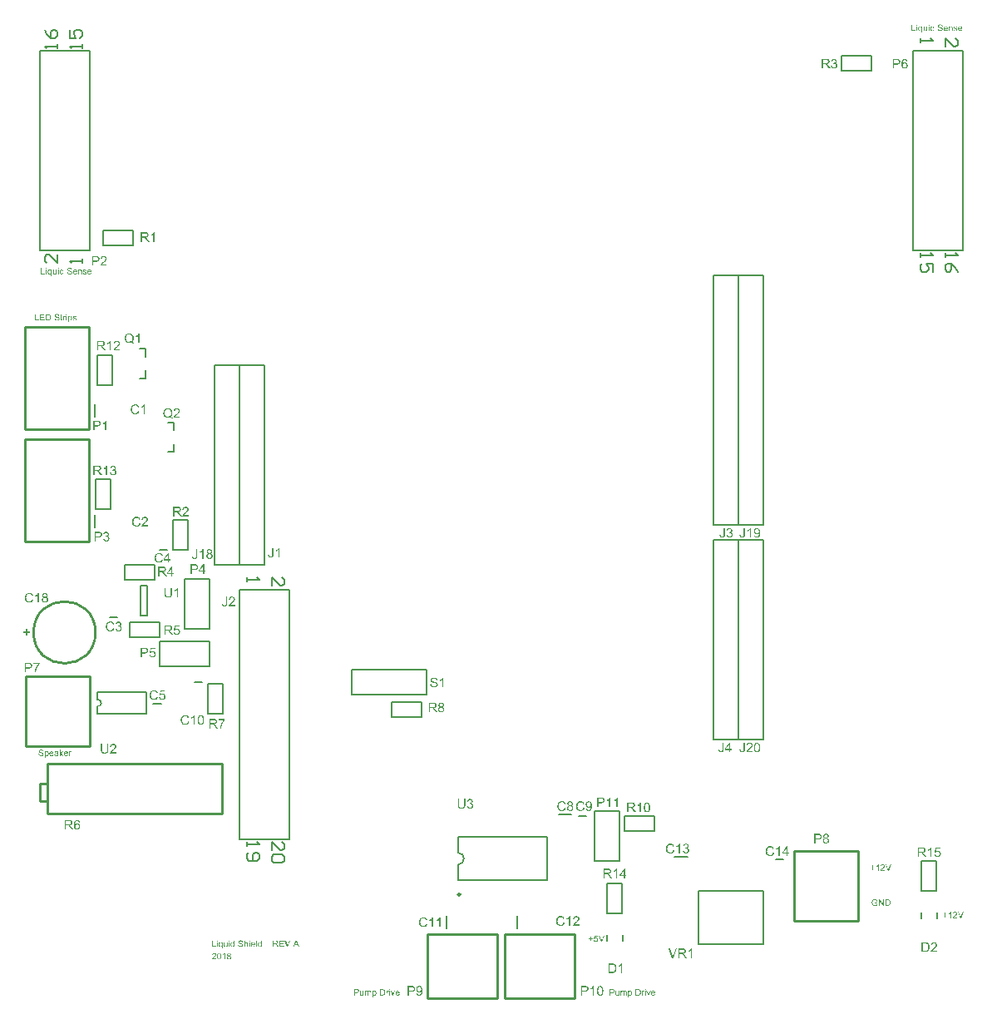
<source format=gto>
G04 Layer_Color=65535*
%FSLAX25Y25*%
%MOIN*%
G70*
G01*
G75*
%ADD10C,0.01000*%
%ADD43C,0.00787*%
%ADD44C,0.00984*%
%ADD45C,0.00800*%
G36*
X330172Y134355D02*
X330219Y134349D01*
X330272Y134344D01*
X330330Y134338D01*
X330395Y134320D01*
X330535Y134285D01*
X330681Y134232D01*
X330757Y134197D01*
X330828Y134156D01*
X330892Y134104D01*
X330956Y134051D01*
X330962Y134045D01*
X330968Y134039D01*
X330986Y134022D01*
X331009Y133998D01*
X331032Y133963D01*
X331062Y133928D01*
X331120Y133840D01*
X331179Y133729D01*
X331231Y133600D01*
X331272Y133454D01*
X331278Y133372D01*
X331284Y133291D01*
Y133279D01*
Y133249D01*
X331278Y133203D01*
X331272Y133144D01*
X331261Y133074D01*
X331243Y132998D01*
X331220Y132916D01*
X331185Y132834D01*
X331179Y132823D01*
X331167Y132793D01*
X331144Y132752D01*
X331108Y132694D01*
X331067Y132624D01*
X331015Y132542D01*
X330945Y132460D01*
X330869Y132366D01*
X330857Y132354D01*
X330828Y132319D01*
X330775Y132267D01*
X330740Y132232D01*
X330699Y132191D01*
X330652Y132144D01*
X330594Y132091D01*
X330535Y132039D01*
X330471Y131974D01*
X330401Y131910D01*
X330319Y131840D01*
X330237Y131770D01*
X330143Y131688D01*
X330137Y131682D01*
X330126Y131670D01*
X330102Y131652D01*
X330073Y131629D01*
X330003Y131571D01*
X329915Y131494D01*
X329827Y131413D01*
X329734Y131331D01*
X329658Y131261D01*
X329628Y131231D01*
X329599Y131202D01*
X329593Y131196D01*
X329582Y131179D01*
X329558Y131155D01*
X329529Y131120D01*
X329465Y131044D01*
X329400Y130950D01*
X331290D01*
Y130500D01*
X328745D01*
Y130506D01*
Y130529D01*
Y130564D01*
X328751Y130605D01*
X328757Y130652D01*
X328763Y130705D01*
X328780Y130763D01*
X328798Y130822D01*
Y130828D01*
X328803Y130833D01*
X328815Y130869D01*
X328839Y130915D01*
X328874Y130985D01*
X328915Y131062D01*
X328973Y131149D01*
X329032Y131237D01*
X329108Y131331D01*
Y131337D01*
X329119Y131342D01*
X329149Y131377D01*
X329195Y131430D01*
X329266Y131500D01*
X329353Y131582D01*
X329459Y131682D01*
X329587Y131793D01*
X329728Y131916D01*
X329734Y131922D01*
X329757Y131939D01*
X329786Y131963D01*
X329827Y132003D01*
X329880Y132044D01*
X329939Y132097D01*
X330067Y132208D01*
X330207Y132343D01*
X330348Y132477D01*
X330418Y132542D01*
X330477Y132606D01*
X330529Y132670D01*
X330576Y132729D01*
Y132735D01*
X330588Y132741D01*
X330599Y132758D01*
X330611Y132782D01*
X330646Y132840D01*
X330687Y132916D01*
X330728Y133004D01*
X330763Y133097D01*
X330787Y133203D01*
X330798Y133302D01*
Y133308D01*
Y133314D01*
X330792Y133349D01*
X330787Y133402D01*
X330775Y133466D01*
X330746Y133542D01*
X330711Y133618D01*
X330664Y133700D01*
X330594Y133776D01*
X330582Y133782D01*
X330559Y133805D01*
X330512Y133835D01*
X330453Y133876D01*
X330377Y133911D01*
X330289Y133940D01*
X330184Y133963D01*
X330067Y133969D01*
X330032D01*
X330009Y133963D01*
X329950Y133957D01*
X329874Y133946D01*
X329786Y133916D01*
X329693Y133881D01*
X329605Y133829D01*
X329523Y133758D01*
X329517Y133747D01*
X329494Y133723D01*
X329459Y133677D01*
X329424Y133612D01*
X329383Y133530D01*
X329353Y133437D01*
X329330Y133326D01*
X329318Y133197D01*
X328833Y133249D01*
Y133255D01*
Y133273D01*
X328839Y133302D01*
X328844Y133337D01*
X328856Y133384D01*
X328862Y133437D01*
X328897Y133554D01*
X328944Y133688D01*
X329008Y133823D01*
X329096Y133957D01*
X329143Y134016D01*
X329201Y134074D01*
X329207Y134080D01*
X329219Y134086D01*
X329237Y134104D01*
X329260Y134121D01*
X329295Y134139D01*
X329336Y134168D01*
X329383Y134191D01*
X329435Y134221D01*
X329494Y134244D01*
X329558Y134273D01*
X329634Y134297D01*
X329710Y134314D01*
X329886Y134349D01*
X329979Y134355D01*
X330079Y134361D01*
X330132D01*
X330172Y134355D01*
D02*
G37*
G36*
X327604Y130500D02*
X327131D01*
Y133507D01*
X327125Y133501D01*
X327101Y133478D01*
X327060Y133448D01*
X327008Y133407D01*
X326943Y133355D01*
X326867Y133302D01*
X326779Y133238D01*
X326680Y133179D01*
X326674D01*
X326668Y133174D01*
X326633Y133150D01*
X326581Y133121D01*
X326516Y133086D01*
X326440Y133045D01*
X326358Y133010D01*
X326271Y132969D01*
X326189Y132934D01*
Y133396D01*
X326195D01*
X326206Y133402D01*
X326230Y133413D01*
X326253Y133431D01*
X326288Y133448D01*
X326329Y133466D01*
X326423Y133519D01*
X326528Y133583D01*
X326645Y133659D01*
X326762Y133747D01*
X326873Y133840D01*
X326879Y133846D01*
X326885Y133852D01*
X326920Y133887D01*
X326973Y133940D01*
X327037Y134004D01*
X327107Y134086D01*
X327177Y134174D01*
X327242Y134267D01*
X327294Y134361D01*
X327604D01*
Y130500D01*
D02*
G37*
G36*
X371604Y159500D02*
X371130D01*
Y162507D01*
X371125Y162501D01*
X371101Y162478D01*
X371060Y162448D01*
X371008Y162407D01*
X370943Y162355D01*
X370867Y162302D01*
X370779Y162238D01*
X370680Y162179D01*
X370674D01*
X370668Y162173D01*
X370633Y162150D01*
X370581Y162121D01*
X370516Y162086D01*
X370440Y162045D01*
X370358Y162010D01*
X370270Y161969D01*
X370189Y161934D01*
Y162396D01*
X370195D01*
X370206Y162402D01*
X370230Y162413D01*
X370253Y162431D01*
X370288Y162448D01*
X370329Y162466D01*
X370423Y162519D01*
X370528Y162583D01*
X370645Y162659D01*
X370762Y162747D01*
X370873Y162840D01*
X370879Y162846D01*
X370885Y162852D01*
X370920Y162887D01*
X370972Y162940D01*
X371037Y163004D01*
X371107Y163086D01*
X371177Y163174D01*
X371242Y163267D01*
X371294Y163361D01*
X371604D01*
Y159500D01*
D02*
G37*
G36*
X323907Y134402D02*
X323954Y134396D01*
X324012Y134390D01*
X324077Y134384D01*
X324147Y134373D01*
X324299Y134338D01*
X324463Y134285D01*
X324545Y134250D01*
X324627Y134209D01*
X324703Y134162D01*
X324779Y134109D01*
X324785Y134104D01*
X324796Y134098D01*
X324814Y134080D01*
X324843Y134057D01*
X324872Y134028D01*
X324913Y133987D01*
X324954Y133946D01*
X324995Y133899D01*
X325042Y133840D01*
X325083Y133782D01*
X325130Y133712D01*
X325177Y133636D01*
X325218Y133560D01*
X325258Y133472D01*
X325329Y133285D01*
X324826Y133168D01*
Y133174D01*
X324820Y133185D01*
X324814Y133209D01*
X324802Y133238D01*
X324785Y133273D01*
X324767Y133314D01*
X324726Y133402D01*
X324674Y133501D01*
X324603Y133606D01*
X324527Y133700D01*
X324434Y133782D01*
X324422Y133788D01*
X324387Y133811D01*
X324334Y133840D01*
X324258Y133881D01*
X324170Y133916D01*
X324059Y133946D01*
X323936Y133969D01*
X323796Y133975D01*
X323755D01*
X323726Y133969D01*
X323685D01*
X323644Y133963D01*
X323538Y133946D01*
X323422Y133922D01*
X323299Y133881D01*
X323176Y133829D01*
X323059Y133758D01*
X323053D01*
X323047Y133747D01*
X323012Y133718D01*
X322959Y133671D01*
X322895Y133606D01*
X322831Y133525D01*
X322761Y133431D01*
X322696Y133314D01*
X322643Y133185D01*
Y133179D01*
X322638Y133168D01*
X322632Y133150D01*
X322626Y133121D01*
X322614Y133092D01*
X322608Y133051D01*
X322585Y132957D01*
X322562Y132846D01*
X322544Y132723D01*
X322532Y132588D01*
X322527Y132448D01*
Y132442D01*
Y132425D01*
Y132401D01*
Y132366D01*
X322532Y132325D01*
Y132273D01*
X322538Y132220D01*
X322544Y132161D01*
X322562Y132027D01*
X322585Y131881D01*
X322620Y131734D01*
X322667Y131594D01*
Y131588D01*
X322673Y131576D01*
X322685Y131559D01*
X322696Y131535D01*
X322725Y131465D01*
X322772Y131389D01*
X322836Y131296D01*
X322913Y131208D01*
X323000Y131120D01*
X323106Y131044D01*
X323112D01*
X323117Y131038D01*
X323135Y131026D01*
X323158Y131015D01*
X323223Y130991D01*
X323305Y130956D01*
X323398Y130927D01*
X323509Y130898D01*
X323632Y130874D01*
X323761Y130869D01*
X323802D01*
X323831Y130874D01*
X323866D01*
X323913Y130880D01*
X324012Y130898D01*
X324124Y130927D01*
X324246Y130974D01*
X324363Y131032D01*
X324480Y131114D01*
X324486Y131120D01*
X324492Y131126D01*
X324527Y131161D01*
X324580Y131220D01*
X324644Y131296D01*
X324709Y131401D01*
X324779Y131524D01*
X324837Y131676D01*
X324884Y131845D01*
X325393Y131717D01*
Y131711D01*
X325387Y131688D01*
X325376Y131658D01*
X325364Y131612D01*
X325340Y131565D01*
X325317Y131500D01*
X325294Y131436D01*
X325258Y131366D01*
X325182Y131208D01*
X325077Y131050D01*
X324960Y130898D01*
X324890Y130828D01*
X324814Y130763D01*
X324808Y130757D01*
X324796Y130752D01*
X324773Y130734D01*
X324738Y130711D01*
X324697Y130687D01*
X324650Y130658D01*
X324597Y130629D01*
X324533Y130599D01*
X324463Y130570D01*
X324387Y130541D01*
X324299Y130512D01*
X324211Y130488D01*
X324018Y130447D01*
X323913Y130441D01*
X323802Y130436D01*
X323743D01*
X323696Y130441D01*
X323644D01*
X323585Y130447D01*
X323515Y130459D01*
X323445Y130465D01*
X323281Y130500D01*
X323112Y130541D01*
X322948Y130605D01*
X322866Y130640D01*
X322790Y130687D01*
X322784Y130693D01*
X322772Y130699D01*
X322755Y130717D01*
X322725Y130734D01*
X322655Y130792D01*
X322573Y130874D01*
X322474Y130974D01*
X322380Y131103D01*
X322281Y131249D01*
X322199Y131419D01*
Y131424D01*
X322193Y131442D01*
X322181Y131465D01*
X322170Y131500D01*
X322152Y131547D01*
X322134Y131600D01*
X322117Y131658D01*
X322099Y131728D01*
X322082Y131799D01*
X322064Y131881D01*
X322029Y132056D01*
X322006Y132243D01*
X322000Y132448D01*
Y132454D01*
Y132477D01*
Y132507D01*
X322006Y132547D01*
Y132600D01*
X322012Y132665D01*
X322018Y132729D01*
X322029Y132805D01*
X322059Y132969D01*
X322094Y133144D01*
X322152Y133326D01*
X322228Y133495D01*
Y133501D01*
X322240Y133513D01*
X322252Y133536D01*
X322269Y133571D01*
X322292Y133606D01*
X322322Y133647D01*
X322398Y133747D01*
X322486Y133858D01*
X322597Y133969D01*
X322731Y134080D01*
X322878Y134174D01*
X322883D01*
X322895Y134186D01*
X322918Y134197D01*
X322954Y134209D01*
X322989Y134226D01*
X323035Y134250D01*
X323094Y134267D01*
X323152Y134291D01*
X323217Y134314D01*
X323287Y134332D01*
X323445Y134373D01*
X323620Y134396D01*
X323808Y134408D01*
X323866D01*
X323907Y134402D01*
D02*
G37*
G36*
X272604Y130000D02*
X272130D01*
Y133007D01*
X272125Y133001D01*
X272101Y132978D01*
X272060Y132948D01*
X272008Y132907D01*
X271943Y132855D01*
X271867Y132802D01*
X271779Y132738D01*
X271680Y132679D01*
X271674D01*
X271668Y132674D01*
X271633Y132650D01*
X271581Y132621D01*
X271516Y132586D01*
X271440Y132545D01*
X271358Y132510D01*
X271270Y132469D01*
X271189Y132434D01*
Y132896D01*
X271195D01*
X271206Y132902D01*
X271230Y132913D01*
X271253Y132931D01*
X271288Y132948D01*
X271329Y132966D01*
X271423Y133019D01*
X271528Y133083D01*
X271645Y133159D01*
X271762Y133247D01*
X271873Y133340D01*
X271879Y133346D01*
X271885Y133352D01*
X271920Y133387D01*
X271972Y133440D01*
X272037Y133504D01*
X272107Y133586D01*
X272177Y133674D01*
X272242Y133767D01*
X272294Y133861D01*
X272604D01*
Y130000D01*
D02*
G37*
G36*
X173407Y214902D02*
X173454Y214896D01*
X173512Y214890D01*
X173577Y214884D01*
X173647Y214873D01*
X173799Y214838D01*
X173963Y214785D01*
X174045Y214750D01*
X174127Y214709D01*
X174203Y214662D01*
X174279Y214610D01*
X174285Y214604D01*
X174296Y214598D01*
X174314Y214580D01*
X174343Y214557D01*
X174372Y214528D01*
X174413Y214487D01*
X174454Y214446D01*
X174495Y214399D01*
X174542Y214340D01*
X174583Y214282D01*
X174630Y214212D01*
X174677Y214136D01*
X174717Y214059D01*
X174758Y213972D01*
X174829Y213785D01*
X174326Y213668D01*
Y213673D01*
X174320Y213685D01*
X174314Y213709D01*
X174302Y213738D01*
X174285Y213773D01*
X174267Y213814D01*
X174226Y213902D01*
X174173Y214001D01*
X174103Y214106D01*
X174027Y214200D01*
X173934Y214282D01*
X173922Y214288D01*
X173887Y214311D01*
X173834Y214340D01*
X173758Y214381D01*
X173670Y214416D01*
X173559Y214446D01*
X173436Y214469D01*
X173296Y214475D01*
X173255D01*
X173226Y214469D01*
X173185D01*
X173144Y214463D01*
X173039Y214446D01*
X172922Y214422D01*
X172799Y214381D01*
X172676Y214329D01*
X172559Y214258D01*
X172553D01*
X172547Y214247D01*
X172512Y214217D01*
X172459Y214171D01*
X172395Y214106D01*
X172331Y214024D01*
X172260Y213931D01*
X172196Y213814D01*
X172143Y213685D01*
Y213679D01*
X172138Y213668D01*
X172132Y213650D01*
X172126Y213621D01*
X172114Y213592D01*
X172108Y213551D01*
X172085Y213457D01*
X172062Y213346D01*
X172044Y213223D01*
X172032Y213088D01*
X172027Y212948D01*
Y212942D01*
Y212925D01*
Y212901D01*
Y212866D01*
X172032Y212825D01*
Y212773D01*
X172038Y212720D01*
X172044Y212661D01*
X172062Y212527D01*
X172085Y212381D01*
X172120Y212234D01*
X172167Y212094D01*
Y212088D01*
X172173Y212076D01*
X172184Y212059D01*
X172196Y212035D01*
X172225Y211965D01*
X172272Y211889D01*
X172337Y211796D01*
X172413Y211708D01*
X172500Y211620D01*
X172606Y211544D01*
X172611D01*
X172617Y211538D01*
X172635Y211526D01*
X172658Y211515D01*
X172723Y211491D01*
X172804Y211456D01*
X172898Y211427D01*
X173009Y211398D01*
X173132Y211374D01*
X173261Y211369D01*
X173302D01*
X173331Y211374D01*
X173366D01*
X173413Y211380D01*
X173512Y211398D01*
X173624Y211427D01*
X173746Y211474D01*
X173863Y211532D01*
X173980Y211614D01*
X173986Y211620D01*
X173992Y211626D01*
X174027Y211661D01*
X174080Y211719D01*
X174144Y211796D01*
X174208Y211901D01*
X174279Y212024D01*
X174337Y212176D01*
X174384Y212346D01*
X174893Y212217D01*
Y212211D01*
X174887Y212188D01*
X174875Y212158D01*
X174864Y212111D01*
X174840Y212065D01*
X174817Y212000D01*
X174794Y211936D01*
X174758Y211866D01*
X174682Y211708D01*
X174577Y211550D01*
X174460Y211398D01*
X174390Y211328D01*
X174314Y211263D01*
X174308Y211257D01*
X174296Y211251D01*
X174273Y211234D01*
X174238Y211211D01*
X174197Y211187D01*
X174150Y211158D01*
X174097Y211129D01*
X174033Y211099D01*
X173963Y211070D01*
X173887Y211041D01*
X173799Y211012D01*
X173711Y210988D01*
X173518Y210947D01*
X173413Y210942D01*
X173302Y210936D01*
X173243D01*
X173196Y210942D01*
X173144D01*
X173085Y210947D01*
X173015Y210959D01*
X172945Y210965D01*
X172781Y211000D01*
X172611Y211041D01*
X172448Y211105D01*
X172366Y211140D01*
X172290Y211187D01*
X172284Y211193D01*
X172272Y211199D01*
X172255Y211216D01*
X172225Y211234D01*
X172155Y211293D01*
X172073Y211374D01*
X171974Y211474D01*
X171880Y211603D01*
X171781Y211749D01*
X171699Y211918D01*
Y211924D01*
X171693Y211942D01*
X171681Y211965D01*
X171670Y212000D01*
X171652Y212047D01*
X171634Y212100D01*
X171617Y212158D01*
X171599Y212228D01*
X171582Y212299D01*
X171564Y212381D01*
X171529Y212556D01*
X171506Y212743D01*
X171500Y212948D01*
Y212954D01*
Y212977D01*
Y213007D01*
X171506Y213048D01*
Y213100D01*
X171512Y213164D01*
X171518Y213229D01*
X171529Y213305D01*
X171558Y213469D01*
X171594Y213644D01*
X171652Y213826D01*
X171728Y213995D01*
Y214001D01*
X171740Y214013D01*
X171751Y214036D01*
X171769Y214071D01*
X171792Y214106D01*
X171822Y214147D01*
X171898Y214247D01*
X171985Y214358D01*
X172097Y214469D01*
X172231Y214580D01*
X172378Y214674D01*
X172383D01*
X172395Y214686D01*
X172418Y214697D01*
X172453Y214709D01*
X172489Y214726D01*
X172535Y214750D01*
X172594Y214767D01*
X172652Y214791D01*
X172717Y214814D01*
X172787Y214832D01*
X172945Y214873D01*
X173120Y214896D01*
X173308Y214908D01*
X173366D01*
X173407Y214902D01*
D02*
G37*
G36*
X268907Y133902D02*
X268954Y133896D01*
X269012Y133890D01*
X269077Y133884D01*
X269147Y133873D01*
X269299Y133838D01*
X269463Y133785D01*
X269545Y133750D01*
X269627Y133709D01*
X269703Y133662D01*
X269779Y133609D01*
X269785Y133604D01*
X269796Y133598D01*
X269814Y133580D01*
X269843Y133557D01*
X269872Y133528D01*
X269913Y133487D01*
X269954Y133446D01*
X269995Y133399D01*
X270042Y133340D01*
X270083Y133282D01*
X270130Y133212D01*
X270177Y133136D01*
X270217Y133060D01*
X270258Y132972D01*
X270329Y132785D01*
X269826Y132668D01*
Y132674D01*
X269820Y132685D01*
X269814Y132709D01*
X269802Y132738D01*
X269785Y132773D01*
X269767Y132814D01*
X269726Y132902D01*
X269673Y133001D01*
X269603Y133106D01*
X269527Y133200D01*
X269434Y133282D01*
X269422Y133288D01*
X269387Y133311D01*
X269334Y133340D01*
X269258Y133381D01*
X269170Y133416D01*
X269059Y133446D01*
X268936Y133469D01*
X268796Y133475D01*
X268755D01*
X268726Y133469D01*
X268685D01*
X268644Y133463D01*
X268538Y133446D01*
X268422Y133422D01*
X268299Y133381D01*
X268176Y133329D01*
X268059Y133258D01*
X268053D01*
X268047Y133247D01*
X268012Y133218D01*
X267959Y133171D01*
X267895Y133106D01*
X267831Y133025D01*
X267760Y132931D01*
X267696Y132814D01*
X267643Y132685D01*
Y132679D01*
X267638Y132668D01*
X267632Y132650D01*
X267626Y132621D01*
X267614Y132592D01*
X267608Y132551D01*
X267585Y132457D01*
X267562Y132346D01*
X267544Y132223D01*
X267532Y132088D01*
X267527Y131948D01*
Y131942D01*
Y131925D01*
Y131901D01*
Y131866D01*
X267532Y131825D01*
Y131773D01*
X267538Y131720D01*
X267544Y131661D01*
X267562Y131527D01*
X267585Y131381D01*
X267620Y131234D01*
X267667Y131094D01*
Y131088D01*
X267673Y131076D01*
X267685Y131059D01*
X267696Y131035D01*
X267725Y130965D01*
X267772Y130889D01*
X267836Y130796D01*
X267913Y130708D01*
X268000Y130620D01*
X268106Y130544D01*
X268111D01*
X268117Y130538D01*
X268135Y130526D01*
X268158Y130515D01*
X268223Y130491D01*
X268305Y130456D01*
X268398Y130427D01*
X268509Y130398D01*
X268632Y130374D01*
X268761Y130369D01*
X268802D01*
X268831Y130374D01*
X268866D01*
X268913Y130380D01*
X269012Y130398D01*
X269124Y130427D01*
X269246Y130474D01*
X269363Y130532D01*
X269480Y130614D01*
X269486Y130620D01*
X269492Y130626D01*
X269527Y130661D01*
X269580Y130720D01*
X269644Y130796D01*
X269709Y130901D01*
X269779Y131024D01*
X269837Y131176D01*
X269884Y131345D01*
X270393Y131217D01*
Y131211D01*
X270387Y131188D01*
X270375Y131158D01*
X270364Y131112D01*
X270340Y131065D01*
X270317Y131000D01*
X270294Y130936D01*
X270258Y130866D01*
X270182Y130708D01*
X270077Y130550D01*
X269960Y130398D01*
X269890Y130328D01*
X269814Y130263D01*
X269808Y130257D01*
X269796Y130252D01*
X269773Y130234D01*
X269738Y130211D01*
X269697Y130187D01*
X269650Y130158D01*
X269597Y130129D01*
X269533Y130099D01*
X269463Y130070D01*
X269387Y130041D01*
X269299Y130012D01*
X269211Y129988D01*
X269018Y129947D01*
X268913Y129941D01*
X268802Y129936D01*
X268743D01*
X268696Y129941D01*
X268644D01*
X268585Y129947D01*
X268515Y129959D01*
X268445Y129965D01*
X268281Y130000D01*
X268111Y130041D01*
X267948Y130105D01*
X267866Y130140D01*
X267790Y130187D01*
X267784Y130193D01*
X267772Y130199D01*
X267755Y130217D01*
X267725Y130234D01*
X267655Y130292D01*
X267573Y130374D01*
X267474Y130474D01*
X267380Y130603D01*
X267281Y130749D01*
X267199Y130919D01*
Y130924D01*
X267193Y130942D01*
X267181Y130965D01*
X267170Y131000D01*
X267152Y131047D01*
X267134Y131100D01*
X267117Y131158D01*
X267099Y131228D01*
X267082Y131299D01*
X267064Y131381D01*
X267029Y131556D01*
X267006Y131743D01*
X267000Y131948D01*
Y131954D01*
Y131977D01*
Y132007D01*
X267006Y132047D01*
Y132100D01*
X267012Y132165D01*
X267018Y132229D01*
X267029Y132305D01*
X267058Y132469D01*
X267094Y132644D01*
X267152Y132826D01*
X267228Y132995D01*
Y133001D01*
X267240Y133013D01*
X267251Y133036D01*
X267269Y133071D01*
X267292Y133106D01*
X267322Y133147D01*
X267398Y133247D01*
X267486Y133358D01*
X267597Y133469D01*
X267731Y133580D01*
X267878Y133674D01*
X267883D01*
X267895Y133686D01*
X267918Y133697D01*
X267953Y133709D01*
X267989Y133726D01*
X268035Y133750D01*
X268094Y133767D01*
X268152Y133791D01*
X268217Y133814D01*
X268287Y133832D01*
X268445Y133873D01*
X268620Y133896D01*
X268808Y133908D01*
X268866D01*
X268907Y133902D01*
D02*
G37*
G36*
X275588Y130000D02*
X275114D01*
Y133007D01*
X275108Y133001D01*
X275085Y132978D01*
X275044Y132948D01*
X274991Y132907D01*
X274927Y132855D01*
X274851Y132802D01*
X274763Y132738D01*
X274663Y132679D01*
X274658D01*
X274652Y132674D01*
X274617Y132650D01*
X274564Y132621D01*
X274500Y132586D01*
X274424Y132545D01*
X274342Y132510D01*
X274254Y132469D01*
X274172Y132434D01*
Y132896D01*
X274178D01*
X274190Y132902D01*
X274213Y132913D01*
X274236Y132931D01*
X274271Y132948D01*
X274312Y132966D01*
X274406Y133019D01*
X274511Y133083D01*
X274628Y133159D01*
X274745Y133247D01*
X274857Y133340D01*
X274862Y133346D01*
X274868Y133352D01*
X274903Y133387D01*
X274956Y133440D01*
X275020Y133504D01*
X275091Y133586D01*
X275161Y133674D01*
X275225Y133767D01*
X275278Y133861D01*
X275588D01*
Y130000D01*
D02*
G37*
G36*
X117137Y263855D02*
X117184D01*
X117231Y263843D01*
X117348Y263826D01*
X117477Y263791D01*
X117611Y263738D01*
X117681Y263703D01*
X117746Y263668D01*
X117810Y263621D01*
X117869Y263568D01*
X117875Y263563D01*
X117880Y263557D01*
X117898Y263539D01*
X117915Y263516D01*
X117939Y263487D01*
X117968Y263452D01*
X118026Y263370D01*
X118079Y263264D01*
X118132Y263141D01*
X118167Y263007D01*
X118173Y262931D01*
X118179Y262855D01*
Y262843D01*
Y262808D01*
X118173Y262761D01*
X118161Y262697D01*
X118144Y262621D01*
X118120Y262545D01*
X118085Y262463D01*
X118038Y262387D01*
X118032Y262381D01*
X118015Y262357D01*
X117980Y262322D01*
X117933Y262276D01*
X117875Y262229D01*
X117798Y262182D01*
X117711Y262129D01*
X117611Y262088D01*
X117617D01*
X117629Y262083D01*
X117646Y262077D01*
X117670Y262065D01*
X117734Y262036D01*
X117810Y262001D01*
X117898Y261948D01*
X117986Y261884D01*
X118073Y261802D01*
X118149Y261714D01*
X118155Y261702D01*
X118179Y261667D01*
X118208Y261615D01*
X118243Y261539D01*
X118278Y261451D01*
X118307Y261346D01*
X118331Y261228D01*
X118337Y261100D01*
Y261094D01*
Y261076D01*
Y261053D01*
X118331Y261018D01*
X118325Y260977D01*
X118319Y260924D01*
X118296Y260807D01*
X118249Y260679D01*
X118226Y260608D01*
X118190Y260538D01*
X118149Y260468D01*
X118103Y260398D01*
X118050Y260333D01*
X117986Y260269D01*
X117980Y260263D01*
X117968Y260257D01*
X117950Y260240D01*
X117921Y260216D01*
X117886Y260193D01*
X117845Y260164D01*
X117798Y260135D01*
X117740Y260105D01*
X117675Y260070D01*
X117605Y260041D01*
X117529Y260012D01*
X117447Y259988D01*
X117366Y259965D01*
X117272Y259947D01*
X117173Y259942D01*
X117067Y259936D01*
X117015D01*
X116974Y259942D01*
X116927Y259947D01*
X116868Y259953D01*
X116810Y259965D01*
X116740Y259977D01*
X116593Y260017D01*
X116517Y260047D01*
X116441Y260076D01*
X116365Y260117D01*
X116289Y260158D01*
X116219Y260211D01*
X116149Y260269D01*
X116143Y260275D01*
X116131Y260287D01*
X116120Y260304D01*
X116096Y260328D01*
X116067Y260363D01*
X116038Y260404D01*
X116008Y260451D01*
X115979Y260503D01*
X115944Y260562D01*
X115915Y260626D01*
X115856Y260766D01*
X115833Y260848D01*
X115821Y260930D01*
X115809Y261018D01*
X115804Y261111D01*
Y261117D01*
Y261129D01*
Y261147D01*
X115809Y261176D01*
Y261205D01*
X115815Y261246D01*
X115827Y261328D01*
X115850Y261427D01*
X115885Y261533D01*
X115926Y261638D01*
X115991Y261737D01*
Y261743D01*
X116002Y261749D01*
X116026Y261778D01*
X116073Y261825D01*
X116131Y261878D01*
X116207Y261936D01*
X116301Y261995D01*
X116412Y262048D01*
X116535Y262088D01*
X116529D01*
X116523Y262094D01*
X116488Y262106D01*
X116435Y262135D01*
X116371Y262164D01*
X116295Y262211D01*
X116225Y262264D01*
X116155Y262322D01*
X116096Y262393D01*
X116090Y262404D01*
X116073Y262428D01*
X116049Y262469D01*
X116026Y262527D01*
X116002Y262597D01*
X115979Y262679D01*
X115962Y262767D01*
X115956Y262866D01*
Y262872D01*
Y262884D01*
Y262908D01*
X115962Y262937D01*
X115967Y262972D01*
X115973Y263013D01*
X115991Y263112D01*
X116026Y263223D01*
X116084Y263340D01*
X116114Y263405D01*
X116155Y263463D01*
X116201Y263522D01*
X116254Y263574D01*
X116260Y263580D01*
X116266Y263586D01*
X116283Y263604D01*
X116307Y263621D01*
X116342Y263639D01*
X116377Y263668D01*
X116418Y263691D01*
X116471Y263721D01*
X116582Y263773D01*
X116722Y263814D01*
X116880Y263849D01*
X116962Y263855D01*
X117055Y263861D01*
X117102D01*
X117137Y263855D01*
D02*
G37*
G36*
X407907Y162402D02*
X407954Y162396D01*
X408012Y162390D01*
X408077Y162384D01*
X408147Y162373D01*
X408299Y162338D01*
X408463Y162285D01*
X408545Y162250D01*
X408627Y162209D01*
X408703Y162162D01*
X408779Y162109D01*
X408785Y162104D01*
X408796Y162098D01*
X408814Y162080D01*
X408843Y162057D01*
X408872Y162028D01*
X408913Y161987D01*
X408954Y161946D01*
X408995Y161899D01*
X409042Y161840D01*
X409083Y161782D01*
X409130Y161712D01*
X409176Y161636D01*
X409218Y161559D01*
X409258Y161472D01*
X409329Y161285D01*
X408826Y161168D01*
Y161173D01*
X408820Y161185D01*
X408814Y161208D01*
X408802Y161238D01*
X408785Y161273D01*
X408767Y161314D01*
X408726Y161402D01*
X408673Y161501D01*
X408603Y161606D01*
X408527Y161700D01*
X408434Y161782D01*
X408422Y161788D01*
X408387Y161811D01*
X408334Y161840D01*
X408258Y161881D01*
X408170Y161916D01*
X408059Y161946D01*
X407936Y161969D01*
X407796Y161975D01*
X407755D01*
X407726Y161969D01*
X407685D01*
X407644Y161963D01*
X407539Y161946D01*
X407421Y161922D01*
X407299Y161881D01*
X407176Y161829D01*
X407059Y161758D01*
X407053D01*
X407047Y161747D01*
X407012Y161717D01*
X406959Y161671D01*
X406895Y161606D01*
X406831Y161524D01*
X406761Y161431D01*
X406696Y161314D01*
X406643Y161185D01*
Y161179D01*
X406638Y161168D01*
X406632Y161150D01*
X406626Y161121D01*
X406614Y161092D01*
X406608Y161051D01*
X406585Y160957D01*
X406562Y160846D01*
X406544Y160723D01*
X406532Y160588D01*
X406527Y160448D01*
Y160442D01*
Y160425D01*
Y160401D01*
Y160366D01*
X406532Y160325D01*
Y160273D01*
X406538Y160220D01*
X406544Y160161D01*
X406562Y160027D01*
X406585Y159881D01*
X406620Y159734D01*
X406667Y159594D01*
Y159588D01*
X406673Y159576D01*
X406684Y159559D01*
X406696Y159535D01*
X406725Y159465D01*
X406772Y159389D01*
X406837Y159296D01*
X406913Y159208D01*
X407000Y159120D01*
X407106Y159044D01*
X407112D01*
X407117Y159038D01*
X407135Y159027D01*
X407158Y159015D01*
X407223Y158991D01*
X407305Y158956D01*
X407398Y158927D01*
X407509Y158898D01*
X407632Y158874D01*
X407761Y158869D01*
X407802D01*
X407831Y158874D01*
X407866D01*
X407913Y158880D01*
X408012Y158898D01*
X408123Y158927D01*
X408246Y158974D01*
X408363Y159032D01*
X408480Y159114D01*
X408486Y159120D01*
X408492Y159126D01*
X408527Y159161D01*
X408580Y159220D01*
X408644Y159296D01*
X408709Y159401D01*
X408779Y159524D01*
X408837Y159676D01*
X408884Y159845D01*
X409393Y159717D01*
Y159711D01*
X409387Y159688D01*
X409375Y159658D01*
X409364Y159611D01*
X409340Y159565D01*
X409317Y159500D01*
X409294Y159436D01*
X409258Y159366D01*
X409182Y159208D01*
X409077Y159050D01*
X408960Y158898D01*
X408890Y158828D01*
X408814Y158763D01*
X408808Y158757D01*
X408796Y158751D01*
X408773Y158734D01*
X408738Y158711D01*
X408697Y158687D01*
X408650Y158658D01*
X408597Y158629D01*
X408533Y158599D01*
X408463Y158570D01*
X408387Y158541D01*
X408299Y158512D01*
X408211Y158488D01*
X408018Y158447D01*
X407913Y158441D01*
X407802Y158436D01*
X407743D01*
X407696Y158441D01*
X407644D01*
X407585Y158447D01*
X407515Y158459D01*
X407445Y158465D01*
X407281Y158500D01*
X407112Y158541D01*
X406948Y158605D01*
X406866Y158640D01*
X406790Y158687D01*
X406784Y158693D01*
X406772Y158699D01*
X406755Y158716D01*
X406725Y158734D01*
X406655Y158792D01*
X406573Y158874D01*
X406474Y158974D01*
X406380Y159102D01*
X406281Y159249D01*
X406199Y159418D01*
Y159424D01*
X406193Y159442D01*
X406181Y159465D01*
X406170Y159500D01*
X406152Y159547D01*
X406135Y159600D01*
X406117Y159658D01*
X406099Y159729D01*
X406082Y159799D01*
X406064Y159881D01*
X406029Y160056D01*
X406006Y160243D01*
X406000Y160448D01*
Y160454D01*
Y160477D01*
Y160506D01*
X406006Y160547D01*
Y160600D01*
X406012Y160664D01*
X406017Y160729D01*
X406029Y160805D01*
X406059Y160969D01*
X406094Y161144D01*
X406152Y161326D01*
X406228Y161495D01*
Y161501D01*
X406240Y161513D01*
X406251Y161536D01*
X406269Y161571D01*
X406292Y161606D01*
X406322Y161647D01*
X406398Y161747D01*
X406486Y161858D01*
X406597Y161969D01*
X406731Y162080D01*
X406878Y162174D01*
X406883D01*
X406895Y162186D01*
X406918Y162197D01*
X406953Y162209D01*
X406989Y162226D01*
X407035Y162250D01*
X407094Y162267D01*
X407152Y162291D01*
X407217Y162314D01*
X407287Y162332D01*
X407445Y162373D01*
X407620Y162396D01*
X407808Y162408D01*
X407866D01*
X407907Y162402D01*
D02*
G37*
G36*
X110907Y263902D02*
X110954Y263896D01*
X111012Y263890D01*
X111077Y263884D01*
X111147Y263873D01*
X111299Y263838D01*
X111463Y263785D01*
X111545Y263750D01*
X111627Y263709D01*
X111703Y263662D01*
X111779Y263610D01*
X111785Y263604D01*
X111796Y263598D01*
X111814Y263580D01*
X111843Y263557D01*
X111872Y263528D01*
X111913Y263487D01*
X111954Y263446D01*
X111995Y263399D01*
X112042Y263340D01*
X112083Y263282D01*
X112130Y263212D01*
X112177Y263136D01*
X112217Y263059D01*
X112258Y262972D01*
X112329Y262785D01*
X111826Y262668D01*
Y262673D01*
X111820Y262685D01*
X111814Y262709D01*
X111802Y262738D01*
X111785Y262773D01*
X111767Y262814D01*
X111726Y262902D01*
X111673Y263001D01*
X111603Y263106D01*
X111527Y263200D01*
X111434Y263282D01*
X111422Y263288D01*
X111387Y263311D01*
X111334Y263340D01*
X111258Y263381D01*
X111170Y263416D01*
X111059Y263446D01*
X110936Y263469D01*
X110796Y263475D01*
X110755D01*
X110726Y263469D01*
X110685D01*
X110644Y263463D01*
X110539Y263446D01*
X110422Y263422D01*
X110299Y263381D01*
X110176Y263329D01*
X110059Y263258D01*
X110053D01*
X110047Y263247D01*
X110012Y263217D01*
X109959Y263171D01*
X109895Y263106D01*
X109831Y263024D01*
X109760Y262931D01*
X109696Y262814D01*
X109643Y262685D01*
Y262679D01*
X109638Y262668D01*
X109632Y262650D01*
X109626Y262621D01*
X109614Y262592D01*
X109608Y262551D01*
X109585Y262457D01*
X109562Y262346D01*
X109544Y262223D01*
X109532Y262088D01*
X109527Y261948D01*
Y261942D01*
Y261925D01*
Y261901D01*
Y261866D01*
X109532Y261825D01*
Y261773D01*
X109538Y261720D01*
X109544Y261661D01*
X109562Y261527D01*
X109585Y261381D01*
X109620Y261234D01*
X109667Y261094D01*
Y261088D01*
X109673Y261076D01*
X109684Y261059D01*
X109696Y261035D01*
X109725Y260965D01*
X109772Y260889D01*
X109837Y260796D01*
X109913Y260708D01*
X110000Y260620D01*
X110106Y260544D01*
X110111D01*
X110117Y260538D01*
X110135Y260526D01*
X110158Y260515D01*
X110223Y260491D01*
X110304Y260456D01*
X110398Y260427D01*
X110509Y260398D01*
X110632Y260374D01*
X110761Y260369D01*
X110802D01*
X110831Y260374D01*
X110866D01*
X110913Y260380D01*
X111012Y260398D01*
X111124Y260427D01*
X111246Y260474D01*
X111363Y260532D01*
X111480Y260614D01*
X111486Y260620D01*
X111492Y260626D01*
X111527Y260661D01*
X111580Y260719D01*
X111644Y260796D01*
X111708Y260901D01*
X111779Y261024D01*
X111837Y261176D01*
X111884Y261346D01*
X112393Y261217D01*
Y261211D01*
X112387Y261188D01*
X112375Y261158D01*
X112364Y261111D01*
X112340Y261065D01*
X112317Y261000D01*
X112294Y260936D01*
X112258Y260866D01*
X112182Y260708D01*
X112077Y260550D01*
X111960Y260398D01*
X111890Y260328D01*
X111814Y260263D01*
X111808Y260257D01*
X111796Y260251D01*
X111773Y260234D01*
X111738Y260211D01*
X111697Y260187D01*
X111650Y260158D01*
X111597Y260129D01*
X111533Y260099D01*
X111463Y260070D01*
X111387Y260041D01*
X111299Y260012D01*
X111211Y259988D01*
X111018Y259947D01*
X110913Y259942D01*
X110802Y259936D01*
X110743D01*
X110696Y259942D01*
X110644D01*
X110585Y259947D01*
X110515Y259959D01*
X110445Y259965D01*
X110281Y260000D01*
X110111Y260041D01*
X109948Y260105D01*
X109866Y260140D01*
X109790Y260187D01*
X109784Y260193D01*
X109772Y260199D01*
X109755Y260216D01*
X109725Y260234D01*
X109655Y260293D01*
X109573Y260374D01*
X109474Y260474D01*
X109380Y260603D01*
X109281Y260749D01*
X109199Y260918D01*
Y260924D01*
X109193Y260942D01*
X109181Y260965D01*
X109170Y261000D01*
X109152Y261047D01*
X109134Y261100D01*
X109117Y261158D01*
X109099Y261228D01*
X109082Y261299D01*
X109064Y261381D01*
X109029Y261556D01*
X109006Y261743D01*
X109000Y261948D01*
Y261954D01*
Y261977D01*
Y262007D01*
X109006Y262048D01*
Y262100D01*
X109012Y262164D01*
X109018Y262229D01*
X109029Y262305D01*
X109058Y262469D01*
X109094Y262644D01*
X109152Y262826D01*
X109228Y262995D01*
Y263001D01*
X109240Y263013D01*
X109251Y263036D01*
X109269Y263071D01*
X109292Y263106D01*
X109322Y263147D01*
X109398Y263247D01*
X109485Y263358D01*
X109597Y263469D01*
X109731Y263580D01*
X109878Y263674D01*
X109883D01*
X109895Y263685D01*
X109918Y263697D01*
X109953Y263709D01*
X109989Y263726D01*
X110035Y263750D01*
X110094Y263767D01*
X110152Y263791D01*
X110217Y263814D01*
X110287Y263832D01*
X110445Y263873D01*
X110620Y263896D01*
X110808Y263908D01*
X110866D01*
X110907Y263902D01*
D02*
G37*
G36*
X114604Y260000D02*
X114130D01*
Y263007D01*
X114125Y263001D01*
X114101Y262978D01*
X114060Y262948D01*
X114008Y262908D01*
X113943Y262855D01*
X113867Y262802D01*
X113779Y262738D01*
X113680Y262679D01*
X113674D01*
X113668Y262673D01*
X113633Y262650D01*
X113581Y262621D01*
X113516Y262586D01*
X113440Y262545D01*
X113358Y262510D01*
X113270Y262469D01*
X113189Y262434D01*
Y262896D01*
X113195D01*
X113206Y262902D01*
X113230Y262913D01*
X113253Y262931D01*
X113288Y262948D01*
X113329Y262966D01*
X113423Y263019D01*
X113528Y263083D01*
X113645Y263159D01*
X113762Y263247D01*
X113873Y263340D01*
X113879Y263346D01*
X113885Y263352D01*
X113920Y263387D01*
X113972Y263440D01*
X114037Y263504D01*
X114107Y263586D01*
X114177Y263674D01*
X114242Y263767D01*
X114294Y263861D01*
X114604D01*
Y260000D01*
D02*
G37*
G36*
X367907Y163402D02*
X367954Y163396D01*
X368012Y163390D01*
X368077Y163384D01*
X368147Y163373D01*
X368299Y163338D01*
X368463Y163285D01*
X368545Y163250D01*
X368627Y163209D01*
X368703Y163162D01*
X368779Y163109D01*
X368785Y163104D01*
X368796Y163098D01*
X368814Y163080D01*
X368843Y163057D01*
X368872Y163028D01*
X368913Y162987D01*
X368954Y162946D01*
X368995Y162899D01*
X369042Y162840D01*
X369083Y162782D01*
X369130Y162712D01*
X369177Y162636D01*
X369217Y162559D01*
X369258Y162472D01*
X369329Y162285D01*
X368826Y162168D01*
Y162173D01*
X368820Y162185D01*
X368814Y162208D01*
X368802Y162238D01*
X368785Y162273D01*
X368767Y162314D01*
X368726Y162402D01*
X368673Y162501D01*
X368603Y162606D01*
X368527Y162700D01*
X368434Y162782D01*
X368422Y162788D01*
X368387Y162811D01*
X368334Y162840D01*
X368258Y162881D01*
X368170Y162916D01*
X368059Y162946D01*
X367936Y162969D01*
X367796Y162975D01*
X367755D01*
X367726Y162969D01*
X367685D01*
X367644Y162963D01*
X367538Y162946D01*
X367422Y162922D01*
X367299Y162881D01*
X367176Y162829D01*
X367059Y162758D01*
X367053D01*
X367047Y162747D01*
X367012Y162717D01*
X366959Y162671D01*
X366895Y162606D01*
X366831Y162524D01*
X366760Y162431D01*
X366696Y162314D01*
X366644Y162185D01*
Y162179D01*
X366638Y162168D01*
X366632Y162150D01*
X366626Y162121D01*
X366614Y162092D01*
X366608Y162051D01*
X366585Y161957D01*
X366562Y161846D01*
X366544Y161723D01*
X366532Y161588D01*
X366527Y161448D01*
Y161442D01*
Y161425D01*
Y161401D01*
Y161366D01*
X366532Y161325D01*
Y161273D01*
X366538Y161220D01*
X366544Y161161D01*
X366562Y161027D01*
X366585Y160881D01*
X366620Y160734D01*
X366667Y160594D01*
Y160588D01*
X366673Y160576D01*
X366685Y160559D01*
X366696Y160535D01*
X366725Y160465D01*
X366772Y160389D01*
X366837Y160296D01*
X366913Y160208D01*
X367000Y160120D01*
X367106Y160044D01*
X367111D01*
X367117Y160038D01*
X367135Y160027D01*
X367158Y160015D01*
X367223Y159991D01*
X367305Y159956D01*
X367398Y159927D01*
X367509Y159898D01*
X367632Y159874D01*
X367761Y159869D01*
X367802D01*
X367831Y159874D01*
X367866D01*
X367913Y159880D01*
X368012Y159898D01*
X368124Y159927D01*
X368246Y159974D01*
X368363Y160032D01*
X368480Y160114D01*
X368486Y160120D01*
X368492Y160126D01*
X368527Y160161D01*
X368580Y160220D01*
X368644Y160296D01*
X368709Y160401D01*
X368779Y160524D01*
X368837Y160676D01*
X368884Y160845D01*
X369393Y160717D01*
Y160711D01*
X369387Y160688D01*
X369375Y160658D01*
X369364Y160611D01*
X369340Y160565D01*
X369317Y160500D01*
X369294Y160436D01*
X369258Y160366D01*
X369182Y160208D01*
X369077Y160050D01*
X368960Y159898D01*
X368890Y159828D01*
X368814Y159763D01*
X368808Y159757D01*
X368796Y159751D01*
X368773Y159734D01*
X368738Y159711D01*
X368697Y159687D01*
X368650Y159658D01*
X368597Y159629D01*
X368533Y159599D01*
X368463Y159570D01*
X368387Y159541D01*
X368299Y159512D01*
X368211Y159488D01*
X368018Y159447D01*
X367913Y159441D01*
X367802Y159436D01*
X367743D01*
X367696Y159441D01*
X367644D01*
X367585Y159447D01*
X367515Y159459D01*
X367445Y159465D01*
X367281Y159500D01*
X367111Y159541D01*
X366948Y159605D01*
X366866Y159640D01*
X366790Y159687D01*
X366784Y159693D01*
X366772Y159699D01*
X366755Y159716D01*
X366725Y159734D01*
X366655Y159792D01*
X366573Y159874D01*
X366474Y159974D01*
X366380Y160102D01*
X366281Y160249D01*
X366199Y160418D01*
Y160424D01*
X366193Y160442D01*
X366181Y160465D01*
X366170Y160500D01*
X366152Y160547D01*
X366135Y160600D01*
X366117Y160658D01*
X366099Y160729D01*
X366082Y160799D01*
X366064Y160881D01*
X366029Y161056D01*
X366006Y161243D01*
X366000Y161448D01*
Y161454D01*
Y161477D01*
Y161506D01*
X366006Y161548D01*
Y161600D01*
X366012Y161664D01*
X366018Y161729D01*
X366029Y161805D01*
X366058Y161969D01*
X366094Y162144D01*
X366152Y162326D01*
X366228Y162495D01*
Y162501D01*
X366240Y162513D01*
X366251Y162536D01*
X366269Y162571D01*
X366293Y162606D01*
X366322Y162647D01*
X366398Y162747D01*
X366486Y162858D01*
X366597Y162969D01*
X366731Y163080D01*
X366878Y163174D01*
X366883D01*
X366895Y163186D01*
X366918Y163197D01*
X366953Y163209D01*
X366989Y163226D01*
X367035Y163250D01*
X367094Y163267D01*
X367152Y163291D01*
X367217Y163314D01*
X367287Y163332D01*
X367445Y163373D01*
X367620Y163396D01*
X367808Y163408D01*
X367866D01*
X367907Y163402D01*
D02*
G37*
G36*
X374126Y163355D02*
X374202Y163344D01*
X374289Y163326D01*
X374389Y163303D01*
X374488Y163267D01*
X374588Y163221D01*
X374594D01*
X374600Y163215D01*
X374635Y163197D01*
X374681Y163168D01*
X374740Y163127D01*
X374804Y163074D01*
X374874Y163010D01*
X374939Y162934D01*
X374997Y162852D01*
X375003Y162840D01*
X375021Y162811D01*
X375044Y162764D01*
X375067Y162706D01*
X375091Y162630D01*
X375114Y162548D01*
X375132Y162460D01*
X375138Y162361D01*
Y162349D01*
Y162320D01*
X375132Y162273D01*
X375120Y162214D01*
X375103Y162144D01*
X375079Y162068D01*
X375050Y161986D01*
X375003Y161910D01*
X374997Y161899D01*
X374980Y161875D01*
X374945Y161840D01*
X374904Y161793D01*
X374845Y161741D01*
X374781Y161688D01*
X374699Y161629D01*
X374605Y161583D01*
X374611D01*
X374623Y161577D01*
X374640D01*
X374664Y161565D01*
X374722Y161548D01*
X374798Y161512D01*
X374880Y161471D01*
X374968Y161413D01*
X375056Y161343D01*
X375132Y161255D01*
X375138Y161243D01*
X375161Y161208D01*
X375190Y161155D01*
X375231Y161085D01*
X375266Y160998D01*
X375296Y160892D01*
X375319Y160769D01*
X375325Y160635D01*
Y160629D01*
Y160611D01*
Y160588D01*
X375319Y160553D01*
X375313Y160506D01*
X375307Y160459D01*
X375296Y160401D01*
X375278Y160342D01*
X375237Y160208D01*
X375208Y160132D01*
X375167Y160062D01*
X375126Y159991D01*
X375079Y159921D01*
X375021Y159851D01*
X374956Y159781D01*
X374951Y159775D01*
X374939Y159763D01*
X374921Y159751D01*
X374892Y159728D01*
X374857Y159699D01*
X374810Y159670D01*
X374758Y159640D01*
X374705Y159611D01*
X374640Y159576D01*
X374570Y159547D01*
X374494Y159518D01*
X374412Y159488D01*
X374324Y159465D01*
X374231Y159453D01*
X374131Y159441D01*
X374032Y159436D01*
X373985D01*
X373950Y159441D01*
X373903Y159447D01*
X373857Y159453D01*
X373798Y159459D01*
X373740Y159471D01*
X373605Y159506D01*
X373465Y159564D01*
X373394Y159594D01*
X373330Y159634D01*
X373260Y159681D01*
X373196Y159734D01*
X373190Y159740D01*
X373184Y159746D01*
X373166Y159763D01*
X373143Y159787D01*
X373119Y159822D01*
X373090Y159857D01*
X373055Y159898D01*
X373026Y159945D01*
X372956Y160062D01*
X372897Y160196D01*
X372845Y160348D01*
X372827Y160430D01*
X372815Y160518D01*
X373289Y160582D01*
Y160576D01*
X373295Y160565D01*
Y160541D01*
X373307Y160518D01*
X373324Y160448D01*
X373354Y160360D01*
X373389Y160266D01*
X373435Y160167D01*
X373494Y160079D01*
X373558Y160003D01*
X373570Y159997D01*
X373593Y159974D01*
X373634Y159950D01*
X373693Y159915D01*
X373757Y159886D01*
X373839Y159857D01*
X373933Y159833D01*
X374032Y159828D01*
X374067D01*
X374091Y159833D01*
X374149Y159839D01*
X374225Y159857D01*
X374319Y159886D01*
X374412Y159921D01*
X374506Y159980D01*
X374594Y160056D01*
X374605Y160067D01*
X374629Y160097D01*
X374664Y160143D01*
X374711Y160214D01*
X374752Y160296D01*
X374787Y160395D01*
X374810Y160506D01*
X374822Y160629D01*
Y160635D01*
Y160641D01*
Y160658D01*
X374816Y160682D01*
X374810Y160740D01*
X374793Y160816D01*
X374769Y160898D01*
X374728Y160992D01*
X374676Y161080D01*
X374605Y161161D01*
X374594Y161173D01*
X374570Y161196D01*
X374523Y161226D01*
X374459Y161267D01*
X374383Y161308D01*
X374289Y161337D01*
X374190Y161360D01*
X374073Y161372D01*
X374020D01*
X373979Y161366D01*
X373933Y161360D01*
X373874Y161354D01*
X373810Y161343D01*
X373740Y161325D01*
X373792Y161741D01*
X373821D01*
X373845Y161735D01*
X373921D01*
X373973Y161741D01*
X374050Y161752D01*
X374131Y161770D01*
X374219Y161799D01*
X374313Y161834D01*
X374406Y161887D01*
X374418Y161893D01*
X374447Y161916D01*
X374482Y161957D01*
X374529Y162010D01*
X374576Y162074D01*
X374611Y162156D01*
X374640Y162255D01*
X374652Y162372D01*
Y162378D01*
Y162384D01*
Y162413D01*
X374640Y162460D01*
X374629Y162524D01*
X374611Y162589D01*
X374576Y162659D01*
X374535Y162735D01*
X374477Y162799D01*
X374471Y162805D01*
X374447Y162829D01*
X374406Y162858D01*
X374354Y162887D01*
X374289Y162922D01*
X374213Y162946D01*
X374126Y162969D01*
X374026Y162975D01*
X373979D01*
X373927Y162963D01*
X373868Y162952D01*
X373792Y162934D01*
X373716Y162899D01*
X373640Y162858D01*
X373564Y162799D01*
X373558Y162794D01*
X373535Y162770D01*
X373505Y162729D01*
X373470Y162671D01*
X373429Y162601D01*
X373394Y162513D01*
X373359Y162407D01*
X373336Y162285D01*
X372862Y162366D01*
Y162372D01*
X372868Y162390D01*
X372874Y162413D01*
X372880Y162443D01*
X372891Y162484D01*
X372903Y162530D01*
X372944Y162636D01*
X372991Y162753D01*
X373061Y162875D01*
X373143Y162993D01*
X373248Y163098D01*
X373254Y163104D01*
X373260Y163109D01*
X373277Y163121D01*
X373307Y163139D01*
X373336Y163156D01*
X373371Y163180D01*
X373459Y163232D01*
X373570Y163279D01*
X373704Y163320D01*
X373851Y163349D01*
X373933Y163361D01*
X374067D01*
X374126Y163355D01*
D02*
G37*
G36*
X414793Y159851D02*
X415313D01*
Y159418D01*
X414793D01*
Y158500D01*
X414319D01*
Y159418D01*
X412651D01*
Y159851D01*
X414406Y162338D01*
X414793D01*
Y159851D01*
D02*
G37*
G36*
X411604Y158500D02*
X411131D01*
Y161507D01*
X411125Y161501D01*
X411101Y161478D01*
X411060Y161448D01*
X411008Y161407D01*
X410943Y161355D01*
X410867Y161302D01*
X410779Y161238D01*
X410680Y161179D01*
X410674D01*
X410668Y161173D01*
X410633Y161150D01*
X410581Y161121D01*
X410516Y161086D01*
X410440Y161045D01*
X410358Y161010D01*
X410271Y160969D01*
X410189Y160934D01*
Y161396D01*
X410194D01*
X410206Y161402D01*
X410230Y161413D01*
X410253Y161431D01*
X410288Y161448D01*
X410329Y161466D01*
X410423Y161519D01*
X410528Y161583D01*
X410645Y161659D01*
X410762Y161747D01*
X410873Y161840D01*
X410879Y161846D01*
X410885Y161852D01*
X410920Y161887D01*
X410972Y161940D01*
X411037Y162004D01*
X411107Y162086D01*
X411177Y162174D01*
X411242Y162267D01*
X411294Y162361D01*
X411604D01*
Y158500D01*
D02*
G37*
G36*
X177104Y211000D02*
X176630D01*
Y214007D01*
X176625Y214001D01*
X176601Y213978D01*
X176560Y213948D01*
X176508Y213908D01*
X176443Y213855D01*
X176367Y213802D01*
X176279Y213738D01*
X176180Y213679D01*
X176174D01*
X176168Y213673D01*
X176133Y213650D01*
X176081Y213621D01*
X176016Y213586D01*
X175940Y213545D01*
X175858Y213510D01*
X175770Y213469D01*
X175689Y213434D01*
Y213896D01*
X175695D01*
X175706Y213902D01*
X175730Y213913D01*
X175753Y213931D01*
X175788Y213948D01*
X175829Y213966D01*
X175923Y214019D01*
X176028Y214083D01*
X176145Y214159D01*
X176262Y214247D01*
X176373Y214340D01*
X176379Y214346D01*
X176385Y214352D01*
X176420Y214387D01*
X176472Y214440D01*
X176537Y214504D01*
X176607Y214586D01*
X176677Y214674D01*
X176742Y214767D01*
X176794Y214861D01*
X177104D01*
Y211000D01*
D02*
G37*
G36*
X146642Y252355D02*
X146718Y252343D01*
X146806Y252326D01*
X146905Y252303D01*
X147005Y252267D01*
X147104Y252221D01*
X147110D01*
X147116Y252215D01*
X147151Y252197D01*
X147198Y252168D01*
X147256Y252127D01*
X147321Y252074D01*
X147391Y252010D01*
X147455Y251934D01*
X147514Y251852D01*
X147520Y251840D01*
X147537Y251811D01*
X147561Y251764D01*
X147584Y251706D01*
X147607Y251630D01*
X147631Y251548D01*
X147648Y251460D01*
X147654Y251361D01*
Y251349D01*
Y251320D01*
X147648Y251273D01*
X147637Y251214D01*
X147619Y251144D01*
X147596Y251068D01*
X147566Y250986D01*
X147520Y250910D01*
X147514Y250899D01*
X147496Y250875D01*
X147461Y250840D01*
X147420Y250793D01*
X147362Y250741D01*
X147297Y250688D01*
X147215Y250629D01*
X147122Y250583D01*
X147128D01*
X147139Y250577D01*
X147157D01*
X147180Y250565D01*
X147239Y250548D01*
X147315Y250512D01*
X147397Y250471D01*
X147485Y250413D01*
X147572Y250343D01*
X147648Y250255D01*
X147654Y250243D01*
X147678Y250208D01*
X147707Y250155D01*
X147748Y250085D01*
X147783Y249998D01*
X147812Y249892D01*
X147836Y249769D01*
X147841Y249635D01*
Y249629D01*
Y249611D01*
Y249588D01*
X147836Y249553D01*
X147830Y249506D01*
X147824Y249459D01*
X147812Y249401D01*
X147795Y249342D01*
X147754Y249208D01*
X147724Y249132D01*
X147683Y249062D01*
X147643Y248991D01*
X147596Y248921D01*
X147537Y248851D01*
X147473Y248781D01*
X147467Y248775D01*
X147455Y248763D01*
X147438Y248751D01*
X147408Y248728D01*
X147373Y248699D01*
X147327Y248670D01*
X147274Y248640D01*
X147221Y248611D01*
X147157Y248576D01*
X147087Y248547D01*
X147011Y248517D01*
X146929Y248488D01*
X146841Y248465D01*
X146748Y248453D01*
X146648Y248442D01*
X146549Y248436D01*
X146502D01*
X146467Y248442D01*
X146420Y248447D01*
X146373Y248453D01*
X146315Y248459D01*
X146256Y248471D01*
X146122Y248506D01*
X145981Y248564D01*
X145911Y248594D01*
X145847Y248635D01*
X145776Y248681D01*
X145712Y248734D01*
X145706Y248740D01*
X145700Y248746D01*
X145683Y248763D01*
X145659Y248787D01*
X145636Y248822D01*
X145607Y248857D01*
X145572Y248898D01*
X145542Y248945D01*
X145472Y249062D01*
X145414Y249196D01*
X145361Y249348D01*
X145343Y249430D01*
X145332Y249518D01*
X145806Y249582D01*
Y249576D01*
X145811Y249565D01*
Y249541D01*
X145823Y249518D01*
X145841Y249448D01*
X145870Y249360D01*
X145905Y249266D01*
X145952Y249167D01*
X146010Y249079D01*
X146075Y249003D01*
X146086Y248997D01*
X146110Y248974D01*
X146151Y248951D01*
X146209Y248915D01*
X146274Y248886D01*
X146355Y248857D01*
X146449Y248833D01*
X146549Y248828D01*
X146584D01*
X146607Y248833D01*
X146666Y248839D01*
X146742Y248857D01*
X146835Y248886D01*
X146929Y248921D01*
X147022Y248980D01*
X147110Y249056D01*
X147122Y249067D01*
X147145Y249097D01*
X147180Y249144D01*
X147227Y249214D01*
X147268Y249296D01*
X147303Y249395D01*
X147327Y249506D01*
X147338Y249629D01*
Y249635D01*
Y249641D01*
Y249658D01*
X147332Y249682D01*
X147327Y249740D01*
X147309Y249816D01*
X147286Y249898D01*
X147245Y249992D01*
X147192Y250079D01*
X147122Y250161D01*
X147110Y250173D01*
X147087Y250197D01*
X147040Y250226D01*
X146976Y250267D01*
X146899Y250308D01*
X146806Y250337D01*
X146706Y250360D01*
X146590Y250372D01*
X146537D01*
X146496Y250366D01*
X146449Y250360D01*
X146391Y250354D01*
X146326Y250343D01*
X146256Y250325D01*
X146309Y250741D01*
X146338D01*
X146361Y250735D01*
X146437D01*
X146490Y250741D01*
X146566Y250752D01*
X146648Y250770D01*
X146736Y250799D01*
X146829Y250834D01*
X146923Y250887D01*
X146935Y250893D01*
X146964Y250916D01*
X146999Y250957D01*
X147046Y251010D01*
X147093Y251074D01*
X147128Y251156D01*
X147157Y251255D01*
X147169Y251372D01*
Y251378D01*
Y251384D01*
Y251413D01*
X147157Y251460D01*
X147145Y251524D01*
X147128Y251589D01*
X147093Y251659D01*
X147052Y251735D01*
X146993Y251799D01*
X146987Y251805D01*
X146964Y251829D01*
X146923Y251858D01*
X146870Y251887D01*
X146806Y251922D01*
X146730Y251946D01*
X146642Y251969D01*
X146543Y251975D01*
X146496D01*
X146443Y251963D01*
X146385Y251952D01*
X146309Y251934D01*
X146233Y251899D01*
X146157Y251858D01*
X146081Y251799D01*
X146075Y251794D01*
X146051Y251770D01*
X146022Y251729D01*
X145987Y251671D01*
X145946Y251601D01*
X145911Y251513D01*
X145876Y251408D01*
X145852Y251285D01*
X145378Y251366D01*
Y251372D01*
X145384Y251390D01*
X145390Y251413D01*
X145396Y251443D01*
X145408Y251483D01*
X145420Y251530D01*
X145460Y251636D01*
X145507Y251753D01*
X145577Y251875D01*
X145659Y251993D01*
X145765Y252098D01*
X145771Y252104D01*
X145776Y252110D01*
X145794Y252121D01*
X145823Y252139D01*
X145852Y252156D01*
X145887Y252180D01*
X145975Y252232D01*
X146086Y252279D01*
X146221Y252320D01*
X146367Y252349D01*
X146449Y252361D01*
X146584D01*
X146642Y252355D01*
D02*
G37*
G36*
X153907Y294402D02*
X153954Y294396D01*
X154012Y294390D01*
X154077Y294384D01*
X154147Y294373D01*
X154299Y294338D01*
X154463Y294285D01*
X154545Y294250D01*
X154627Y294209D01*
X154703Y294162D01*
X154779Y294110D01*
X154785Y294104D01*
X154796Y294098D01*
X154814Y294080D01*
X154843Y294057D01*
X154872Y294028D01*
X154913Y293987D01*
X154954Y293946D01*
X154995Y293899D01*
X155042Y293840D01*
X155083Y293782D01*
X155130Y293712D01*
X155176Y293636D01*
X155218Y293560D01*
X155258Y293472D01*
X155329Y293285D01*
X154825Y293168D01*
Y293174D01*
X154820Y293185D01*
X154814Y293209D01*
X154802Y293238D01*
X154785Y293273D01*
X154767Y293314D01*
X154726Y293402D01*
X154674Y293501D01*
X154603Y293606D01*
X154527Y293700D01*
X154434Y293782D01*
X154422Y293788D01*
X154387Y293811D01*
X154334Y293840D01*
X154258Y293881D01*
X154170Y293916D01*
X154059Y293946D01*
X153936Y293969D01*
X153796Y293975D01*
X153755D01*
X153726Y293969D01*
X153685D01*
X153644Y293963D01*
X153539Y293946D01*
X153422Y293922D01*
X153299Y293881D01*
X153176Y293829D01*
X153059Y293758D01*
X153053D01*
X153047Y293747D01*
X153012Y293718D01*
X152959Y293671D01*
X152895Y293606D01*
X152831Y293524D01*
X152761Y293431D01*
X152696Y293314D01*
X152644Y293185D01*
Y293179D01*
X152638Y293168D01*
X152632Y293150D01*
X152626Y293121D01*
X152614Y293092D01*
X152608Y293051D01*
X152585Y292957D01*
X152562Y292846D01*
X152544Y292723D01*
X152532Y292588D01*
X152526Y292448D01*
Y292442D01*
Y292425D01*
Y292401D01*
Y292366D01*
X152532Y292325D01*
Y292273D01*
X152538Y292220D01*
X152544Y292161D01*
X152562Y292027D01*
X152585Y291881D01*
X152620Y291734D01*
X152667Y291594D01*
Y291588D01*
X152673Y291576D01*
X152684Y291559D01*
X152696Y291535D01*
X152725Y291465D01*
X152772Y291389D01*
X152837Y291296D01*
X152913Y291208D01*
X153000Y291120D01*
X153106Y291044D01*
X153112D01*
X153117Y291038D01*
X153135Y291026D01*
X153158Y291015D01*
X153223Y290991D01*
X153305Y290956D01*
X153398Y290927D01*
X153509Y290898D01*
X153632Y290874D01*
X153761Y290869D01*
X153802D01*
X153831Y290874D01*
X153866D01*
X153913Y290880D01*
X154012Y290898D01*
X154124Y290927D01*
X154246Y290974D01*
X154363Y291032D01*
X154480Y291114D01*
X154486Y291120D01*
X154492Y291126D01*
X154527Y291161D01*
X154580Y291219D01*
X154644Y291296D01*
X154709Y291401D01*
X154779Y291524D01*
X154837Y291676D01*
X154884Y291845D01*
X155393Y291717D01*
Y291711D01*
X155387Y291688D01*
X155376Y291658D01*
X155364Y291612D01*
X155340Y291565D01*
X155317Y291500D01*
X155294Y291436D01*
X155258Y291366D01*
X155182Y291208D01*
X155077Y291050D01*
X154960Y290898D01*
X154890Y290828D01*
X154814Y290763D01*
X154808Y290757D01*
X154796Y290752D01*
X154773Y290734D01*
X154738Y290711D01*
X154697Y290687D01*
X154650Y290658D01*
X154597Y290629D01*
X154533Y290599D01*
X154463Y290570D01*
X154387Y290541D01*
X154299Y290512D01*
X154211Y290488D01*
X154018Y290447D01*
X153913Y290441D01*
X153802Y290436D01*
X153743D01*
X153697Y290441D01*
X153644D01*
X153585Y290447D01*
X153515Y290459D01*
X153445Y290465D01*
X153281Y290500D01*
X153112Y290541D01*
X152948Y290605D01*
X152866Y290640D01*
X152790Y290687D01*
X152784Y290693D01*
X152772Y290699D01*
X152755Y290716D01*
X152725Y290734D01*
X152655Y290792D01*
X152573Y290874D01*
X152474Y290974D01*
X152380Y291103D01*
X152281Y291249D01*
X152199Y291418D01*
Y291424D01*
X152193Y291442D01*
X152181Y291465D01*
X152170Y291500D01*
X152152Y291547D01*
X152135Y291600D01*
X152117Y291658D01*
X152100Y291728D01*
X152082Y291799D01*
X152064Y291881D01*
X152029Y292056D01*
X152006Y292243D01*
X152000Y292448D01*
Y292454D01*
Y292477D01*
Y292507D01*
X152006Y292547D01*
Y292600D01*
X152012Y292665D01*
X152018Y292729D01*
X152029Y292805D01*
X152058Y292969D01*
X152094Y293144D01*
X152152Y293326D01*
X152228Y293495D01*
Y293501D01*
X152240Y293513D01*
X152252Y293536D01*
X152269Y293571D01*
X152293Y293606D01*
X152322Y293647D01*
X152398Y293747D01*
X152486Y293858D01*
X152597Y293969D01*
X152731Y294080D01*
X152877Y294174D01*
X152883D01*
X152895Y294185D01*
X152919Y294197D01*
X152954Y294209D01*
X152989Y294227D01*
X153035Y294250D01*
X153094Y294267D01*
X153152Y294291D01*
X153217Y294314D01*
X153287Y294332D01*
X153445Y294373D01*
X153621Y294396D01*
X153808Y294408D01*
X153866D01*
X153907Y294402D01*
D02*
G37*
G36*
X166809Y277351D02*
X167330D01*
Y276918D01*
X166809D01*
Y276000D01*
X166335D01*
Y276918D01*
X164668D01*
Y277351D01*
X166423Y279838D01*
X166809D01*
Y277351D01*
D02*
G37*
G36*
X143407Y252402D02*
X143454Y252396D01*
X143512Y252390D01*
X143577Y252384D01*
X143647Y252373D01*
X143799Y252338D01*
X143963Y252285D01*
X144045Y252250D01*
X144127Y252209D01*
X144203Y252162D01*
X144279Y252110D01*
X144285Y252104D01*
X144296Y252098D01*
X144314Y252080D01*
X144343Y252057D01*
X144372Y252028D01*
X144413Y251987D01*
X144454Y251946D01*
X144495Y251899D01*
X144542Y251840D01*
X144583Y251782D01*
X144630Y251712D01*
X144676Y251636D01*
X144718Y251559D01*
X144758Y251472D01*
X144829Y251285D01*
X144325Y251168D01*
Y251173D01*
X144320Y251185D01*
X144314Y251209D01*
X144302Y251238D01*
X144285Y251273D01*
X144267Y251314D01*
X144226Y251402D01*
X144174Y251501D01*
X144103Y251606D01*
X144027Y251700D01*
X143934Y251782D01*
X143922Y251788D01*
X143887Y251811D01*
X143834Y251840D01*
X143758Y251881D01*
X143670Y251916D01*
X143559Y251946D01*
X143436Y251969D01*
X143296Y251975D01*
X143255D01*
X143226Y251969D01*
X143185D01*
X143144Y251963D01*
X143039Y251946D01*
X142922Y251922D01*
X142799Y251881D01*
X142676Y251829D01*
X142559Y251758D01*
X142553D01*
X142547Y251747D01*
X142512Y251717D01*
X142459Y251671D01*
X142395Y251606D01*
X142331Y251524D01*
X142261Y251431D01*
X142196Y251314D01*
X142143Y251185D01*
Y251179D01*
X142138Y251168D01*
X142132Y251150D01*
X142126Y251121D01*
X142114Y251092D01*
X142108Y251051D01*
X142085Y250957D01*
X142062Y250846D01*
X142044Y250723D01*
X142032Y250588D01*
X142026Y250448D01*
Y250442D01*
Y250425D01*
Y250401D01*
Y250366D01*
X142032Y250325D01*
Y250273D01*
X142038Y250220D01*
X142044Y250161D01*
X142062Y250027D01*
X142085Y249881D01*
X142120Y249734D01*
X142167Y249594D01*
Y249588D01*
X142173Y249576D01*
X142184Y249559D01*
X142196Y249535D01*
X142225Y249465D01*
X142272Y249389D01*
X142337Y249296D01*
X142413Y249208D01*
X142500Y249120D01*
X142606Y249044D01*
X142612D01*
X142617Y249038D01*
X142635Y249026D01*
X142658Y249015D01*
X142723Y248991D01*
X142805Y248956D01*
X142898Y248927D01*
X143009Y248898D01*
X143132Y248874D01*
X143261Y248869D01*
X143302D01*
X143331Y248874D01*
X143366D01*
X143413Y248880D01*
X143512Y248898D01*
X143624Y248927D01*
X143746Y248974D01*
X143863Y249032D01*
X143980Y249114D01*
X143986Y249120D01*
X143992Y249126D01*
X144027Y249161D01*
X144080Y249219D01*
X144144Y249296D01*
X144209Y249401D01*
X144279Y249524D01*
X144337Y249676D01*
X144384Y249846D01*
X144893Y249717D01*
Y249711D01*
X144887Y249688D01*
X144876Y249658D01*
X144864Y249611D01*
X144840Y249565D01*
X144817Y249500D01*
X144794Y249436D01*
X144758Y249366D01*
X144682Y249208D01*
X144577Y249050D01*
X144460Y248898D01*
X144390Y248828D01*
X144314Y248763D01*
X144308Y248757D01*
X144296Y248751D01*
X144273Y248734D01*
X144238Y248711D01*
X144197Y248687D01*
X144150Y248658D01*
X144097Y248629D01*
X144033Y248599D01*
X143963Y248570D01*
X143887Y248541D01*
X143799Y248512D01*
X143711Y248488D01*
X143518Y248447D01*
X143413Y248442D01*
X143302Y248436D01*
X143243D01*
X143196Y248442D01*
X143144D01*
X143085Y248447D01*
X143015Y248459D01*
X142945Y248465D01*
X142781Y248500D01*
X142612Y248541D01*
X142448Y248605D01*
X142366Y248640D01*
X142290Y248687D01*
X142284Y248693D01*
X142272Y248699D01*
X142255Y248716D01*
X142225Y248734D01*
X142155Y248793D01*
X142073Y248874D01*
X141974Y248974D01*
X141880Y249103D01*
X141781Y249249D01*
X141699Y249418D01*
Y249424D01*
X141693Y249442D01*
X141681Y249465D01*
X141670Y249500D01*
X141652Y249547D01*
X141635Y249600D01*
X141617Y249658D01*
X141600Y249728D01*
X141582Y249799D01*
X141564Y249881D01*
X141529Y250056D01*
X141506Y250243D01*
X141500Y250448D01*
Y250454D01*
Y250477D01*
Y250507D01*
X141506Y250548D01*
Y250600D01*
X141512Y250664D01*
X141518Y250729D01*
X141529Y250805D01*
X141559Y250969D01*
X141594Y251144D01*
X141652Y251326D01*
X141728Y251495D01*
Y251501D01*
X141740Y251513D01*
X141752Y251536D01*
X141769Y251571D01*
X141793Y251606D01*
X141822Y251647D01*
X141898Y251747D01*
X141985Y251858D01*
X142097Y251969D01*
X142231Y252080D01*
X142377Y252174D01*
X142383D01*
X142395Y252186D01*
X142419Y252197D01*
X142454Y252209D01*
X142489Y252226D01*
X142535Y252250D01*
X142594Y252267D01*
X142652Y252291D01*
X142717Y252314D01*
X142787Y252332D01*
X142945Y252373D01*
X143121Y252396D01*
X143308Y252408D01*
X143366D01*
X143407Y252402D01*
D02*
G37*
G36*
X157104Y335500D02*
X156630D01*
Y338507D01*
X156625Y338501D01*
X156601Y338478D01*
X156560Y338448D01*
X156508Y338407D01*
X156443Y338355D01*
X156367Y338302D01*
X156279Y338238D01*
X156180Y338179D01*
X156174D01*
X156168Y338174D01*
X156133Y338150D01*
X156080Y338121D01*
X156016Y338086D01*
X155940Y338045D01*
X155858Y338010D01*
X155771Y337969D01*
X155689Y337934D01*
Y338396D01*
X155694D01*
X155706Y338402D01*
X155729Y338413D01*
X155753Y338431D01*
X155788Y338448D01*
X155829Y338466D01*
X155923Y338519D01*
X156028Y338583D01*
X156145Y338659D01*
X156262Y338747D01*
X156373Y338840D01*
X156379Y338846D01*
X156385Y338852D01*
X156420Y338887D01*
X156473Y338940D01*
X156537Y339004D01*
X156607Y339086D01*
X156677Y339174D01*
X156742Y339267D01*
X156794Y339361D01*
X157104D01*
Y335500D01*
D02*
G37*
G36*
X346649Y178000D02*
X346175D01*
Y181007D01*
X346169Y181001D01*
X346146Y180978D01*
X346105Y180948D01*
X346052Y180907D01*
X345988Y180855D01*
X345912Y180802D01*
X345824Y180738D01*
X345725Y180679D01*
X345719D01*
X345713Y180674D01*
X345678Y180650D01*
X345625Y180621D01*
X345561Y180586D01*
X345485Y180545D01*
X345403Y180510D01*
X345315Y180469D01*
X345233Y180434D01*
Y180896D01*
X345239D01*
X345251Y180902D01*
X345274Y180913D01*
X345298Y180931D01*
X345333Y180948D01*
X345374Y180966D01*
X345467Y181019D01*
X345573Y181083D01*
X345690Y181159D01*
X345807Y181247D01*
X345918Y181340D01*
X345924Y181346D01*
X345930Y181352D01*
X345965Y181387D01*
X346017Y181440D01*
X346082Y181504D01*
X346152Y181586D01*
X346222Y181674D01*
X346286Y181767D01*
X346339Y181861D01*
X346649D01*
Y178000D01*
D02*
G37*
G36*
X157189Y294355D02*
X157236Y294349D01*
X157288Y294343D01*
X157347Y294338D01*
X157411Y294320D01*
X157552Y294285D01*
X157698Y294232D01*
X157774Y294197D01*
X157844Y294156D01*
X157908Y294104D01*
X157973Y294051D01*
X157979Y294045D01*
X157984Y294039D01*
X158002Y294022D01*
X158026Y293998D01*
X158049Y293963D01*
X158078Y293928D01*
X158137Y293840D01*
X158195Y293729D01*
X158248Y293601D01*
X158289Y293454D01*
X158295Y293372D01*
X158300Y293290D01*
Y293279D01*
Y293250D01*
X158295Y293203D01*
X158289Y293144D01*
X158277Y293074D01*
X158259Y292998D01*
X158236Y292916D01*
X158201Y292834D01*
X158195Y292822D01*
X158183Y292793D01*
X158160Y292752D01*
X158125Y292694D01*
X158084Y292623D01*
X158031Y292542D01*
X157961Y292460D01*
X157885Y292366D01*
X157873Y292354D01*
X157844Y292319D01*
X157791Y292267D01*
X157756Y292232D01*
X157715Y292191D01*
X157669Y292144D01*
X157610Y292091D01*
X157552Y292038D01*
X157487Y291974D01*
X157417Y291910D01*
X157335Y291840D01*
X157253Y291770D01*
X157160Y291688D01*
X157154Y291682D01*
X157142Y291670D01*
X157119Y291652D01*
X157089Y291629D01*
X157019Y291571D01*
X156931Y291494D01*
X156844Y291413D01*
X156750Y291331D01*
X156674Y291261D01*
X156645Y291231D01*
X156616Y291202D01*
X156610Y291196D01*
X156598Y291179D01*
X156575Y291155D01*
X156545Y291120D01*
X156481Y291044D01*
X156417Y290950D01*
X158306D01*
Y290500D01*
X155762D01*
Y290506D01*
Y290529D01*
Y290564D01*
X155767Y290605D01*
X155773Y290652D01*
X155779Y290705D01*
X155797Y290763D01*
X155814Y290822D01*
Y290828D01*
X155820Y290833D01*
X155832Y290869D01*
X155855Y290915D01*
X155890Y290986D01*
X155931Y291062D01*
X155990Y291149D01*
X156048Y291237D01*
X156124Y291331D01*
Y291336D01*
X156136Y291342D01*
X156165Y291377D01*
X156212Y291430D01*
X156282Y291500D01*
X156370Y291582D01*
X156475Y291682D01*
X156604Y291793D01*
X156744Y291916D01*
X156750Y291921D01*
X156774Y291939D01*
X156803Y291963D01*
X156844Y292003D01*
X156896Y292044D01*
X156955Y292097D01*
X157084Y292208D01*
X157224Y292343D01*
X157364Y292477D01*
X157435Y292542D01*
X157493Y292606D01*
X157546Y292670D01*
X157593Y292729D01*
Y292735D01*
X157604Y292741D01*
X157616Y292758D01*
X157628Y292781D01*
X157663Y292840D01*
X157704Y292916D01*
X157745Y293004D01*
X157780Y293097D01*
X157803Y293203D01*
X157815Y293302D01*
Y293308D01*
Y293314D01*
X157809Y293349D01*
X157803Y293402D01*
X157791Y293466D01*
X157762Y293542D01*
X157727Y293618D01*
X157680Y293700D01*
X157610Y293776D01*
X157598Y293782D01*
X157575Y293805D01*
X157528Y293834D01*
X157470Y293876D01*
X157394Y293911D01*
X157306Y293940D01*
X157201Y293963D01*
X157084Y293969D01*
X157049D01*
X157025Y293963D01*
X156967Y293957D01*
X156891Y293946D01*
X156803Y293916D01*
X156709Y293881D01*
X156622Y293829D01*
X156540Y293758D01*
X156534Y293747D01*
X156510Y293723D01*
X156475Y293676D01*
X156440Y293612D01*
X156399Y293530D01*
X156370Y293437D01*
X156347Y293326D01*
X156335Y293197D01*
X155849Y293250D01*
Y293255D01*
Y293273D01*
X155855Y293302D01*
X155861Y293337D01*
X155873Y293384D01*
X155878Y293437D01*
X155914Y293554D01*
X155960Y293688D01*
X156025Y293823D01*
X156113Y293957D01*
X156159Y294016D01*
X156218Y294074D01*
X156224Y294080D01*
X156235Y294086D01*
X156253Y294104D01*
X156276Y294121D01*
X156311Y294139D01*
X156352Y294168D01*
X156399Y294191D01*
X156452Y294221D01*
X156510Y294244D01*
X156575Y294273D01*
X156651Y294297D01*
X156727Y294314D01*
X156902Y294349D01*
X156996Y294355D01*
X157095Y294361D01*
X157148D01*
X157189Y294355D01*
D02*
G37*
G36*
X153407Y339402D02*
X153454Y339396D01*
X153512Y339390D01*
X153577Y339384D01*
X153647Y339373D01*
X153799Y339338D01*
X153963Y339285D01*
X154045Y339250D01*
X154127Y339209D01*
X154203Y339162D01*
X154279Y339109D01*
X154285Y339104D01*
X154296Y339098D01*
X154314Y339080D01*
X154343Y339057D01*
X154372Y339028D01*
X154413Y338987D01*
X154454Y338946D01*
X154495Y338899D01*
X154542Y338840D01*
X154583Y338782D01*
X154630Y338712D01*
X154676Y338636D01*
X154718Y338560D01*
X154758Y338472D01*
X154829Y338285D01*
X154325Y338168D01*
Y338174D01*
X154320Y338185D01*
X154314Y338209D01*
X154302Y338238D01*
X154285Y338273D01*
X154267Y338314D01*
X154226Y338402D01*
X154174Y338501D01*
X154103Y338606D01*
X154027Y338700D01*
X153934Y338782D01*
X153922Y338788D01*
X153887Y338811D01*
X153834Y338840D01*
X153758Y338881D01*
X153670Y338916D01*
X153559Y338946D01*
X153436Y338969D01*
X153296Y338975D01*
X153255D01*
X153226Y338969D01*
X153185D01*
X153144Y338963D01*
X153039Y338946D01*
X152922Y338922D01*
X152799Y338881D01*
X152676Y338829D01*
X152559Y338758D01*
X152553D01*
X152547Y338747D01*
X152512Y338718D01*
X152459Y338671D01*
X152395Y338606D01*
X152331Y338524D01*
X152260Y338431D01*
X152196Y338314D01*
X152144Y338185D01*
Y338179D01*
X152138Y338168D01*
X152132Y338150D01*
X152126Y338121D01*
X152114Y338092D01*
X152108Y338051D01*
X152085Y337957D01*
X152062Y337846D01*
X152044Y337723D01*
X152032Y337589D01*
X152026Y337448D01*
Y337442D01*
Y337425D01*
Y337401D01*
Y337366D01*
X152032Y337325D01*
Y337273D01*
X152038Y337220D01*
X152044Y337161D01*
X152062Y337027D01*
X152085Y336881D01*
X152120Y336734D01*
X152167Y336594D01*
Y336588D01*
X152173Y336576D01*
X152184Y336559D01*
X152196Y336535D01*
X152225Y336465D01*
X152272Y336389D01*
X152337Y336296D01*
X152413Y336208D01*
X152500Y336120D01*
X152606Y336044D01*
X152611D01*
X152617Y336038D01*
X152635Y336027D01*
X152658Y336015D01*
X152723Y335991D01*
X152805Y335956D01*
X152898Y335927D01*
X153009Y335898D01*
X153132Y335874D01*
X153261Y335869D01*
X153302D01*
X153331Y335874D01*
X153366D01*
X153413Y335880D01*
X153512Y335898D01*
X153624Y335927D01*
X153746Y335974D01*
X153863Y336032D01*
X153980Y336114D01*
X153986Y336120D01*
X153992Y336126D01*
X154027Y336161D01*
X154080Y336220D01*
X154144Y336296D01*
X154209Y336401D01*
X154279Y336524D01*
X154337Y336676D01*
X154384Y336845D01*
X154893Y336717D01*
Y336711D01*
X154887Y336688D01*
X154876Y336658D01*
X154864Y336612D01*
X154840Y336565D01*
X154817Y336500D01*
X154794Y336436D01*
X154758Y336366D01*
X154682Y336208D01*
X154577Y336050D01*
X154460Y335898D01*
X154390Y335828D01*
X154314Y335763D01*
X154308Y335757D01*
X154296Y335752D01*
X154273Y335734D01*
X154238Y335711D01*
X154197Y335687D01*
X154150Y335658D01*
X154097Y335629D01*
X154033Y335599D01*
X153963Y335570D01*
X153887Y335541D01*
X153799Y335512D01*
X153711Y335488D01*
X153518Y335447D01*
X153413Y335441D01*
X153302Y335436D01*
X153243D01*
X153197Y335441D01*
X153144D01*
X153085Y335447D01*
X153015Y335459D01*
X152945Y335465D01*
X152781Y335500D01*
X152611Y335541D01*
X152448Y335605D01*
X152366Y335640D01*
X152290Y335687D01*
X152284Y335693D01*
X152272Y335699D01*
X152255Y335716D01*
X152225Y335734D01*
X152155Y335792D01*
X152073Y335874D01*
X151974Y335974D01*
X151880Y336103D01*
X151781Y336249D01*
X151699Y336418D01*
Y336424D01*
X151693Y336442D01*
X151681Y336465D01*
X151670Y336500D01*
X151652Y336547D01*
X151635Y336600D01*
X151617Y336658D01*
X151600Y336729D01*
X151582Y336799D01*
X151564Y336881D01*
X151529Y337056D01*
X151506Y337243D01*
X151500Y337448D01*
Y337454D01*
Y337477D01*
Y337507D01*
X151506Y337547D01*
Y337600D01*
X151512Y337665D01*
X151518Y337729D01*
X151529Y337805D01*
X151558Y337969D01*
X151594Y338144D01*
X151652Y338326D01*
X151728Y338495D01*
Y338501D01*
X151740Y338513D01*
X151751Y338536D01*
X151769Y338571D01*
X151793Y338606D01*
X151822Y338647D01*
X151898Y338747D01*
X151986Y338858D01*
X152097Y338969D01*
X152231Y339080D01*
X152377Y339174D01*
X152383D01*
X152395Y339186D01*
X152418Y339197D01*
X152453Y339209D01*
X152489Y339227D01*
X152535Y339250D01*
X152594Y339267D01*
X152652Y339291D01*
X152717Y339314D01*
X152787Y339332D01*
X152945Y339373D01*
X153121Y339396D01*
X153308Y339408D01*
X153366D01*
X153407Y339402D01*
D02*
G37*
G36*
X335095Y180355D02*
X335125D01*
X335166Y180349D01*
X335259Y180338D01*
X335364Y180308D01*
X335476Y180273D01*
X335598Y180226D01*
X335716Y180156D01*
X335721D01*
X335727Y180145D01*
X335745Y180133D01*
X335768Y180121D01*
X335821Y180074D01*
X335891Y180010D01*
X335967Y179922D01*
X336049Y179829D01*
X336125Y179712D01*
X336189Y179577D01*
Y179571D01*
X336195Y179560D01*
X336207Y179536D01*
X336213Y179507D01*
X336230Y179472D01*
X336242Y179425D01*
X336254Y179367D01*
X336271Y179302D01*
X336289Y179232D01*
X336300Y179150D01*
X336318Y179062D01*
X336330Y178969D01*
X336336Y178863D01*
X336347Y178752D01*
X336353Y178629D01*
Y178501D01*
Y178495D01*
Y178466D01*
Y178430D01*
Y178378D01*
X336347Y178319D01*
Y178243D01*
X336341Y178167D01*
X336336Y178079D01*
X336312Y177892D01*
X336283Y177693D01*
X336242Y177500D01*
X336219Y177413D01*
X336189Y177325D01*
Y177319D01*
X336183Y177307D01*
X336172Y177284D01*
X336160Y177255D01*
X336142Y177214D01*
X336125Y177173D01*
X336072Y177079D01*
X336002Y176968D01*
X335920Y176857D01*
X335827Y176751D01*
X335716Y176658D01*
X335710D01*
X335704Y176646D01*
X335686Y176640D01*
X335657Y176623D01*
X335628Y176605D01*
X335593Y176588D01*
X335505Y176547D01*
X335394Y176506D01*
X335271Y176471D01*
X335125Y176447D01*
X334973Y176436D01*
X334932D01*
X334896Y176442D01*
X334861D01*
X334815Y176447D01*
X334709Y176465D01*
X334592Y176494D01*
X334469Y176541D01*
X334352Y176600D01*
X334235Y176681D01*
X334230Y176687D01*
X334224Y176693D01*
X334189Y176728D01*
X334142Y176787D01*
X334083Y176863D01*
X334025Y176962D01*
X333972Y177085D01*
X333925Y177225D01*
X333896Y177389D01*
X334347Y177424D01*
Y177418D01*
Y177413D01*
X334352Y177395D01*
X334358Y177372D01*
X334370Y177313D01*
X334393Y177249D01*
X334423Y177173D01*
X334458Y177097D01*
X334505Y177021D01*
X334563Y176962D01*
X334569Y176956D01*
X334592Y176939D01*
X334627Y176915D01*
X334680Y176892D01*
X334738Y176869D01*
X334809Y176845D01*
X334891Y176828D01*
X334984Y176822D01*
X335019D01*
X335060Y176828D01*
X335113Y176833D01*
X335171Y176845D01*
X335236Y176863D01*
X335300Y176886D01*
X335364Y176921D01*
X335370Y176927D01*
X335394Y176939D01*
X335423Y176962D01*
X335458Y176991D01*
X335505Y177026D01*
X335546Y177073D01*
X335593Y177126D01*
X335634Y177184D01*
X335639Y177190D01*
X335651Y177214D01*
X335669Y177255D01*
X335698Y177307D01*
X335721Y177372D01*
X335751Y177448D01*
X335780Y177535D01*
X335809Y177635D01*
Y177641D01*
X335815Y177647D01*
Y177664D01*
X335821Y177682D01*
X335833Y177740D01*
X335844Y177816D01*
X335856Y177904D01*
X335868Y177998D01*
X335879Y178103D01*
Y178214D01*
Y178220D01*
Y178237D01*
Y178267D01*
Y178308D01*
X335873Y178296D01*
X335850Y178273D01*
X335821Y178226D01*
X335774Y178179D01*
X335721Y178121D01*
X335651Y178056D01*
X335575Y177998D01*
X335487Y177939D01*
X335476Y177933D01*
X335446Y177916D01*
X335394Y177898D01*
X335329Y177875D01*
X335253Y177846D01*
X335166Y177828D01*
X335066Y177810D01*
X334961Y177805D01*
X334914D01*
X334879Y177810D01*
X334838Y177816D01*
X334791Y177822D01*
X334680Y177846D01*
X334551Y177886D01*
X334487Y177916D01*
X334417Y177951D01*
X334352Y177992D01*
X334282Y178039D01*
X334218Y178091D01*
X334154Y178150D01*
X334148Y178156D01*
X334142Y178167D01*
X334124Y178185D01*
X334101Y178214D01*
X334077Y178249D01*
X334048Y178290D01*
X334019Y178337D01*
X333990Y178395D01*
X333960Y178454D01*
X333931Y178524D01*
X333902Y178600D01*
X333878Y178682D01*
X333855Y178770D01*
X333838Y178858D01*
X333832Y178957D01*
X333826Y179062D01*
Y179068D01*
Y179086D01*
Y179121D01*
X333832Y179162D01*
X333838Y179209D01*
X333843Y179267D01*
X333855Y179331D01*
X333867Y179402D01*
X333908Y179548D01*
X333937Y179630D01*
X333972Y179706D01*
X334007Y179788D01*
X334054Y179864D01*
X334107Y179934D01*
X334165Y180004D01*
X334171Y180010D01*
X334183Y180022D01*
X334200Y180039D01*
X334230Y180063D01*
X334259Y180086D01*
X334300Y180115D01*
X334347Y180150D01*
X334405Y180185D01*
X334464Y180215D01*
X334528Y180250D01*
X334674Y180308D01*
X334756Y180326D01*
X334844Y180343D01*
X334937Y180355D01*
X335031Y180361D01*
X335066D01*
X335095Y180355D01*
D02*
G37*
G36*
X324407Y180402D02*
X324454Y180396D01*
X324512Y180390D01*
X324577Y180384D01*
X324647Y180373D01*
X324799Y180338D01*
X324963Y180285D01*
X325045Y180250D01*
X325127Y180209D01*
X325203Y180162D01*
X325279Y180109D01*
X325285Y180104D01*
X325296Y180098D01*
X325314Y180080D01*
X325343Y180057D01*
X325372Y180027D01*
X325413Y179987D01*
X325454Y179946D01*
X325495Y179899D01*
X325542Y179840D01*
X325583Y179782D01*
X325630Y179712D01*
X325676Y179636D01*
X325717Y179560D01*
X325758Y179472D01*
X325829Y179285D01*
X325326Y179168D01*
Y179174D01*
X325320Y179185D01*
X325314Y179209D01*
X325302Y179238D01*
X325285Y179273D01*
X325267Y179314D01*
X325226Y179402D01*
X325173Y179501D01*
X325103Y179606D01*
X325027Y179700D01*
X324934Y179782D01*
X324922Y179788D01*
X324887Y179811D01*
X324834Y179840D01*
X324758Y179881D01*
X324670Y179916D01*
X324559Y179946D01*
X324436Y179969D01*
X324296Y179975D01*
X324255D01*
X324226Y179969D01*
X324185D01*
X324144Y179963D01*
X324039Y179946D01*
X323921Y179922D01*
X323799Y179881D01*
X323676Y179829D01*
X323559Y179758D01*
X323553D01*
X323547Y179747D01*
X323512Y179718D01*
X323459Y179671D01*
X323395Y179606D01*
X323331Y179525D01*
X323260Y179431D01*
X323196Y179314D01*
X323144Y179185D01*
Y179179D01*
X323138Y179168D01*
X323132Y179150D01*
X323126Y179121D01*
X323114Y179092D01*
X323108Y179051D01*
X323085Y178957D01*
X323062Y178846D01*
X323044Y178723D01*
X323032Y178588D01*
X323026Y178448D01*
Y178442D01*
Y178425D01*
Y178401D01*
Y178366D01*
X323032Y178325D01*
Y178273D01*
X323038Y178220D01*
X323044Y178161D01*
X323062Y178027D01*
X323085Y177881D01*
X323120Y177734D01*
X323167Y177594D01*
Y177588D01*
X323173Y177576D01*
X323184Y177559D01*
X323196Y177535D01*
X323225Y177465D01*
X323272Y177389D01*
X323337Y177296D01*
X323413Y177208D01*
X323500Y177120D01*
X323606Y177044D01*
X323611D01*
X323617Y177038D01*
X323635Y177026D01*
X323658Y177015D01*
X323723Y176991D01*
X323805Y176956D01*
X323898Y176927D01*
X324009Y176898D01*
X324132Y176874D01*
X324261Y176869D01*
X324302D01*
X324331Y176874D01*
X324366D01*
X324413Y176880D01*
X324512Y176898D01*
X324623Y176927D01*
X324746Y176974D01*
X324863Y177032D01*
X324980Y177114D01*
X324986Y177120D01*
X324992Y177126D01*
X325027Y177161D01*
X325080Y177220D01*
X325144Y177296D01*
X325209Y177401D01*
X325279Y177524D01*
X325337Y177676D01*
X325384Y177846D01*
X325893Y177717D01*
Y177711D01*
X325887Y177688D01*
X325875Y177658D01*
X325864Y177611D01*
X325840Y177565D01*
X325817Y177500D01*
X325794Y177436D01*
X325758Y177366D01*
X325682Y177208D01*
X325577Y177050D01*
X325460Y176898D01*
X325390Y176828D01*
X325314Y176763D01*
X325308Y176757D01*
X325296Y176751D01*
X325273Y176734D01*
X325238Y176711D01*
X325197Y176687D01*
X325150Y176658D01*
X325097Y176629D01*
X325033Y176600D01*
X324963Y176570D01*
X324887Y176541D01*
X324799Y176512D01*
X324711Y176488D01*
X324518Y176447D01*
X324413Y176442D01*
X324302Y176436D01*
X324243D01*
X324197Y176442D01*
X324144D01*
X324085Y176447D01*
X324015Y176459D01*
X323945Y176465D01*
X323781Y176500D01*
X323611Y176541D01*
X323448Y176605D01*
X323366Y176640D01*
X323290Y176687D01*
X323284Y176693D01*
X323272Y176699D01*
X323255Y176716D01*
X323225Y176734D01*
X323155Y176793D01*
X323073Y176874D01*
X322974Y176974D01*
X322880Y177102D01*
X322781Y177249D01*
X322699Y177418D01*
Y177424D01*
X322693Y177442D01*
X322681Y177465D01*
X322670Y177500D01*
X322652Y177547D01*
X322635Y177600D01*
X322617Y177658D01*
X322599Y177728D01*
X322582Y177799D01*
X322564Y177881D01*
X322529Y178056D01*
X322506Y178243D01*
X322500Y178448D01*
Y178454D01*
Y178477D01*
Y178507D01*
X322506Y178548D01*
Y178600D01*
X322512Y178665D01*
X322517Y178729D01*
X322529Y178805D01*
X322558Y178969D01*
X322594Y179144D01*
X322652Y179325D01*
X322728Y179495D01*
Y179501D01*
X322740Y179513D01*
X322751Y179536D01*
X322769Y179571D01*
X322793Y179606D01*
X322822Y179647D01*
X322898Y179747D01*
X322986Y179858D01*
X323097Y179969D01*
X323231Y180080D01*
X323377Y180174D01*
X323383D01*
X323395Y180185D01*
X323418Y180197D01*
X323453Y180209D01*
X323489Y180226D01*
X323535Y180250D01*
X323594Y180267D01*
X323652Y180291D01*
X323717Y180314D01*
X323787Y180332D01*
X323945Y180373D01*
X324120Y180396D01*
X324308Y180408D01*
X324366D01*
X324407Y180402D01*
D02*
G37*
G36*
X179673Y214855D02*
X179743Y214843D01*
X179824Y214832D01*
X179918Y214808D01*
X180012Y214773D01*
X180099Y214732D01*
X180111Y214726D01*
X180140Y214709D01*
X180181Y214680D01*
X180240Y214645D01*
X180298Y214592D01*
X180363Y214528D01*
X180427Y214457D01*
X180486Y214375D01*
X180491Y214364D01*
X180509Y214335D01*
X180538Y214282D01*
X180573Y214217D01*
X180608Y214136D01*
X180649Y214036D01*
X180690Y213925D01*
X180726Y213802D01*
Y213796D01*
X180731Y213785D01*
Y213767D01*
X180737Y213738D01*
X180749Y213709D01*
X180755Y213668D01*
X180761Y213615D01*
X180772Y213562D01*
X180778Y213498D01*
X180784Y213434D01*
X180796Y213357D01*
X180801Y213276D01*
X180807Y213188D01*
Y213100D01*
X180813Y212895D01*
Y212890D01*
Y212866D01*
Y212831D01*
Y212784D01*
X180807Y212726D01*
Y212661D01*
X180801Y212585D01*
X180796Y212504D01*
X180778Y212328D01*
X180755Y212147D01*
X180720Y211965D01*
X180696Y211883D01*
X180673Y211802D01*
Y211796D01*
X180667Y211784D01*
X180661Y211760D01*
X180649Y211731D01*
X180632Y211696D01*
X180614Y211661D01*
X180568Y211567D01*
X180509Y211462D01*
X180439Y211357D01*
X180357Y211251D01*
X180257Y211158D01*
X180252D01*
X180246Y211146D01*
X180228Y211140D01*
X180211Y211123D01*
X180146Y211088D01*
X180070Y211047D01*
X179965Y211006D01*
X179848Y210971D01*
X179713Y210947D01*
X179561Y210936D01*
X179509D01*
X179468Y210942D01*
X179421Y210947D01*
X179368Y210959D01*
X179310Y210971D01*
X179245Y210982D01*
X179105Y211029D01*
X179029Y211064D01*
X178959Y211099D01*
X178883Y211146D01*
X178813Y211199D01*
X178748Y211257D01*
X178684Y211328D01*
X178678Y211333D01*
X178666Y211351D01*
X178649Y211380D01*
X178625Y211421D01*
X178596Y211474D01*
X178567Y211538D01*
X178532Y211614D01*
X178497Y211708D01*
X178462Y211807D01*
X178426Y211924D01*
X178397Y212053D01*
X178368Y212193D01*
X178345Y212351D01*
X178327Y212515D01*
X178315Y212702D01*
X178309Y212895D01*
Y212901D01*
Y212925D01*
Y212960D01*
Y213007D01*
X178315Y213065D01*
Y213129D01*
X178321Y213206D01*
X178327Y213287D01*
X178345Y213463D01*
X178368Y213644D01*
X178397Y213826D01*
X178421Y213908D01*
X178444Y213989D01*
Y213995D01*
X178450Y214007D01*
X178462Y214030D01*
X178473Y214059D01*
X178485Y214095D01*
X178502Y214136D01*
X178549Y214229D01*
X178608Y214335D01*
X178678Y214440D01*
X178760Y214539D01*
X178859Y214633D01*
X178865D01*
X178871Y214645D01*
X178889Y214656D01*
X178912Y214668D01*
X178971Y214703D01*
X179052Y214750D01*
X179152Y214791D01*
X179275Y214826D01*
X179409Y214849D01*
X179561Y214861D01*
X179614D01*
X179673Y214855D01*
D02*
G37*
G36*
X331907Y180402D02*
X331954Y180396D01*
X332012Y180390D01*
X332077Y180384D01*
X332147Y180373D01*
X332299Y180338D01*
X332463Y180285D01*
X332545Y180250D01*
X332627Y180209D01*
X332703Y180162D01*
X332779Y180109D01*
X332785Y180104D01*
X332796Y180098D01*
X332814Y180080D01*
X332843Y180057D01*
X332872Y180027D01*
X332913Y179987D01*
X332954Y179946D01*
X332995Y179899D01*
X333042Y179840D01*
X333083Y179782D01*
X333130Y179712D01*
X333176Y179636D01*
X333218Y179560D01*
X333258Y179472D01*
X333329Y179285D01*
X332826Y179168D01*
Y179174D01*
X332820Y179185D01*
X332814Y179209D01*
X332802Y179238D01*
X332785Y179273D01*
X332767Y179314D01*
X332726Y179402D01*
X332674Y179501D01*
X332603Y179606D01*
X332527Y179700D01*
X332434Y179782D01*
X332422Y179788D01*
X332387Y179811D01*
X332334Y179840D01*
X332258Y179881D01*
X332170Y179916D01*
X332059Y179946D01*
X331936Y179969D01*
X331796Y179975D01*
X331755D01*
X331726Y179969D01*
X331685D01*
X331644Y179963D01*
X331539Y179946D01*
X331421Y179922D01*
X331299Y179881D01*
X331176Y179829D01*
X331059Y179758D01*
X331053D01*
X331047Y179747D01*
X331012Y179718D01*
X330959Y179671D01*
X330895Y179606D01*
X330831Y179525D01*
X330761Y179431D01*
X330696Y179314D01*
X330644Y179185D01*
Y179179D01*
X330638Y179168D01*
X330632Y179150D01*
X330626Y179121D01*
X330614Y179092D01*
X330608Y179051D01*
X330585Y178957D01*
X330562Y178846D01*
X330544Y178723D01*
X330532Y178588D01*
X330526Y178448D01*
Y178442D01*
Y178425D01*
Y178401D01*
Y178366D01*
X330532Y178325D01*
Y178273D01*
X330538Y178220D01*
X330544Y178161D01*
X330562Y178027D01*
X330585Y177881D01*
X330620Y177734D01*
X330667Y177594D01*
Y177588D01*
X330673Y177576D01*
X330684Y177559D01*
X330696Y177535D01*
X330725Y177465D01*
X330772Y177389D01*
X330837Y177296D01*
X330913Y177208D01*
X331000Y177120D01*
X331106Y177044D01*
X331112D01*
X331117Y177038D01*
X331135Y177026D01*
X331158Y177015D01*
X331223Y176991D01*
X331305Y176956D01*
X331398Y176927D01*
X331509Y176898D01*
X331632Y176874D01*
X331761Y176869D01*
X331802D01*
X331831Y176874D01*
X331866D01*
X331913Y176880D01*
X332012Y176898D01*
X332123Y176927D01*
X332246Y176974D01*
X332363Y177032D01*
X332480Y177114D01*
X332486Y177120D01*
X332492Y177126D01*
X332527Y177161D01*
X332580Y177220D01*
X332644Y177296D01*
X332709Y177401D01*
X332779Y177524D01*
X332837Y177676D01*
X332884Y177846D01*
X333393Y177717D01*
Y177711D01*
X333387Y177688D01*
X333376Y177658D01*
X333364Y177611D01*
X333340Y177565D01*
X333317Y177500D01*
X333294Y177436D01*
X333258Y177366D01*
X333182Y177208D01*
X333077Y177050D01*
X332960Y176898D01*
X332890Y176828D01*
X332814Y176763D01*
X332808Y176757D01*
X332796Y176751D01*
X332773Y176734D01*
X332738Y176711D01*
X332697Y176687D01*
X332650Y176658D01*
X332597Y176629D01*
X332533Y176600D01*
X332463Y176570D01*
X332387Y176541D01*
X332299Y176512D01*
X332211Y176488D01*
X332018Y176447D01*
X331913Y176442D01*
X331802Y176436D01*
X331743D01*
X331697Y176442D01*
X331644D01*
X331585Y176447D01*
X331515Y176459D01*
X331445Y176465D01*
X331281Y176500D01*
X331112Y176541D01*
X330948Y176605D01*
X330866Y176640D01*
X330790Y176687D01*
X330784Y176693D01*
X330772Y176699D01*
X330755Y176716D01*
X330725Y176734D01*
X330655Y176793D01*
X330573Y176874D01*
X330474Y176974D01*
X330380Y177102D01*
X330281Y177249D01*
X330199Y177418D01*
Y177424D01*
X330193Y177442D01*
X330181Y177465D01*
X330170Y177500D01*
X330152Y177547D01*
X330135Y177600D01*
X330117Y177658D01*
X330099Y177728D01*
X330082Y177799D01*
X330064Y177881D01*
X330029Y178056D01*
X330006Y178243D01*
X330000Y178448D01*
Y178454D01*
Y178477D01*
Y178507D01*
X330006Y178548D01*
Y178600D01*
X330012Y178665D01*
X330017Y178729D01*
X330029Y178805D01*
X330059Y178969D01*
X330094Y179144D01*
X330152Y179325D01*
X330228Y179495D01*
Y179501D01*
X330240Y179513D01*
X330252Y179536D01*
X330269Y179571D01*
X330293Y179606D01*
X330322Y179647D01*
X330398Y179747D01*
X330486Y179858D01*
X330597Y179969D01*
X330731Y180080D01*
X330877Y180174D01*
X330883D01*
X330895Y180185D01*
X330918Y180197D01*
X330954Y180209D01*
X330989Y180226D01*
X331035Y180250D01*
X331094Y180267D01*
X331152Y180291D01*
X331217Y180314D01*
X331287Y180332D01*
X331445Y180373D01*
X331620Y180396D01*
X331808Y180408D01*
X331866D01*
X331907Y180402D01*
D02*
G37*
G36*
X165189Y224335D02*
X163657D01*
X163446Y223299D01*
X163452Y223305D01*
X163464Y223311D01*
X163481Y223322D01*
X163505Y223340D01*
X163540Y223358D01*
X163575Y223375D01*
X163668Y223422D01*
X163774Y223469D01*
X163897Y223504D01*
X164031Y223533D01*
X164171Y223545D01*
X164218D01*
X164253Y223539D01*
X164300Y223533D01*
X164347Y223527D01*
X164405Y223516D01*
X164464Y223504D01*
X164599Y223457D01*
X164669Y223434D01*
X164739Y223398D01*
X164815Y223358D01*
X164885Y223311D01*
X164955Y223258D01*
X165020Y223194D01*
X165025Y223188D01*
X165037Y223176D01*
X165055Y223159D01*
X165072Y223129D01*
X165102Y223094D01*
X165131Y223053D01*
X165160Y223007D01*
X165195Y222954D01*
X165230Y222890D01*
X165260Y222825D01*
X165289Y222749D01*
X165318Y222673D01*
X165336Y222585D01*
X165353Y222498D01*
X165365Y222398D01*
X165371Y222299D01*
Y222293D01*
Y222275D01*
Y222246D01*
X165365Y222211D01*
X165359Y222164D01*
X165353Y222112D01*
X165347Y222053D01*
X165336Y221989D01*
X165295Y221848D01*
X165242Y221702D01*
X165207Y221620D01*
X165166Y221544D01*
X165119Y221468D01*
X165067Y221398D01*
X165061Y221392D01*
X165049Y221380D01*
X165025Y221357D01*
X164996Y221328D01*
X164961Y221292D01*
X164914Y221252D01*
X164862Y221211D01*
X164797Y221170D01*
X164733Y221123D01*
X164657Y221082D01*
X164569Y221041D01*
X164481Y221006D01*
X164382Y220977D01*
X164283Y220953D01*
X164171Y220941D01*
X164054Y220936D01*
X164002D01*
X163967Y220941D01*
X163926Y220947D01*
X163873Y220953D01*
X163815Y220959D01*
X163750Y220971D01*
X163616Y221006D01*
X163475Y221059D01*
X163405Y221094D01*
X163335Y221134D01*
X163265Y221176D01*
X163200Y221228D01*
X163195Y221234D01*
X163189Y221240D01*
X163171Y221257D01*
X163148Y221281D01*
X163124Y221310D01*
X163095Y221345D01*
X163066Y221386D01*
X163031Y221433D01*
X162966Y221544D01*
X162902Y221679D01*
X162855Y221831D01*
X162838Y221918D01*
X162826Y222006D01*
X163323Y222041D01*
Y222035D01*
Y222024D01*
X163329Y222006D01*
X163335Y221983D01*
X163352Y221918D01*
X163376Y221836D01*
X163405Y221749D01*
X163452Y221661D01*
X163505Y221573D01*
X163575Y221497D01*
X163586Y221491D01*
X163610Y221468D01*
X163651Y221445D01*
X163709Y221410D01*
X163779Y221380D01*
X163861Y221351D01*
X163955Y221328D01*
X164054Y221322D01*
X164090D01*
X164113Y221328D01*
X164177Y221333D01*
X164259Y221351D01*
X164347Y221386D01*
X164446Y221427D01*
X164540Y221491D01*
X164587Y221527D01*
X164634Y221573D01*
Y221579D01*
X164645Y221585D01*
X164669Y221620D01*
X164710Y221679D01*
X164751Y221755D01*
X164792Y221854D01*
X164832Y221971D01*
X164856Y222106D01*
X164868Y222258D01*
Y222264D01*
Y222275D01*
Y222299D01*
X164862Y222322D01*
Y222357D01*
X164856Y222398D01*
X164838Y222492D01*
X164815Y222591D01*
X164774Y222696D01*
X164716Y222802D01*
X164639Y222895D01*
X164628Y222907D01*
X164599Y222931D01*
X164552Y222972D01*
X164481Y223012D01*
X164400Y223053D01*
X164294Y223094D01*
X164177Y223118D01*
X164049Y223129D01*
X164008D01*
X163967Y223124D01*
X163908Y223118D01*
X163844Y223100D01*
X163774Y223083D01*
X163703Y223053D01*
X163633Y223018D01*
X163627Y223012D01*
X163604Y223001D01*
X163569Y222977D01*
X163528Y222948D01*
X163487Y222907D01*
X163440Y222860D01*
X163393Y222808D01*
X163352Y222749D01*
X162908Y222814D01*
X163282Y224785D01*
X165189D01*
Y224335D01*
D02*
G37*
G36*
X162907Y279902D02*
X162954Y279896D01*
X163012Y279890D01*
X163077Y279884D01*
X163147Y279873D01*
X163299Y279838D01*
X163463Y279785D01*
X163545Y279750D01*
X163627Y279709D01*
X163703Y279662D01*
X163779Y279609D01*
X163785Y279604D01*
X163796Y279598D01*
X163814Y279580D01*
X163843Y279557D01*
X163872Y279528D01*
X163913Y279487D01*
X163954Y279446D01*
X163995Y279399D01*
X164042Y279340D01*
X164083Y279282D01*
X164130Y279212D01*
X164176Y279136D01*
X164217Y279060D01*
X164258Y278972D01*
X164329Y278785D01*
X163826Y278668D01*
Y278674D01*
X163820Y278685D01*
X163814Y278709D01*
X163802Y278738D01*
X163785Y278773D01*
X163767Y278814D01*
X163726Y278902D01*
X163673Y279001D01*
X163603Y279106D01*
X163527Y279200D01*
X163434Y279282D01*
X163422Y279288D01*
X163387Y279311D01*
X163334Y279340D01*
X163258Y279381D01*
X163170Y279416D01*
X163059Y279446D01*
X162936Y279469D01*
X162796Y279475D01*
X162755D01*
X162726Y279469D01*
X162685D01*
X162644Y279463D01*
X162539Y279446D01*
X162422Y279422D01*
X162299Y279381D01*
X162176Y279329D01*
X162059Y279258D01*
X162053D01*
X162047Y279247D01*
X162012Y279218D01*
X161959Y279171D01*
X161895Y279106D01*
X161831Y279024D01*
X161760Y278931D01*
X161696Y278814D01*
X161644Y278685D01*
Y278679D01*
X161638Y278668D01*
X161632Y278650D01*
X161626Y278621D01*
X161614Y278592D01*
X161608Y278551D01*
X161585Y278457D01*
X161562Y278346D01*
X161544Y278223D01*
X161532Y278088D01*
X161527Y277948D01*
Y277942D01*
Y277925D01*
Y277901D01*
Y277866D01*
X161532Y277825D01*
Y277773D01*
X161538Y277720D01*
X161544Y277661D01*
X161562Y277527D01*
X161585Y277381D01*
X161620Y277234D01*
X161667Y277094D01*
Y277088D01*
X161673Y277076D01*
X161684Y277059D01*
X161696Y277035D01*
X161725Y276965D01*
X161772Y276889D01*
X161837Y276796D01*
X161913Y276708D01*
X162000Y276620D01*
X162106Y276544D01*
X162111D01*
X162117Y276538D01*
X162135Y276526D01*
X162158Y276515D01*
X162223Y276491D01*
X162304Y276456D01*
X162398Y276427D01*
X162509Y276398D01*
X162632Y276374D01*
X162761Y276369D01*
X162802D01*
X162831Y276374D01*
X162866D01*
X162913Y276380D01*
X163012Y276398D01*
X163124Y276427D01*
X163246Y276474D01*
X163363Y276532D01*
X163480Y276614D01*
X163486Y276620D01*
X163492Y276626D01*
X163527Y276661D01*
X163580Y276719D01*
X163644Y276796D01*
X163708Y276901D01*
X163779Y277024D01*
X163837Y277176D01*
X163884Y277345D01*
X164393Y277217D01*
Y277211D01*
X164387Y277188D01*
X164375Y277158D01*
X164364Y277112D01*
X164340Y277065D01*
X164317Y277000D01*
X164294Y276936D01*
X164258Y276866D01*
X164182Y276708D01*
X164077Y276550D01*
X163960Y276398D01*
X163890Y276328D01*
X163814Y276263D01*
X163808Y276257D01*
X163796Y276252D01*
X163773Y276234D01*
X163738Y276211D01*
X163697Y276187D01*
X163650Y276158D01*
X163597Y276129D01*
X163533Y276099D01*
X163463Y276070D01*
X163387Y276041D01*
X163299Y276012D01*
X163211Y275988D01*
X163018Y275947D01*
X162913Y275941D01*
X162802Y275936D01*
X162743D01*
X162697Y275941D01*
X162644D01*
X162585Y275947D01*
X162515Y275959D01*
X162445Y275965D01*
X162281Y276000D01*
X162111Y276041D01*
X161948Y276105D01*
X161866Y276140D01*
X161790Y276187D01*
X161784Y276193D01*
X161772Y276199D01*
X161755Y276216D01*
X161725Y276234D01*
X161655Y276292D01*
X161573Y276374D01*
X161474Y276474D01*
X161380Y276603D01*
X161281Y276749D01*
X161199Y276918D01*
Y276924D01*
X161193Y276942D01*
X161181Y276965D01*
X161170Y277000D01*
X161152Y277047D01*
X161135Y277100D01*
X161117Y277158D01*
X161100Y277228D01*
X161082Y277299D01*
X161064Y277381D01*
X161029Y277556D01*
X161006Y277743D01*
X161000Y277948D01*
Y277954D01*
Y277977D01*
Y278007D01*
X161006Y278047D01*
Y278100D01*
X161012Y278165D01*
X161018Y278229D01*
X161029Y278305D01*
X161058Y278469D01*
X161094Y278644D01*
X161152Y278826D01*
X161228Y278995D01*
Y279001D01*
X161240Y279013D01*
X161251Y279036D01*
X161269Y279071D01*
X161293Y279106D01*
X161322Y279147D01*
X161398Y279247D01*
X161486Y279358D01*
X161597Y279469D01*
X161731Y279580D01*
X161878Y279674D01*
X161883D01*
X161895Y279685D01*
X161918Y279697D01*
X161953Y279709D01*
X161989Y279727D01*
X162035Y279750D01*
X162094Y279767D01*
X162152Y279791D01*
X162217Y279814D01*
X162287Y279832D01*
X162445Y279873D01*
X162620Y279896D01*
X162808Y279908D01*
X162866D01*
X162907Y279902D01*
D02*
G37*
G36*
X327654Y180355D02*
X327701D01*
X327747Y180343D01*
X327864Y180326D01*
X327993Y180291D01*
X328128Y180238D01*
X328198Y180203D01*
X328262Y180168D01*
X328327Y180121D01*
X328385Y180069D01*
X328391Y180063D01*
X328397Y180057D01*
X328414Y180039D01*
X328432Y180016D01*
X328455Y179987D01*
X328485Y179952D01*
X328543Y179870D01*
X328596Y179764D01*
X328648Y179641D01*
X328683Y179507D01*
X328689Y179431D01*
X328695Y179355D01*
Y179343D01*
Y179308D01*
X328689Y179261D01*
X328678Y179197D01*
X328660Y179121D01*
X328637Y179045D01*
X328602Y178963D01*
X328555Y178887D01*
X328549Y178881D01*
X328531Y178858D01*
X328496Y178823D01*
X328449Y178776D01*
X328391Y178729D01*
X328315Y178682D01*
X328227Y178629D01*
X328128Y178588D01*
X328134D01*
X328145Y178583D01*
X328163Y178577D01*
X328186Y178565D01*
X328251Y178536D01*
X328327Y178501D01*
X328414Y178448D01*
X328502Y178384D01*
X328590Y178302D01*
X328666Y178214D01*
X328672Y178202D01*
X328695Y178167D01*
X328724Y178115D01*
X328760Y178039D01*
X328795Y177951D01*
X328824Y177846D01*
X328847Y177728D01*
X328853Y177600D01*
Y177594D01*
Y177576D01*
Y177553D01*
X328847Y177518D01*
X328841Y177477D01*
X328836Y177424D01*
X328812Y177307D01*
X328765Y177179D01*
X328742Y177108D01*
X328707Y177038D01*
X328666Y176968D01*
X328619Y176898D01*
X328566Y176833D01*
X328502Y176769D01*
X328496Y176763D01*
X328485Y176757D01*
X328467Y176740D01*
X328438Y176716D01*
X328403Y176693D01*
X328362Y176664D01*
X328315Y176635D01*
X328256Y176605D01*
X328192Y176570D01*
X328122Y176541D01*
X328046Y176512D01*
X327964Y176488D01*
X327882Y176465D01*
X327788Y176447D01*
X327689Y176442D01*
X327584Y176436D01*
X327531D01*
X327490Y176442D01*
X327443Y176447D01*
X327385Y176453D01*
X327326Y176465D01*
X327256Y176477D01*
X327110Y176518D01*
X327034Y176547D01*
X326958Y176576D01*
X326882Y176617D01*
X326806Y176658D01*
X326735Y176711D01*
X326665Y176769D01*
X326659Y176775D01*
X326648Y176787D01*
X326636Y176804D01*
X326613Y176828D01*
X326583Y176863D01*
X326554Y176904D01*
X326525Y176951D01*
X326496Y177003D01*
X326460Y177062D01*
X326431Y177126D01*
X326373Y177266D01*
X326349Y177348D01*
X326338Y177430D01*
X326326Y177518D01*
X326320Y177611D01*
Y177617D01*
Y177629D01*
Y177647D01*
X326326Y177676D01*
Y177705D01*
X326332Y177746D01*
X326343Y177828D01*
X326367Y177927D01*
X326402Y178033D01*
X326443Y178138D01*
X326507Y178237D01*
Y178243D01*
X326519Y178249D01*
X326542Y178278D01*
X326589Y178325D01*
X326648Y178378D01*
X326724Y178436D01*
X326817Y178495D01*
X326928Y178548D01*
X327051Y178588D01*
X327045D01*
X327040Y178594D01*
X327005Y178606D01*
X326952Y178635D01*
X326887Y178665D01*
X326812Y178711D01*
X326741Y178764D01*
X326671Y178823D01*
X326613Y178893D01*
X326607Y178904D01*
X326589Y178928D01*
X326566Y178969D01*
X326542Y179027D01*
X326519Y179097D01*
X326496Y179179D01*
X326478Y179267D01*
X326472Y179367D01*
Y179372D01*
Y179384D01*
Y179407D01*
X326478Y179437D01*
X326484Y179472D01*
X326490Y179513D01*
X326507Y179612D01*
X326542Y179723D01*
X326601Y179840D01*
X326630Y179905D01*
X326671Y179963D01*
X326718Y180022D01*
X326770Y180074D01*
X326776Y180080D01*
X326782Y180086D01*
X326800Y180104D01*
X326823Y180121D01*
X326858Y180139D01*
X326893Y180168D01*
X326934Y180191D01*
X326987Y180221D01*
X327098Y180273D01*
X327238Y180314D01*
X327396Y180349D01*
X327478Y180355D01*
X327572Y180361D01*
X327619D01*
X327654Y180355D01*
D02*
G37*
G36*
X160907Y224902D02*
X160954Y224896D01*
X161012Y224890D01*
X161077Y224884D01*
X161147Y224873D01*
X161299Y224838D01*
X161463Y224785D01*
X161545Y224750D01*
X161627Y224709D01*
X161703Y224662D01*
X161779Y224609D01*
X161785Y224604D01*
X161796Y224598D01*
X161814Y224580D01*
X161843Y224557D01*
X161872Y224528D01*
X161913Y224487D01*
X161954Y224446D01*
X161995Y224399D01*
X162042Y224340D01*
X162083Y224282D01*
X162130Y224212D01*
X162177Y224136D01*
X162217Y224060D01*
X162258Y223972D01*
X162329Y223785D01*
X161826Y223668D01*
Y223674D01*
X161820Y223685D01*
X161814Y223709D01*
X161802Y223738D01*
X161785Y223773D01*
X161767Y223814D01*
X161726Y223902D01*
X161673Y224001D01*
X161603Y224106D01*
X161527Y224200D01*
X161434Y224282D01*
X161422Y224288D01*
X161387Y224311D01*
X161334Y224340D01*
X161258Y224381D01*
X161170Y224416D01*
X161059Y224446D01*
X160936Y224469D01*
X160796Y224475D01*
X160755D01*
X160726Y224469D01*
X160685D01*
X160644Y224463D01*
X160539Y224446D01*
X160422Y224422D01*
X160299Y224381D01*
X160176Y224329D01*
X160059Y224258D01*
X160053D01*
X160047Y224247D01*
X160012Y224218D01*
X159959Y224171D01*
X159895Y224106D01*
X159831Y224024D01*
X159760Y223931D01*
X159696Y223814D01*
X159643Y223685D01*
Y223679D01*
X159638Y223668D01*
X159632Y223650D01*
X159626Y223621D01*
X159614Y223592D01*
X159608Y223551D01*
X159585Y223457D01*
X159562Y223346D01*
X159544Y223223D01*
X159532Y223089D01*
X159527Y222948D01*
Y222942D01*
Y222925D01*
Y222901D01*
Y222866D01*
X159532Y222825D01*
Y222773D01*
X159538Y222720D01*
X159544Y222661D01*
X159562Y222527D01*
X159585Y222381D01*
X159620Y222234D01*
X159667Y222094D01*
Y222088D01*
X159673Y222076D01*
X159684Y222059D01*
X159696Y222035D01*
X159725Y221965D01*
X159772Y221889D01*
X159837Y221796D01*
X159913Y221708D01*
X160000Y221620D01*
X160106Y221544D01*
X160111D01*
X160117Y221538D01*
X160135Y221527D01*
X160158Y221515D01*
X160223Y221491D01*
X160304Y221456D01*
X160398Y221427D01*
X160509Y221398D01*
X160632Y221374D01*
X160761Y221369D01*
X160802D01*
X160831Y221374D01*
X160866D01*
X160913Y221380D01*
X161012Y221398D01*
X161124Y221427D01*
X161246Y221474D01*
X161363Y221532D01*
X161480Y221614D01*
X161486Y221620D01*
X161492Y221626D01*
X161527Y221661D01*
X161580Y221720D01*
X161644Y221796D01*
X161708Y221901D01*
X161779Y222024D01*
X161837Y222176D01*
X161884Y222345D01*
X162393Y222217D01*
Y222211D01*
X162387Y222188D01*
X162375Y222158D01*
X162364Y222112D01*
X162340Y222065D01*
X162317Y222000D01*
X162294Y221936D01*
X162258Y221866D01*
X162182Y221708D01*
X162077Y221550D01*
X161960Y221398D01*
X161890Y221328D01*
X161814Y221263D01*
X161808Y221257D01*
X161796Y221252D01*
X161773Y221234D01*
X161738Y221211D01*
X161697Y221187D01*
X161650Y221158D01*
X161597Y221129D01*
X161533Y221099D01*
X161463Y221070D01*
X161387Y221041D01*
X161299Y221012D01*
X161211Y220988D01*
X161018Y220947D01*
X160913Y220941D01*
X160802Y220936D01*
X160743D01*
X160696Y220941D01*
X160644D01*
X160585Y220947D01*
X160515Y220959D01*
X160445Y220965D01*
X160281Y221000D01*
X160111Y221041D01*
X159948Y221105D01*
X159866Y221140D01*
X159790Y221187D01*
X159784Y221193D01*
X159772Y221199D01*
X159755Y221216D01*
X159725Y221234D01*
X159655Y221292D01*
X159573Y221374D01*
X159474Y221474D01*
X159380Y221603D01*
X159281Y221749D01*
X159199Y221918D01*
Y221924D01*
X159193Y221942D01*
X159181Y221965D01*
X159170Y222000D01*
X159152Y222047D01*
X159134Y222100D01*
X159117Y222158D01*
X159099Y222229D01*
X159082Y222299D01*
X159064Y222381D01*
X159029Y222556D01*
X159006Y222743D01*
X159000Y222948D01*
Y222954D01*
Y222977D01*
Y223007D01*
X159006Y223047D01*
Y223100D01*
X159012Y223165D01*
X159018Y223229D01*
X159029Y223305D01*
X159058Y223469D01*
X159094Y223644D01*
X159152Y223826D01*
X159228Y223995D01*
Y224001D01*
X159240Y224013D01*
X159251Y224036D01*
X159269Y224071D01*
X159292Y224106D01*
X159322Y224147D01*
X159398Y224247D01*
X159485Y224358D01*
X159597Y224469D01*
X159731Y224580D01*
X159878Y224674D01*
X159883D01*
X159895Y224686D01*
X159918Y224697D01*
X159953Y224709D01*
X159989Y224727D01*
X160035Y224750D01*
X160094Y224767D01*
X160152Y224791D01*
X160217Y224814D01*
X160287Y224832D01*
X160445Y224873D01*
X160620Y224896D01*
X160808Y224908D01*
X160866D01*
X160907Y224902D01*
D02*
G37*
G36*
X141703Y288355D02*
X141779Y288343D01*
X141867Y288326D01*
X141967Y288302D01*
X142066Y288267D01*
X142166Y288221D01*
X142171D01*
X142177Y288215D01*
X142212Y288197D01*
X142259Y288168D01*
X142318Y288127D01*
X142382Y288074D01*
X142452Y288010D01*
X142517Y287934D01*
X142575Y287852D01*
X142581Y287840D01*
X142598Y287811D01*
X142622Y287764D01*
X142645Y287706D01*
X142669Y287630D01*
X142692Y287548D01*
X142710Y287460D01*
X142716Y287361D01*
Y287349D01*
Y287320D01*
X142710Y287273D01*
X142698Y287214D01*
X142680Y287144D01*
X142657Y287068D01*
X142628Y286986D01*
X142581Y286910D01*
X142575Y286898D01*
X142558Y286875D01*
X142522Y286840D01*
X142481Y286793D01*
X142423Y286740D01*
X142359Y286688D01*
X142277Y286629D01*
X142183Y286583D01*
X142189D01*
X142201Y286577D01*
X142218D01*
X142242Y286565D01*
X142300Y286547D01*
X142376Y286512D01*
X142458Y286472D01*
X142546Y286413D01*
X142633Y286343D01*
X142710Y286255D01*
X142716Y286243D01*
X142739Y286208D01*
X142768Y286156D01*
X142809Y286085D01*
X142844Y285998D01*
X142873Y285892D01*
X142897Y285770D01*
X142903Y285635D01*
Y285629D01*
Y285612D01*
Y285588D01*
X142897Y285553D01*
X142891Y285506D01*
X142885Y285459D01*
X142873Y285401D01*
X142856Y285342D01*
X142815Y285208D01*
X142786Y285132D01*
X142745Y285062D01*
X142704Y284991D01*
X142657Y284921D01*
X142598Y284851D01*
X142534Y284781D01*
X142528Y284775D01*
X142517Y284763D01*
X142499Y284752D01*
X142470Y284728D01*
X142435Y284699D01*
X142388Y284670D01*
X142335Y284640D01*
X142282Y284611D01*
X142218Y284576D01*
X142148Y284547D01*
X142072Y284518D01*
X141990Y284488D01*
X141902Y284465D01*
X141809Y284453D01*
X141709Y284441D01*
X141610Y284436D01*
X141563D01*
X141528Y284441D01*
X141481Y284447D01*
X141434Y284453D01*
X141376Y284459D01*
X141317Y284471D01*
X141183Y284506D01*
X141042Y284564D01*
X140972Y284594D01*
X140908Y284634D01*
X140838Y284681D01*
X140773Y284734D01*
X140767Y284740D01*
X140762Y284746D01*
X140744Y284763D01*
X140721Y284787D01*
X140697Y284822D01*
X140668Y284857D01*
X140633Y284898D01*
X140604Y284945D01*
X140533Y285062D01*
X140475Y285196D01*
X140422Y285348D01*
X140405Y285430D01*
X140393Y285518D01*
X140867Y285582D01*
Y285576D01*
X140873Y285565D01*
Y285541D01*
X140884Y285518D01*
X140902Y285448D01*
X140931Y285360D01*
X140966Y285266D01*
X141013Y285167D01*
X141072Y285079D01*
X141136Y285003D01*
X141148Y284997D01*
X141171Y284974D01*
X141212Y284950D01*
X141270Y284915D01*
X141335Y284886D01*
X141417Y284857D01*
X141510Y284833D01*
X141610Y284828D01*
X141645D01*
X141668Y284833D01*
X141727Y284839D01*
X141803Y284857D01*
X141896Y284886D01*
X141990Y284921D01*
X142084Y284980D01*
X142171Y285056D01*
X142183Y285068D01*
X142207Y285097D01*
X142242Y285143D01*
X142288Y285214D01*
X142329Y285296D01*
X142365Y285395D01*
X142388Y285506D01*
X142400Y285629D01*
Y285635D01*
Y285641D01*
Y285658D01*
X142394Y285682D01*
X142388Y285740D01*
X142370Y285816D01*
X142347Y285898D01*
X142306Y285992D01*
X142253Y286080D01*
X142183Y286161D01*
X142171Y286173D01*
X142148Y286196D01*
X142101Y286226D01*
X142037Y286267D01*
X141961Y286308D01*
X141867Y286337D01*
X141768Y286360D01*
X141651Y286372D01*
X141598D01*
X141557Y286366D01*
X141510Y286360D01*
X141452Y286354D01*
X141387Y286343D01*
X141317Y286325D01*
X141370Y286740D01*
X141399D01*
X141423Y286735D01*
X141499D01*
X141551Y286740D01*
X141627Y286752D01*
X141709Y286770D01*
X141797Y286799D01*
X141891Y286834D01*
X141984Y286887D01*
X141996Y286893D01*
X142025Y286916D01*
X142060Y286957D01*
X142107Y287010D01*
X142154Y287074D01*
X142189Y287156D01*
X142218Y287255D01*
X142230Y287372D01*
Y287378D01*
Y287384D01*
Y287413D01*
X142218Y287460D01*
X142207Y287524D01*
X142189Y287589D01*
X142154Y287659D01*
X142113Y287735D01*
X142054Y287799D01*
X142049Y287805D01*
X142025Y287829D01*
X141984Y287858D01*
X141931Y287887D01*
X141867Y287922D01*
X141791Y287946D01*
X141703Y287969D01*
X141604Y287975D01*
X141557D01*
X141505Y287963D01*
X141446Y287951D01*
X141370Y287934D01*
X141294Y287899D01*
X141218Y287858D01*
X141142Y287799D01*
X141136Y287794D01*
X141113Y287770D01*
X141083Y287729D01*
X141048Y287671D01*
X141007Y287600D01*
X140972Y287513D01*
X140937Y287407D01*
X140914Y287285D01*
X140440Y287367D01*
Y287372D01*
X140446Y287390D01*
X140452Y287413D01*
X140457Y287442D01*
X140469Y287484D01*
X140481Y287530D01*
X140522Y287636D01*
X140568Y287753D01*
X140639Y287876D01*
X140721Y287993D01*
X140826Y288098D01*
X140832Y288104D01*
X140838Y288109D01*
X140855Y288121D01*
X140884Y288139D01*
X140914Y288156D01*
X140949Y288180D01*
X141036Y288232D01*
X141148Y288279D01*
X141282Y288320D01*
X141428Y288349D01*
X141510Y288361D01*
X141645D01*
X141703Y288355D01*
D02*
G37*
G36*
X138661Y288338D02*
X138755Y288332D01*
X138854Y288326D01*
X138948Y288314D01*
X139030Y288302D01*
X139042D01*
X139077Y288291D01*
X139129Y288279D01*
X139194Y288262D01*
X139270Y288238D01*
X139346Y288209D01*
X139428Y288168D01*
X139504Y288121D01*
X139510Y288115D01*
X139539Y288098D01*
X139574Y288069D01*
X139615Y288028D01*
X139662Y287975D01*
X139714Y287911D01*
X139767Y287840D01*
X139814Y287753D01*
X139820Y287741D01*
X139831Y287712D01*
X139849Y287665D01*
X139872Y287600D01*
X139896Y287524D01*
X139913Y287437D01*
X139925Y287337D01*
X139931Y287232D01*
Y287226D01*
Y287209D01*
Y287185D01*
X139925Y287150D01*
X139919Y287109D01*
X139913Y287056D01*
X139907Y287004D01*
X139890Y286945D01*
X139855Y286811D01*
X139796Y286676D01*
X139761Y286606D01*
X139720Y286536D01*
X139673Y286466D01*
X139615Y286401D01*
X139609Y286395D01*
X139597Y286390D01*
X139580Y286372D01*
X139556Y286349D01*
X139515Y286325D01*
X139474Y286296D01*
X139422Y286267D01*
X139357Y286237D01*
X139287Y286202D01*
X139205Y286173D01*
X139112Y286144D01*
X139012Y286120D01*
X138895Y286097D01*
X138773Y286080D01*
X138638Y286074D01*
X138492Y286068D01*
X137509D01*
Y284500D01*
X137000D01*
Y288343D01*
X138574D01*
X138661Y288338D01*
D02*
G37*
G36*
X180870Y272851D02*
X181391D01*
Y272418D01*
X180870D01*
Y271500D01*
X180396D01*
Y272418D01*
X178729D01*
Y272851D01*
X180484Y275338D01*
X180870D01*
Y272851D01*
D02*
G37*
G36*
X177161Y275338D02*
X177255Y275332D01*
X177354Y275326D01*
X177448Y275314D01*
X177530Y275303D01*
X177542D01*
X177577Y275291D01*
X177629Y275279D01*
X177694Y275261D01*
X177770Y275238D01*
X177846Y275209D01*
X177928Y275168D01*
X178004Y275121D01*
X178010Y275115D01*
X178039Y275098D01*
X178074Y275068D01*
X178115Y275028D01*
X178162Y274975D01*
X178214Y274911D01*
X178267Y274840D01*
X178314Y274753D01*
X178320Y274741D01*
X178331Y274712D01*
X178349Y274665D01*
X178372Y274601D01*
X178396Y274524D01*
X178413Y274437D01*
X178425Y274337D01*
X178431Y274232D01*
Y274226D01*
Y274209D01*
Y274185D01*
X178425Y274150D01*
X178419Y274109D01*
X178413Y274056D01*
X178407Y274004D01*
X178390Y273945D01*
X178355Y273811D01*
X178296Y273676D01*
X178261Y273606D01*
X178220Y273536D01*
X178173Y273466D01*
X178115Y273401D01*
X178109Y273395D01*
X178097Y273390D01*
X178080Y273372D01*
X178056Y273349D01*
X178015Y273325D01*
X177974Y273296D01*
X177922Y273267D01*
X177857Y273237D01*
X177787Y273202D01*
X177705Y273173D01*
X177612Y273144D01*
X177512Y273120D01*
X177395Y273097D01*
X177273Y273079D01*
X177138Y273074D01*
X176992Y273068D01*
X176009D01*
Y271500D01*
X175500D01*
Y275343D01*
X177074D01*
X177161Y275338D01*
D02*
G37*
G36*
X141666Y329000D02*
X141192D01*
Y332007D01*
X141186Y332001D01*
X141162Y331978D01*
X141121Y331948D01*
X141069Y331908D01*
X141005Y331855D01*
X140928Y331802D01*
X140841Y331738D01*
X140741Y331679D01*
X140735D01*
X140729Y331674D01*
X140694Y331650D01*
X140642Y331621D01*
X140577Y331586D01*
X140501Y331545D01*
X140419Y331510D01*
X140332Y331469D01*
X140250Y331434D01*
Y331896D01*
X140256D01*
X140267Y331902D01*
X140291Y331913D01*
X140314Y331931D01*
X140349Y331948D01*
X140390Y331966D01*
X140484Y332019D01*
X140589Y332083D01*
X140706Y332159D01*
X140823Y332247D01*
X140934Y332340D01*
X140940Y332346D01*
X140946Y332352D01*
X140981Y332387D01*
X141034Y332440D01*
X141098Y332504D01*
X141168Y332586D01*
X141238Y332674D01*
X141303Y332767D01*
X141356Y332861D01*
X141666D01*
Y329000D01*
D02*
G37*
G36*
X138161Y332838D02*
X138255Y332832D01*
X138354Y332826D01*
X138448Y332814D01*
X138530Y332803D01*
X138542D01*
X138577Y332791D01*
X138629Y332779D01*
X138694Y332762D01*
X138770Y332738D01*
X138846Y332709D01*
X138928Y332668D01*
X139004Y332621D01*
X139010Y332615D01*
X139039Y332598D01*
X139074Y332569D01*
X139115Y332528D01*
X139162Y332475D01*
X139214Y332411D01*
X139267Y332340D01*
X139314Y332253D01*
X139320Y332241D01*
X139331Y332212D01*
X139349Y332165D01*
X139372Y332101D01*
X139396Y332024D01*
X139413Y331937D01*
X139425Y331837D01*
X139431Y331732D01*
Y331726D01*
Y331709D01*
Y331685D01*
X139425Y331650D01*
X139419Y331609D01*
X139413Y331556D01*
X139407Y331504D01*
X139390Y331445D01*
X139355Y331311D01*
X139296Y331176D01*
X139261Y331106D01*
X139220Y331036D01*
X139173Y330966D01*
X139115Y330901D01*
X139109Y330895D01*
X139097Y330890D01*
X139080Y330872D01*
X139056Y330849D01*
X139015Y330825D01*
X138974Y330796D01*
X138922Y330767D01*
X138857Y330737D01*
X138787Y330702D01*
X138705Y330673D01*
X138612Y330644D01*
X138512Y330620D01*
X138395Y330597D01*
X138273Y330579D01*
X138138Y330574D01*
X137992Y330568D01*
X137009D01*
Y329000D01*
X136500D01*
Y332843D01*
X138074D01*
X138161Y332838D01*
D02*
G37*
G36*
X140750Y398855D02*
X140797Y398849D01*
X140850Y398843D01*
X140908Y398838D01*
X140972Y398820D01*
X141113Y398785D01*
X141259Y398732D01*
X141335Y398697D01*
X141405Y398656D01*
X141470Y398604D01*
X141534Y398551D01*
X141540Y398545D01*
X141546Y398539D01*
X141563Y398522D01*
X141587Y398498D01*
X141610Y398463D01*
X141639Y398428D01*
X141698Y398340D01*
X141756Y398229D01*
X141809Y398100D01*
X141850Y397954D01*
X141856Y397872D01*
X141862Y397791D01*
Y397779D01*
Y397749D01*
X141856Y397703D01*
X141850Y397644D01*
X141838Y397574D01*
X141821Y397498D01*
X141797Y397416D01*
X141762Y397334D01*
X141756Y397322D01*
X141745Y397293D01*
X141721Y397252D01*
X141686Y397194D01*
X141645Y397124D01*
X141593Y397042D01*
X141522Y396960D01*
X141446Y396866D01*
X141435Y396854D01*
X141405Y396819D01*
X141353Y396767D01*
X141318Y396732D01*
X141277Y396691D01*
X141230Y396644D01*
X141171Y396591D01*
X141113Y396538D01*
X141049Y396474D01*
X140978Y396410D01*
X140896Y396340D01*
X140815Y396269D01*
X140721Y396188D01*
X140715Y396182D01*
X140703Y396170D01*
X140680Y396152D01*
X140651Y396129D01*
X140580Y396071D01*
X140493Y395994D01*
X140405Y395913D01*
X140311Y395831D01*
X140235Y395760D01*
X140206Y395731D01*
X140177Y395702D01*
X140171Y395696D01*
X140159Y395679D01*
X140136Y395655D01*
X140107Y395620D01*
X140042Y395544D01*
X139978Y395450D01*
X141868D01*
Y395000D01*
X139323D01*
Y395006D01*
Y395029D01*
Y395064D01*
X139329Y395105D01*
X139334Y395152D01*
X139340Y395205D01*
X139358Y395263D01*
X139375Y395322D01*
Y395328D01*
X139381Y395333D01*
X139393Y395369D01*
X139416Y395415D01*
X139452Y395486D01*
X139492Y395562D01*
X139551Y395649D01*
X139609Y395737D01*
X139685Y395831D01*
Y395836D01*
X139697Y395842D01*
X139726Y395878D01*
X139773Y395930D01*
X139843Y396000D01*
X139931Y396082D01*
X140036Y396182D01*
X140165Y396293D01*
X140306Y396416D01*
X140311Y396422D01*
X140335Y396439D01*
X140364Y396462D01*
X140405Y396503D01*
X140458Y396544D01*
X140516Y396597D01*
X140645Y396708D01*
X140785Y396843D01*
X140926Y396977D01*
X140996Y397042D01*
X141054Y397106D01*
X141107Y397170D01*
X141154Y397229D01*
Y397235D01*
X141166Y397240D01*
X141177Y397258D01*
X141189Y397282D01*
X141224Y397340D01*
X141265Y397416D01*
X141306Y397504D01*
X141341Y397597D01*
X141365Y397703D01*
X141376Y397802D01*
Y397808D01*
Y397814D01*
X141370Y397849D01*
X141365Y397902D01*
X141353Y397966D01*
X141323Y398042D01*
X141288Y398118D01*
X141242Y398200D01*
X141171Y398276D01*
X141160Y398282D01*
X141136Y398305D01*
X141089Y398335D01*
X141031Y398376D01*
X140955Y398411D01*
X140867Y398440D01*
X140762Y398463D01*
X140645Y398469D01*
X140610D01*
X140586Y398463D01*
X140528Y398457D01*
X140452Y398446D01*
X140364Y398416D01*
X140270Y398381D01*
X140183Y398329D01*
X140101Y398258D01*
X140095Y398247D01*
X140072Y398223D01*
X140036Y398177D01*
X140001Y398112D01*
X139960Y398030D01*
X139931Y397937D01*
X139908Y397826D01*
X139896Y397697D01*
X139410Y397749D01*
Y397755D01*
Y397773D01*
X139416Y397802D01*
X139422Y397837D01*
X139434Y397884D01*
X139440Y397937D01*
X139475Y398054D01*
X139522Y398188D01*
X139586Y398323D01*
X139674Y398457D01*
X139721Y398516D01*
X139779Y398574D01*
X139785Y398580D01*
X139797Y398586D01*
X139814Y398604D01*
X139838Y398621D01*
X139873Y398639D01*
X139914Y398668D01*
X139960Y398691D01*
X140013Y398721D01*
X140072Y398744D01*
X140136Y398773D01*
X140212Y398797D01*
X140288Y398814D01*
X140464Y398849D01*
X140557Y398855D01*
X140657Y398861D01*
X140709D01*
X140750Y398855D01*
D02*
G37*
G36*
X137661Y398838D02*
X137755Y398832D01*
X137854Y398826D01*
X137948Y398814D01*
X138030Y398802D01*
X138042D01*
X138077Y398791D01*
X138129Y398779D01*
X138194Y398762D01*
X138270Y398738D01*
X138346Y398709D01*
X138428Y398668D01*
X138504Y398621D01*
X138510Y398615D01*
X138539Y398598D01*
X138574Y398569D01*
X138615Y398528D01*
X138662Y398475D01*
X138714Y398411D01*
X138767Y398340D01*
X138814Y398253D01*
X138820Y398241D01*
X138831Y398212D01*
X138849Y398165D01*
X138872Y398100D01*
X138896Y398024D01*
X138913Y397937D01*
X138925Y397837D01*
X138931Y397732D01*
Y397726D01*
Y397709D01*
Y397685D01*
X138925Y397650D01*
X138919Y397609D01*
X138913Y397556D01*
X138907Y397504D01*
X138890Y397445D01*
X138855Y397311D01*
X138796Y397176D01*
X138761Y397106D01*
X138720Y397036D01*
X138673Y396966D01*
X138615Y396901D01*
X138609Y396895D01*
X138597Y396890D01*
X138580Y396872D01*
X138556Y396849D01*
X138515Y396825D01*
X138475Y396796D01*
X138422Y396767D01*
X138357Y396737D01*
X138287Y396702D01*
X138205Y396673D01*
X138112Y396644D01*
X138012Y396620D01*
X137895Y396597D01*
X137773Y396580D01*
X137638Y396574D01*
X137492Y396568D01*
X136509D01*
Y395000D01*
X136000D01*
Y398843D01*
X137574D01*
X137661Y398838D01*
D02*
G37*
G36*
X114903Y235428D02*
X114897Y235422D01*
X114885Y235411D01*
X114868Y235387D01*
X114838Y235358D01*
X114809Y235317D01*
X114768Y235270D01*
X114721Y235212D01*
X114674Y235153D01*
X114622Y235083D01*
X114563Y235001D01*
X114499Y234919D01*
X114441Y234826D01*
X114376Y234726D01*
X114306Y234621D01*
X114242Y234504D01*
X114171Y234387D01*
X114166Y234381D01*
X114154Y234358D01*
X114136Y234322D01*
X114113Y234276D01*
X114084Y234217D01*
X114049Y234147D01*
X114008Y234065D01*
X113967Y233977D01*
X113926Y233884D01*
X113879Y233778D01*
X113832Y233667D01*
X113785Y233550D01*
X113698Y233310D01*
X113616Y233053D01*
Y233047D01*
X113610Y233030D01*
X113604Y233006D01*
X113592Y232971D01*
X113581Y232924D01*
X113569Y232872D01*
X113557Y232807D01*
X113540Y232743D01*
X113528Y232667D01*
X113510Y232585D01*
X113481Y232410D01*
X113458Y232211D01*
X113440Y232000D01*
X112955D01*
Y232006D01*
Y232023D01*
Y232047D01*
X112960Y232082D01*
Y232123D01*
X112966Y232175D01*
X112972Y232240D01*
X112978Y232304D01*
X112990Y232380D01*
X113001Y232468D01*
X113013Y232556D01*
X113031Y232649D01*
X113048Y232755D01*
X113072Y232860D01*
X113130Y233094D01*
Y233100D01*
X113136Y233123D01*
X113148Y233158D01*
X113159Y233205D01*
X113177Y233264D01*
X113200Y233328D01*
X113224Y233404D01*
X113253Y233492D01*
X113288Y233579D01*
X113323Y233679D01*
X113405Y233890D01*
X113505Y234112D01*
X113616Y234334D01*
X113621Y234340D01*
X113633Y234363D01*
X113651Y234393D01*
X113674Y234434D01*
X113703Y234486D01*
X113739Y234545D01*
X113779Y234609D01*
X113820Y234685D01*
X113926Y234843D01*
X114043Y235013D01*
X114166Y235182D01*
X114300Y235346D01*
X112416D01*
Y235797D01*
X114903D01*
Y235428D01*
D02*
G37*
G36*
X110661Y235838D02*
X110755Y235832D01*
X110854Y235826D01*
X110948Y235814D01*
X111030Y235803D01*
X111042D01*
X111077Y235791D01*
X111129Y235779D01*
X111194Y235761D01*
X111270Y235738D01*
X111346Y235709D01*
X111428Y235668D01*
X111504Y235621D01*
X111510Y235615D01*
X111539Y235598D01*
X111574Y235568D01*
X111615Y235528D01*
X111662Y235475D01*
X111714Y235411D01*
X111767Y235340D01*
X111814Y235253D01*
X111820Y235241D01*
X111831Y235212D01*
X111849Y235165D01*
X111872Y235101D01*
X111896Y235024D01*
X111913Y234937D01*
X111925Y234837D01*
X111931Y234732D01*
Y234726D01*
Y234709D01*
Y234685D01*
X111925Y234650D01*
X111919Y234609D01*
X111913Y234556D01*
X111907Y234504D01*
X111890Y234445D01*
X111855Y234311D01*
X111796Y234176D01*
X111761Y234106D01*
X111720Y234036D01*
X111673Y233966D01*
X111615Y233901D01*
X111609Y233895D01*
X111597Y233890D01*
X111580Y233872D01*
X111556Y233849D01*
X111515Y233825D01*
X111475Y233796D01*
X111422Y233767D01*
X111357Y233737D01*
X111287Y233702D01*
X111205Y233673D01*
X111112Y233644D01*
X111012Y233620D01*
X110895Y233597D01*
X110773Y233579D01*
X110638Y233574D01*
X110492Y233568D01*
X109509D01*
Y232000D01*
X109000D01*
Y235843D01*
X110574D01*
X110661Y235838D01*
D02*
G37*
G36*
X427161Y167338D02*
X427255Y167332D01*
X427354Y167326D01*
X427448Y167314D01*
X427530Y167303D01*
X427542D01*
X427577Y167291D01*
X427629Y167279D01*
X427694Y167262D01*
X427770Y167238D01*
X427846Y167209D01*
X427928Y167168D01*
X428004Y167121D01*
X428010Y167115D01*
X428039Y167098D01*
X428074Y167069D01*
X428115Y167027D01*
X428162Y166975D01*
X428214Y166911D01*
X428267Y166840D01*
X428314Y166753D01*
X428320Y166741D01*
X428331Y166712D01*
X428349Y166665D01*
X428372Y166601D01*
X428396Y166525D01*
X428413Y166437D01*
X428425Y166337D01*
X428431Y166232D01*
Y166226D01*
Y166209D01*
Y166185D01*
X428425Y166150D01*
X428419Y166109D01*
X428413Y166056D01*
X428407Y166004D01*
X428390Y165945D01*
X428355Y165811D01*
X428296Y165676D01*
X428261Y165606D01*
X428220Y165536D01*
X428173Y165466D01*
X428115Y165401D01*
X428109Y165395D01*
X428097Y165390D01*
X428080Y165372D01*
X428056Y165349D01*
X428016Y165325D01*
X427975Y165296D01*
X427922Y165267D01*
X427857Y165237D01*
X427787Y165202D01*
X427705Y165173D01*
X427612Y165144D01*
X427512Y165120D01*
X427395Y165097D01*
X427273Y165079D01*
X427138Y165074D01*
X426992Y165068D01*
X426009D01*
Y163500D01*
X425500D01*
Y167343D01*
X427074D01*
X427161Y167338D01*
D02*
G37*
G36*
X430215Y167355D02*
X430262D01*
X430309Y167343D01*
X430426Y167326D01*
X430554Y167291D01*
X430689Y167238D01*
X430759Y167203D01*
X430824Y167168D01*
X430888Y167121D01*
X430946Y167069D01*
X430952Y167063D01*
X430958Y167057D01*
X430976Y167039D01*
X430993Y167016D01*
X431017Y166987D01*
X431046Y166952D01*
X431104Y166870D01*
X431157Y166764D01*
X431210Y166641D01*
X431245Y166507D01*
X431251Y166431D01*
X431256Y166355D01*
Y166343D01*
Y166308D01*
X431251Y166261D01*
X431239Y166197D01*
X431221Y166121D01*
X431198Y166045D01*
X431163Y165963D01*
X431116Y165887D01*
X431110Y165881D01*
X431093Y165858D01*
X431058Y165823D01*
X431011Y165776D01*
X430952Y165729D01*
X430876Y165682D01*
X430788Y165629D01*
X430689Y165588D01*
X430695D01*
X430707Y165583D01*
X430724Y165577D01*
X430748Y165565D01*
X430812Y165536D01*
X430888Y165501D01*
X430976Y165448D01*
X431063Y165384D01*
X431151Y165302D01*
X431227Y165214D01*
X431233Y165202D01*
X431256Y165167D01*
X431286Y165115D01*
X431321Y165039D01*
X431356Y164951D01*
X431385Y164846D01*
X431409Y164728D01*
X431414Y164600D01*
Y164594D01*
Y164576D01*
Y164553D01*
X431409Y164518D01*
X431403Y164477D01*
X431397Y164424D01*
X431373Y164307D01*
X431327Y164179D01*
X431303Y164108D01*
X431268Y164038D01*
X431227Y163968D01*
X431180Y163898D01*
X431128Y163833D01*
X431063Y163769D01*
X431058Y163763D01*
X431046Y163757D01*
X431028Y163740D01*
X430999Y163716D01*
X430964Y163693D01*
X430923Y163664D01*
X430876Y163635D01*
X430818Y163605D01*
X430753Y163570D01*
X430683Y163541D01*
X430607Y163512D01*
X430525Y163488D01*
X430443Y163465D01*
X430350Y163447D01*
X430250Y163442D01*
X430145Y163436D01*
X430092D01*
X430051Y163442D01*
X430005Y163447D01*
X429946Y163453D01*
X429887Y163465D01*
X429817Y163477D01*
X429671Y163518D01*
X429595Y163547D01*
X429519Y163576D01*
X429443Y163617D01*
X429367Y163658D01*
X429297Y163711D01*
X429226Y163769D01*
X429221Y163775D01*
X429209Y163787D01*
X429197Y163804D01*
X429174Y163828D01*
X429144Y163863D01*
X429115Y163904D01*
X429086Y163951D01*
X429057Y164003D01*
X429022Y164062D01*
X428993Y164126D01*
X428934Y164266D01*
X428910Y164348D01*
X428899Y164430D01*
X428887Y164518D01*
X428881Y164611D01*
Y164617D01*
Y164629D01*
Y164647D01*
X428887Y164676D01*
Y164705D01*
X428893Y164746D01*
X428905Y164828D01*
X428928Y164927D01*
X428963Y165033D01*
X429004Y165138D01*
X429069Y165237D01*
Y165243D01*
X429080Y165249D01*
X429104Y165278D01*
X429150Y165325D01*
X429209Y165378D01*
X429285Y165436D01*
X429379Y165495D01*
X429490Y165548D01*
X429613Y165588D01*
X429607D01*
X429601Y165594D01*
X429566Y165606D01*
X429513Y165635D01*
X429449Y165665D01*
X429373Y165711D01*
X429303Y165764D01*
X429232Y165823D01*
X429174Y165893D01*
X429168Y165904D01*
X429150Y165928D01*
X429127Y165969D01*
X429104Y166027D01*
X429080Y166097D01*
X429057Y166179D01*
X429039Y166267D01*
X429033Y166367D01*
Y166372D01*
Y166384D01*
Y166407D01*
X429039Y166437D01*
X429045Y166472D01*
X429051Y166513D01*
X429069Y166612D01*
X429104Y166723D01*
X429162Y166840D01*
X429191Y166905D01*
X429232Y166963D01*
X429279Y167022D01*
X429332Y167074D01*
X429338Y167080D01*
X429344Y167086D01*
X429361Y167104D01*
X429384Y167121D01*
X429420Y167139D01*
X429455Y167168D01*
X429496Y167191D01*
X429548Y167221D01*
X429659Y167273D01*
X429800Y167314D01*
X429958Y167349D01*
X430040Y167355D01*
X430133Y167361D01*
X430180D01*
X430215Y167355D01*
D02*
G37*
G36*
X161250Y241335D02*
X159718D01*
X159507Y240299D01*
X159513Y240305D01*
X159525Y240311D01*
X159542Y240322D01*
X159566Y240340D01*
X159601Y240357D01*
X159636Y240375D01*
X159730Y240422D01*
X159835Y240469D01*
X159958Y240504D01*
X160092Y240533D01*
X160233Y240545D01*
X160279D01*
X160315Y240539D01*
X160361Y240533D01*
X160408Y240527D01*
X160467Y240515D01*
X160525Y240504D01*
X160660Y240457D01*
X160730Y240434D01*
X160800Y240399D01*
X160876Y240357D01*
X160946Y240311D01*
X161017Y240258D01*
X161081Y240194D01*
X161087Y240188D01*
X161099Y240176D01*
X161116Y240159D01*
X161134Y240129D01*
X161163Y240094D01*
X161192Y240053D01*
X161221Y240007D01*
X161256Y239954D01*
X161292Y239890D01*
X161321Y239825D01*
X161350Y239749D01*
X161379Y239673D01*
X161397Y239585D01*
X161414Y239498D01*
X161426Y239398D01*
X161432Y239299D01*
Y239293D01*
Y239275D01*
Y239246D01*
X161426Y239211D01*
X161420Y239164D01*
X161414Y239111D01*
X161408Y239053D01*
X161397Y238989D01*
X161356Y238848D01*
X161303Y238702D01*
X161268Y238620D01*
X161227Y238544D01*
X161180Y238468D01*
X161128Y238398D01*
X161122Y238392D01*
X161110Y238380D01*
X161087Y238357D01*
X161057Y238328D01*
X161022Y238293D01*
X160976Y238251D01*
X160923Y238211D01*
X160859Y238170D01*
X160794Y238123D01*
X160718Y238082D01*
X160630Y238041D01*
X160543Y238006D01*
X160443Y237977D01*
X160344Y237953D01*
X160233Y237942D01*
X160116Y237936D01*
X160063D01*
X160028Y237942D01*
X159987Y237947D01*
X159934Y237953D01*
X159876Y237959D01*
X159811Y237971D01*
X159677Y238006D01*
X159537Y238058D01*
X159466Y238094D01*
X159396Y238135D01*
X159326Y238176D01*
X159262Y238228D01*
X159256Y238234D01*
X159250Y238240D01*
X159232Y238257D01*
X159209Y238281D01*
X159186Y238310D01*
X159156Y238345D01*
X159127Y238386D01*
X159092Y238433D01*
X159028Y238544D01*
X158963Y238679D01*
X158916Y238831D01*
X158899Y238918D01*
X158887Y239006D01*
X159384Y239041D01*
Y239035D01*
Y239024D01*
X159390Y239006D01*
X159396Y238983D01*
X159414Y238918D01*
X159437Y238837D01*
X159466Y238749D01*
X159513Y238661D01*
X159566Y238573D01*
X159636Y238497D01*
X159648Y238491D01*
X159671Y238468D01*
X159712Y238445D01*
X159771Y238409D01*
X159841Y238380D01*
X159923Y238351D01*
X160016Y238328D01*
X160116Y238322D01*
X160151D01*
X160174Y238328D01*
X160239Y238333D01*
X160320Y238351D01*
X160408Y238386D01*
X160508Y238427D01*
X160601Y238491D01*
X160648Y238527D01*
X160695Y238573D01*
Y238579D01*
X160706Y238585D01*
X160730Y238620D01*
X160771Y238679D01*
X160812Y238755D01*
X160853Y238854D01*
X160894Y238971D01*
X160917Y239106D01*
X160929Y239258D01*
Y239264D01*
Y239275D01*
Y239299D01*
X160923Y239322D01*
Y239357D01*
X160917Y239398D01*
X160899Y239492D01*
X160876Y239591D01*
X160835Y239697D01*
X160777Y239802D01*
X160701Y239895D01*
X160689Y239907D01*
X160660Y239931D01*
X160613Y239971D01*
X160543Y240012D01*
X160461Y240053D01*
X160355Y240094D01*
X160239Y240118D01*
X160110Y240129D01*
X160069D01*
X160028Y240124D01*
X159969Y240118D01*
X159905Y240100D01*
X159835Y240083D01*
X159765Y240053D01*
X159695Y240018D01*
X159689Y240012D01*
X159665Y240001D01*
X159630Y239977D01*
X159589Y239948D01*
X159548Y239907D01*
X159501Y239860D01*
X159455Y239808D01*
X159414Y239749D01*
X158969Y239813D01*
X159344Y241785D01*
X161250D01*
Y241335D01*
D02*
G37*
G36*
X157161Y241838D02*
X157255Y241832D01*
X157354Y241826D01*
X157448Y241814D01*
X157530Y241803D01*
X157542D01*
X157577Y241791D01*
X157629Y241779D01*
X157694Y241761D01*
X157770Y241738D01*
X157846Y241709D01*
X157928Y241668D01*
X158004Y241621D01*
X158010Y241615D01*
X158039Y241598D01*
X158074Y241568D01*
X158115Y241528D01*
X158162Y241475D01*
X158214Y241411D01*
X158267Y241340D01*
X158314Y241253D01*
X158320Y241241D01*
X158331Y241212D01*
X158349Y241165D01*
X158372Y241101D01*
X158396Y241024D01*
X158413Y240937D01*
X158425Y240837D01*
X158431Y240732D01*
Y240726D01*
Y240709D01*
Y240685D01*
X158425Y240650D01*
X158419Y240609D01*
X158413Y240556D01*
X158407Y240504D01*
X158390Y240445D01*
X158355Y240311D01*
X158296Y240176D01*
X158261Y240106D01*
X158220Y240036D01*
X158174Y239966D01*
X158115Y239901D01*
X158109Y239895D01*
X158097Y239890D01*
X158080Y239872D01*
X158056Y239849D01*
X158016Y239825D01*
X157975Y239796D01*
X157922Y239767D01*
X157858Y239737D01*
X157787Y239702D01*
X157705Y239673D01*
X157612Y239644D01*
X157512Y239620D01*
X157395Y239597D01*
X157273Y239580D01*
X157138Y239574D01*
X156992Y239568D01*
X156009D01*
Y238000D01*
X155500D01*
Y241843D01*
X157074D01*
X157161Y241838D01*
D02*
G37*
G36*
X461820Y477855D02*
X461856D01*
X461902Y477849D01*
X462008Y477832D01*
X462125Y477797D01*
X462248Y477750D01*
X462370Y477691D01*
X462429Y477650D01*
X462487Y477604D01*
X462493D01*
X462499Y477592D01*
X462534Y477557D01*
X462581Y477498D01*
X462639Y477422D01*
X462704Y477323D01*
X462756Y477206D01*
X462809Y477065D01*
X462838Y476907D01*
X462370Y476872D01*
Y476878D01*
Y476884D01*
X462359Y476919D01*
X462341Y476966D01*
X462324Y477024D01*
X462265Y477159D01*
X462230Y477217D01*
X462189Y477270D01*
X462183Y477282D01*
X462154Y477305D01*
X462113Y477334D01*
X462060Y477376D01*
X461990Y477411D01*
X461908Y477446D01*
X461814Y477469D01*
X461715Y477475D01*
X461674D01*
X461633Y477469D01*
X461581Y477457D01*
X461516Y477446D01*
X461446Y477422D01*
X461382Y477387D01*
X461311Y477346D01*
X461300Y477340D01*
X461276Y477317D01*
X461235Y477276D01*
X461189Y477223D01*
X461130Y477159D01*
X461072Y477077D01*
X461013Y476978D01*
X460960Y476866D01*
Y476861D01*
X460955Y476855D01*
X460949Y476831D01*
X460943Y476808D01*
X460931Y476779D01*
X460920Y476738D01*
X460908Y476691D01*
X460896Y476638D01*
X460884Y476580D01*
X460873Y476515D01*
X460861Y476440D01*
X460849Y476363D01*
X460844Y476276D01*
X460838Y476182D01*
X460832Y476083D01*
Y475983D01*
X460838Y475989D01*
X460861Y476018D01*
X460896Y476065D01*
X460949Y476124D01*
X461007Y476188D01*
X461077Y476252D01*
X461159Y476311D01*
X461247Y476363D01*
X461259Y476369D01*
X461288Y476381D01*
X461341Y476404D01*
X461405Y476428D01*
X461481Y476451D01*
X461569Y476475D01*
X461662Y476486D01*
X461762Y476492D01*
X461809D01*
X461844Y476486D01*
X461885Y476480D01*
X461932Y476475D01*
X462043Y476451D01*
X462165Y476404D01*
X462236Y476381D01*
X462300Y476346D01*
X462370Y476305D01*
X462440Y476258D01*
X462505Y476205D01*
X462569Y476141D01*
X462575Y476135D01*
X462581Y476124D01*
X462598Y476106D01*
X462622Y476077D01*
X462645Y476042D01*
X462675Y476001D01*
X462704Y475954D01*
X462739Y475901D01*
X462768Y475837D01*
X462797Y475772D01*
X462827Y475697D01*
X462850Y475620D01*
X462873Y475533D01*
X462891Y475445D01*
X462897Y475346D01*
X462903Y475246D01*
Y475240D01*
Y475229D01*
Y475211D01*
Y475188D01*
X462897Y475152D01*
Y475117D01*
X462885Y475024D01*
X462862Y474924D01*
X462838Y474807D01*
X462797Y474690D01*
X462745Y474573D01*
Y474568D01*
X462739Y474562D01*
X462727Y474544D01*
X462715Y474521D01*
X462680Y474468D01*
X462634Y474398D01*
X462569Y474322D01*
X462493Y474246D01*
X462411Y474170D01*
X462312Y474099D01*
X462300Y474094D01*
X462265Y474076D01*
X462207Y474047D01*
X462136Y474018D01*
X462043Y473988D01*
X461937Y473959D01*
X461820Y473942D01*
X461697Y473936D01*
X461674D01*
X461639Y473942D01*
X461598D01*
X461551Y473947D01*
X461493Y473959D01*
X461428Y473971D01*
X461358Y473988D01*
X461282Y474012D01*
X461200Y474041D01*
X461124Y474076D01*
X461042Y474117D01*
X460960Y474170D01*
X460879Y474228D01*
X460803Y474293D01*
X460732Y474368D01*
X460726Y474374D01*
X460715Y474392D01*
X460697Y474415D01*
X460674Y474450D01*
X460644Y474497D01*
X460615Y474556D01*
X460580Y474626D01*
X460551Y474708D01*
X460516Y474801D01*
X460481Y474907D01*
X460452Y475024D01*
X460422Y475152D01*
X460399Y475293D01*
X460381Y475451D01*
X460370Y475615D01*
X460364Y475796D01*
Y475802D01*
Y475808D01*
Y475825D01*
Y475843D01*
Y475901D01*
X460370Y475977D01*
X460375Y476071D01*
X460387Y476176D01*
X460399Y476293D01*
X460416Y476416D01*
X460434Y476551D01*
X460463Y476685D01*
X460498Y476820D01*
X460539Y476948D01*
X460586Y477083D01*
X460639Y477200D01*
X460703Y477317D01*
X460773Y477416D01*
X460779Y477422D01*
X460791Y477434D01*
X460808Y477457D01*
X460838Y477487D01*
X460879Y477522D01*
X460920Y477557D01*
X460972Y477598D01*
X461031Y477639D01*
X461095Y477680D01*
X461171Y477721D01*
X461247Y477756D01*
X461335Y477791D01*
X461428Y477820D01*
X461528Y477844D01*
X461633Y477855D01*
X461744Y477861D01*
X461785D01*
X461820Y477855D01*
D02*
G37*
G36*
X458661Y477838D02*
X458755Y477832D01*
X458854Y477826D01*
X458948Y477814D01*
X459030Y477803D01*
X459042D01*
X459077Y477791D01*
X459129Y477779D01*
X459194Y477762D01*
X459270Y477738D01*
X459346Y477709D01*
X459428Y477668D01*
X459504Y477621D01*
X459510Y477615D01*
X459539Y477598D01*
X459574Y477568D01*
X459615Y477528D01*
X459662Y477475D01*
X459714Y477411D01*
X459767Y477340D01*
X459814Y477253D01*
X459820Y477241D01*
X459831Y477212D01*
X459849Y477165D01*
X459872Y477101D01*
X459896Y477024D01*
X459913Y476937D01*
X459925Y476837D01*
X459931Y476732D01*
Y476726D01*
Y476709D01*
Y476685D01*
X459925Y476650D01*
X459919Y476609D01*
X459913Y476556D01*
X459907Y476504D01*
X459890Y476445D01*
X459855Y476311D01*
X459796Y476176D01*
X459761Y476106D01*
X459720Y476036D01*
X459673Y475966D01*
X459615Y475901D01*
X459609Y475895D01*
X459597Y475889D01*
X459580Y475872D01*
X459556Y475849D01*
X459515Y475825D01*
X459475Y475796D01*
X459422Y475767D01*
X459358Y475737D01*
X459287Y475702D01*
X459205Y475673D01*
X459112Y475644D01*
X459012Y475620D01*
X458895Y475597D01*
X458773Y475580D01*
X458638Y475574D01*
X458492Y475568D01*
X457509D01*
Y474000D01*
X457000D01*
Y477844D01*
X458574D01*
X458661Y477838D01*
D02*
G37*
G36*
X397629Y201223D02*
Y201217D01*
Y201199D01*
Y201176D01*
Y201141D01*
X397623Y201100D01*
Y201053D01*
X397618Y200948D01*
X397600Y200825D01*
X397583Y200702D01*
X397553Y200579D01*
X397512Y200474D01*
X397507Y200462D01*
X397489Y200433D01*
X397460Y200386D01*
X397425Y200328D01*
X397372Y200257D01*
X397308Y200193D01*
X397226Y200129D01*
X397138Y200070D01*
X397126Y200064D01*
X397091Y200047D01*
X397039Y200029D01*
X396968Y200006D01*
X396881Y199977D01*
X396781Y199959D01*
X396664Y199942D01*
X396541Y199936D01*
X396495D01*
X396459Y199942D01*
X396418Y199947D01*
X396366Y199953D01*
X396255Y199971D01*
X396132Y200006D01*
X396003Y200059D01*
X395939Y200088D01*
X395880Y200129D01*
X395822Y200170D01*
X395769Y200222D01*
Y200228D01*
X395757Y200234D01*
X395746Y200252D01*
X395728Y200275D01*
X395705Y200310D01*
X395687Y200345D01*
X395658Y200392D01*
X395635Y200439D01*
X395611Y200497D01*
X395588Y200562D01*
X395564Y200632D01*
X395547Y200714D01*
X395529Y200796D01*
X395517Y200889D01*
X395512Y200983D01*
Y201088D01*
X395968Y201152D01*
Y201147D01*
Y201135D01*
Y201112D01*
X395974Y201082D01*
Y201047D01*
X395980Y201006D01*
X395997Y200913D01*
X396015Y200807D01*
X396044Y200708D01*
X396085Y200620D01*
X396108Y200579D01*
X396132Y200544D01*
X396138Y200538D01*
X396161Y200521D01*
X396190Y200491D01*
X396237Y200468D01*
X396296Y200439D01*
X396366Y200410D01*
X396448Y200392D01*
X396541Y200386D01*
X396576D01*
X396611Y200392D01*
X396652Y200398D01*
X396705Y200410D01*
X396764Y200421D01*
X396816Y200445D01*
X396869Y200474D01*
X396875Y200480D01*
X396892Y200491D01*
X396916Y200509D01*
X396945Y200538D01*
X396980Y200568D01*
X397009Y200608D01*
X397039Y200655D01*
X397062Y200708D01*
Y200714D01*
X397074Y200737D01*
X397079Y200772D01*
X397091Y200825D01*
X397103Y200895D01*
X397109Y200977D01*
X397120Y201076D01*
Y201193D01*
Y203843D01*
X397629D01*
Y201223D01*
D02*
G37*
G36*
X391583Y289855D02*
X391659Y289843D01*
X391747Y289826D01*
X391846Y289803D01*
X391946Y289767D01*
X392045Y289721D01*
X392051D01*
X392057Y289715D01*
X392092Y289697D01*
X392139Y289668D01*
X392198Y289627D01*
X392262Y289574D01*
X392332Y289510D01*
X392396Y289434D01*
X392455Y289352D01*
X392461Y289340D01*
X392478Y289311D01*
X392502Y289264D01*
X392525Y289206D01*
X392548Y289130D01*
X392572Y289048D01*
X392589Y288960D01*
X392595Y288861D01*
Y288849D01*
Y288820D01*
X392589Y288773D01*
X392578Y288714D01*
X392560Y288644D01*
X392537Y288568D01*
X392508Y288486D01*
X392461Y288410D01*
X392455Y288399D01*
X392437Y288375D01*
X392402Y288340D01*
X392361Y288293D01*
X392303Y288241D01*
X392238Y288188D01*
X392157Y288129D01*
X392063Y288083D01*
X392069D01*
X392080Y288077D01*
X392098D01*
X392122Y288065D01*
X392180Y288048D01*
X392256Y288012D01*
X392338Y287971D01*
X392426Y287913D01*
X392513Y287843D01*
X392589Y287755D01*
X392595Y287743D01*
X392619Y287708D01*
X392648Y287655D01*
X392689Y287585D01*
X392724Y287498D01*
X392753Y287392D01*
X392777Y287269D01*
X392782Y287135D01*
Y287129D01*
Y287111D01*
Y287088D01*
X392777Y287053D01*
X392771Y287006D01*
X392765Y286959D01*
X392753Y286901D01*
X392736Y286842D01*
X392695Y286708D01*
X392666Y286632D01*
X392625Y286562D01*
X392584Y286491D01*
X392537Y286421D01*
X392478Y286351D01*
X392414Y286281D01*
X392408Y286275D01*
X392396Y286263D01*
X392379Y286251D01*
X392350Y286228D01*
X392315Y286199D01*
X392268Y286170D01*
X392215Y286140D01*
X392162Y286111D01*
X392098Y286076D01*
X392028Y286047D01*
X391952Y286017D01*
X391870Y285988D01*
X391782Y285965D01*
X391689Y285953D01*
X391589Y285942D01*
X391490Y285936D01*
X391443D01*
X391408Y285942D01*
X391361Y285947D01*
X391314Y285953D01*
X391256Y285959D01*
X391197Y285971D01*
X391063Y286006D01*
X390922Y286064D01*
X390852Y286094D01*
X390788Y286135D01*
X390718Y286181D01*
X390653Y286234D01*
X390647Y286240D01*
X390641Y286246D01*
X390624Y286263D01*
X390600Y286287D01*
X390577Y286322D01*
X390548Y286357D01*
X390513Y286398D01*
X390483Y286445D01*
X390413Y286562D01*
X390355Y286696D01*
X390302Y286848D01*
X390285Y286930D01*
X390273Y287018D01*
X390747Y287082D01*
Y287076D01*
X390753Y287065D01*
Y287041D01*
X390764Y287018D01*
X390782Y286948D01*
X390811Y286860D01*
X390846Y286766D01*
X390893Y286667D01*
X390951Y286579D01*
X391016Y286503D01*
X391028Y286497D01*
X391051Y286474D01*
X391092Y286451D01*
X391150Y286415D01*
X391215Y286386D01*
X391297Y286357D01*
X391390Y286333D01*
X391490Y286328D01*
X391525D01*
X391548Y286333D01*
X391607Y286339D01*
X391683Y286357D01*
X391776Y286386D01*
X391870Y286421D01*
X391964Y286480D01*
X392051Y286556D01*
X392063Y286567D01*
X392086Y286597D01*
X392122Y286644D01*
X392168Y286714D01*
X392209Y286796D01*
X392244Y286895D01*
X392268Y287006D01*
X392279Y287129D01*
Y287135D01*
Y287141D01*
Y287158D01*
X392274Y287182D01*
X392268Y287240D01*
X392250Y287316D01*
X392227Y287398D01*
X392186Y287492D01*
X392133Y287579D01*
X392063Y287661D01*
X392051Y287673D01*
X392028Y287697D01*
X391981Y287726D01*
X391917Y287767D01*
X391841Y287808D01*
X391747Y287837D01*
X391648Y287860D01*
X391531Y287872D01*
X391478D01*
X391437Y287866D01*
X391390Y287860D01*
X391332Y287854D01*
X391267Y287843D01*
X391197Y287825D01*
X391250Y288241D01*
X391279D01*
X391302Y288235D01*
X391378D01*
X391431Y288241D01*
X391507Y288252D01*
X391589Y288270D01*
X391677Y288299D01*
X391771Y288334D01*
X391864Y288387D01*
X391876Y288393D01*
X391905Y288416D01*
X391940Y288457D01*
X391987Y288510D01*
X392034Y288574D01*
X392069Y288656D01*
X392098Y288755D01*
X392110Y288872D01*
Y288878D01*
Y288884D01*
Y288913D01*
X392098Y288960D01*
X392086Y289024D01*
X392069Y289089D01*
X392034Y289159D01*
X391993Y289235D01*
X391934Y289299D01*
X391929Y289305D01*
X391905Y289329D01*
X391864Y289358D01*
X391811Y289387D01*
X391747Y289422D01*
X391671Y289446D01*
X391583Y289469D01*
X391484Y289475D01*
X391437D01*
X391384Y289463D01*
X391326Y289452D01*
X391250Y289434D01*
X391174Y289399D01*
X391098Y289358D01*
X391022Y289299D01*
X391016Y289294D01*
X390992Y289270D01*
X390963Y289229D01*
X390928Y289171D01*
X390887Y289101D01*
X390852Y289013D01*
X390817Y288908D01*
X390794Y288785D01*
X390320Y288866D01*
Y288872D01*
X390326Y288890D01*
X390331Y288913D01*
X390337Y288943D01*
X390349Y288983D01*
X390361Y289030D01*
X390402Y289136D01*
X390448Y289253D01*
X390519Y289375D01*
X390600Y289493D01*
X390706Y289598D01*
X390712Y289604D01*
X390718Y289610D01*
X390735Y289621D01*
X390764Y289639D01*
X390794Y289656D01*
X390829Y289680D01*
X390916Y289732D01*
X391028Y289779D01*
X391162Y289820D01*
X391308Y289849D01*
X391390Y289861D01*
X391525D01*
X391583Y289855D01*
D02*
G37*
G36*
X389629Y287223D02*
Y287217D01*
Y287199D01*
Y287176D01*
Y287141D01*
X389623Y287100D01*
Y287053D01*
X389618Y286948D01*
X389600Y286825D01*
X389583Y286702D01*
X389553Y286579D01*
X389512Y286474D01*
X389507Y286462D01*
X389489Y286433D01*
X389460Y286386D01*
X389425Y286328D01*
X389372Y286257D01*
X389308Y286193D01*
X389226Y286129D01*
X389138Y286070D01*
X389126Y286064D01*
X389091Y286047D01*
X389038Y286029D01*
X388968Y286006D01*
X388881Y285977D01*
X388781Y285959D01*
X388664Y285942D01*
X388541Y285936D01*
X388494D01*
X388459Y285942D01*
X388418Y285947D01*
X388366Y285953D01*
X388255Y285971D01*
X388132Y286006D01*
X388003Y286058D01*
X387939Y286088D01*
X387880Y286129D01*
X387822Y286170D01*
X387769Y286222D01*
Y286228D01*
X387757Y286234D01*
X387746Y286251D01*
X387728Y286275D01*
X387705Y286310D01*
X387687Y286345D01*
X387658Y286392D01*
X387634Y286439D01*
X387611Y286497D01*
X387588Y286562D01*
X387564Y286632D01*
X387547Y286714D01*
X387529Y286796D01*
X387517Y286889D01*
X387512Y286983D01*
Y287088D01*
X387968Y287152D01*
Y287147D01*
Y287135D01*
Y287111D01*
X387974Y287082D01*
Y287047D01*
X387980Y287006D01*
X387997Y286913D01*
X388015Y286807D01*
X388044Y286708D01*
X388085Y286620D01*
X388108Y286579D01*
X388132Y286544D01*
X388138Y286538D01*
X388161Y286521D01*
X388190Y286491D01*
X388237Y286468D01*
X388296Y286439D01*
X388366Y286409D01*
X388448Y286392D01*
X388541Y286386D01*
X388576D01*
X388612Y286392D01*
X388652Y286398D01*
X388705Y286409D01*
X388764Y286421D01*
X388816Y286445D01*
X388869Y286474D01*
X388875Y286480D01*
X388892Y286491D01*
X388916Y286509D01*
X388945Y286538D01*
X388980Y286567D01*
X389009Y286608D01*
X389038Y286655D01*
X389062Y286708D01*
Y286714D01*
X389074Y286737D01*
X389079Y286772D01*
X389091Y286825D01*
X389103Y286895D01*
X389109Y286977D01*
X389120Y287076D01*
Y287193D01*
Y289843D01*
X389629D01*
Y287223D01*
D02*
G37*
G36*
X389129Y201223D02*
Y201217D01*
Y201199D01*
Y201176D01*
Y201141D01*
X389124Y201100D01*
Y201053D01*
X389118Y200948D01*
X389100Y200825D01*
X389083Y200702D01*
X389053Y200579D01*
X389012Y200474D01*
X389007Y200462D01*
X388989Y200433D01*
X388960Y200386D01*
X388925Y200328D01*
X388872Y200257D01*
X388808Y200193D01*
X388726Y200129D01*
X388638Y200070D01*
X388626Y200064D01*
X388591Y200047D01*
X388539Y200029D01*
X388468Y200006D01*
X388381Y199977D01*
X388281Y199959D01*
X388164Y199942D01*
X388041Y199936D01*
X387995D01*
X387959Y199942D01*
X387918Y199947D01*
X387866Y199953D01*
X387755Y199971D01*
X387632Y200006D01*
X387503Y200059D01*
X387439Y200088D01*
X387380Y200129D01*
X387322Y200170D01*
X387269Y200222D01*
Y200228D01*
X387257Y200234D01*
X387246Y200252D01*
X387228Y200275D01*
X387205Y200310D01*
X387187Y200345D01*
X387158Y200392D01*
X387135Y200439D01*
X387111Y200497D01*
X387088Y200562D01*
X387064Y200632D01*
X387047Y200714D01*
X387029Y200796D01*
X387017Y200889D01*
X387012Y200983D01*
Y201088D01*
X387468Y201152D01*
Y201147D01*
Y201135D01*
Y201112D01*
X387474Y201082D01*
Y201047D01*
X387480Y201006D01*
X387497Y200913D01*
X387515Y200807D01*
X387544Y200708D01*
X387585Y200620D01*
X387608Y200579D01*
X387632Y200544D01*
X387638Y200538D01*
X387661Y200521D01*
X387690Y200491D01*
X387737Y200468D01*
X387796Y200439D01*
X387866Y200410D01*
X387948Y200392D01*
X388041Y200386D01*
X388076D01*
X388111Y200392D01*
X388152Y200398D01*
X388205Y200410D01*
X388264Y200421D01*
X388316Y200445D01*
X388369Y200474D01*
X388375Y200480D01*
X388392Y200491D01*
X388416Y200509D01*
X388445Y200538D01*
X388480Y200568D01*
X388509Y200608D01*
X388539Y200655D01*
X388562Y200708D01*
Y200714D01*
X388574Y200737D01*
X388580Y200772D01*
X388591Y200825D01*
X388603Y200895D01*
X388609Y200977D01*
X388620Y201076D01*
Y201193D01*
Y203843D01*
X389129D01*
Y201223D01*
D02*
G37*
G36*
X391750Y201351D02*
X392271D01*
Y200919D01*
X391750D01*
Y200000D01*
X391276D01*
Y200919D01*
X389609D01*
Y201351D01*
X391364Y203838D01*
X391750D01*
Y201351D01*
D02*
G37*
G36*
X208629Y279223D02*
Y279217D01*
Y279199D01*
Y279176D01*
Y279141D01*
X208624Y279100D01*
Y279053D01*
X208618Y278948D01*
X208600Y278825D01*
X208583Y278702D01*
X208553Y278579D01*
X208512Y278474D01*
X208507Y278462D01*
X208489Y278433D01*
X208460Y278386D01*
X208425Y278328D01*
X208372Y278257D01*
X208308Y278193D01*
X208226Y278129D01*
X208138Y278070D01*
X208126Y278064D01*
X208091Y278047D01*
X208038Y278029D01*
X207968Y278006D01*
X207881Y277977D01*
X207781Y277959D01*
X207664Y277941D01*
X207541Y277936D01*
X207494D01*
X207459Y277941D01*
X207418Y277947D01*
X207366Y277953D01*
X207255Y277971D01*
X207132Y278006D01*
X207003Y278059D01*
X206939Y278088D01*
X206880Y278129D01*
X206822Y278170D01*
X206769Y278222D01*
Y278228D01*
X206757Y278234D01*
X206746Y278252D01*
X206728Y278275D01*
X206705Y278310D01*
X206687Y278345D01*
X206658Y278392D01*
X206634Y278439D01*
X206611Y278497D01*
X206588Y278562D01*
X206564Y278632D01*
X206547Y278714D01*
X206529Y278796D01*
X206518Y278889D01*
X206512Y278983D01*
Y279088D01*
X206968Y279152D01*
Y279147D01*
Y279135D01*
Y279112D01*
X206974Y279082D01*
Y279047D01*
X206980Y279006D01*
X206997Y278913D01*
X207015Y278807D01*
X207044Y278708D01*
X207085Y278620D01*
X207108Y278579D01*
X207132Y278544D01*
X207138Y278538D01*
X207161Y278521D01*
X207190Y278491D01*
X207237Y278468D01*
X207296Y278439D01*
X207366Y278410D01*
X207448Y278392D01*
X207541Y278386D01*
X207576D01*
X207611Y278392D01*
X207652Y278398D01*
X207705Y278410D01*
X207764Y278421D01*
X207816Y278445D01*
X207869Y278474D01*
X207875Y278480D01*
X207892Y278491D01*
X207916Y278509D01*
X207945Y278538D01*
X207980Y278568D01*
X208009Y278608D01*
X208038Y278655D01*
X208062Y278708D01*
Y278714D01*
X208074Y278737D01*
X208080Y278772D01*
X208091Y278825D01*
X208103Y278895D01*
X208109Y278977D01*
X208120Y279076D01*
Y279193D01*
Y281843D01*
X208629D01*
Y279223D01*
D02*
G37*
G36*
X211045Y278000D02*
X210572D01*
Y281007D01*
X210566Y281001D01*
X210542Y280978D01*
X210501Y280948D01*
X210449Y280908D01*
X210384Y280855D01*
X210308Y280802D01*
X210221Y280738D01*
X210121Y280679D01*
X210115D01*
X210109Y280674D01*
X210074Y280650D01*
X210022Y280621D01*
X209957Y280586D01*
X209881Y280545D01*
X209799Y280510D01*
X209712Y280469D01*
X209630Y280434D01*
Y280896D01*
X209636D01*
X209647Y280902D01*
X209671Y280913D01*
X209694Y280931D01*
X209729Y280948D01*
X209770Y280966D01*
X209864Y281019D01*
X209969Y281083D01*
X210086Y281159D01*
X210203Y281247D01*
X210314Y281340D01*
X210320Y281346D01*
X210326Y281352D01*
X210361Y281387D01*
X210414Y281440D01*
X210478Y281504D01*
X210548Y281586D01*
X210618Y281674D01*
X210683Y281767D01*
X210735Y281861D01*
X211045D01*
Y278000D01*
D02*
G37*
G36*
X190129Y259723D02*
Y259717D01*
Y259699D01*
Y259676D01*
Y259641D01*
X190124Y259600D01*
Y259553D01*
X190118Y259448D01*
X190100Y259325D01*
X190083Y259202D01*
X190053Y259079D01*
X190012Y258974D01*
X190006Y258962D01*
X189989Y258933D01*
X189960Y258886D01*
X189925Y258828D01*
X189872Y258757D01*
X189808Y258693D01*
X189726Y258629D01*
X189638Y258570D01*
X189626Y258564D01*
X189591Y258547D01*
X189539Y258529D01*
X189468Y258506D01*
X189381Y258477D01*
X189281Y258459D01*
X189164Y258441D01*
X189041Y258436D01*
X188995D01*
X188959Y258441D01*
X188918Y258447D01*
X188866Y258453D01*
X188755Y258471D01*
X188632Y258506D01*
X188503Y258559D01*
X188439Y258588D01*
X188380Y258629D01*
X188322Y258670D01*
X188269Y258722D01*
Y258728D01*
X188257Y258734D01*
X188246Y258752D01*
X188228Y258775D01*
X188205Y258810D01*
X188187Y258845D01*
X188158Y258892D01*
X188135Y258939D01*
X188111Y258997D01*
X188088Y259062D01*
X188064Y259132D01*
X188047Y259214D01*
X188029Y259296D01*
X188018Y259389D01*
X188012Y259483D01*
Y259588D01*
X188468Y259652D01*
Y259647D01*
Y259635D01*
Y259612D01*
X188474Y259582D01*
Y259547D01*
X188480Y259506D01*
X188497Y259413D01*
X188515Y259307D01*
X188544Y259208D01*
X188585Y259120D01*
X188608Y259079D01*
X188632Y259044D01*
X188638Y259038D01*
X188661Y259021D01*
X188690Y258991D01*
X188737Y258968D01*
X188796Y258939D01*
X188866Y258910D01*
X188948Y258892D01*
X189041Y258886D01*
X189076D01*
X189111Y258892D01*
X189152Y258898D01*
X189205Y258910D01*
X189264Y258921D01*
X189316Y258945D01*
X189369Y258974D01*
X189375Y258980D01*
X189392Y258991D01*
X189416Y259009D01*
X189445Y259038D01*
X189480Y259068D01*
X189509Y259108D01*
X189539Y259155D01*
X189562Y259208D01*
Y259214D01*
X189574Y259237D01*
X189579Y259272D01*
X189591Y259325D01*
X189603Y259395D01*
X189609Y259477D01*
X189620Y259576D01*
Y259693D01*
Y262343D01*
X190129D01*
Y259723D01*
D02*
G37*
G36*
X192130Y262355D02*
X192177Y262349D01*
X192229Y262343D01*
X192288Y262338D01*
X192352Y262320D01*
X192493Y262285D01*
X192639Y262232D01*
X192715Y262197D01*
X192785Y262156D01*
X192850Y262104D01*
X192914Y262051D01*
X192920Y262045D01*
X192926Y262039D01*
X192943Y262022D01*
X192967Y261998D01*
X192990Y261963D01*
X193019Y261928D01*
X193078Y261840D01*
X193136Y261729D01*
X193189Y261600D01*
X193230Y261454D01*
X193236Y261372D01*
X193242Y261291D01*
Y261279D01*
Y261249D01*
X193236Y261203D01*
X193230Y261144D01*
X193218Y261074D01*
X193201Y260998D01*
X193177Y260916D01*
X193142Y260834D01*
X193136Y260822D01*
X193125Y260793D01*
X193101Y260752D01*
X193066Y260694D01*
X193025Y260624D01*
X192973Y260542D01*
X192902Y260460D01*
X192826Y260366D01*
X192815Y260354D01*
X192785Y260319D01*
X192733Y260267D01*
X192698Y260232D01*
X192657Y260191D01*
X192610Y260144D01*
X192551Y260091D01*
X192493Y260038D01*
X192428Y259974D01*
X192358Y259910D01*
X192276Y259840D01*
X192194Y259770D01*
X192101Y259688D01*
X192095Y259682D01*
X192083Y259670D01*
X192060Y259652D01*
X192031Y259629D01*
X191960Y259571D01*
X191873Y259494D01*
X191785Y259413D01*
X191691Y259331D01*
X191615Y259261D01*
X191586Y259231D01*
X191557Y259202D01*
X191551Y259196D01*
X191539Y259179D01*
X191516Y259155D01*
X191487Y259120D01*
X191422Y259044D01*
X191358Y258950D01*
X193247D01*
Y258500D01*
X190703D01*
Y258506D01*
Y258529D01*
Y258564D01*
X190708Y258605D01*
X190714Y258652D01*
X190720Y258705D01*
X190738Y258763D01*
X190755Y258822D01*
Y258828D01*
X190761Y258833D01*
X190773Y258869D01*
X190796Y258915D01*
X190831Y258986D01*
X190872Y259062D01*
X190931Y259149D01*
X190989Y259237D01*
X191065Y259331D01*
Y259336D01*
X191077Y259342D01*
X191106Y259378D01*
X191153Y259430D01*
X191223Y259500D01*
X191311Y259582D01*
X191416Y259682D01*
X191545Y259793D01*
X191685Y259916D01*
X191691Y259922D01*
X191715Y259939D01*
X191744Y259963D01*
X191785Y260003D01*
X191838Y260044D01*
X191896Y260097D01*
X192025Y260208D01*
X192165Y260343D01*
X192306Y260477D01*
X192376Y260542D01*
X192434Y260606D01*
X192487Y260670D01*
X192534Y260729D01*
Y260735D01*
X192545Y260740D01*
X192557Y260758D01*
X192569Y260782D01*
X192604Y260840D01*
X192645Y260916D01*
X192686Y261004D01*
X192721Y261097D01*
X192744Y261203D01*
X192756Y261302D01*
Y261308D01*
Y261314D01*
X192750Y261349D01*
X192744Y261402D01*
X192733Y261466D01*
X192703Y261542D01*
X192668Y261618D01*
X192622Y261700D01*
X192551Y261776D01*
X192540Y261782D01*
X192516Y261805D01*
X192469Y261835D01*
X192411Y261876D01*
X192335Y261911D01*
X192247Y261940D01*
X192142Y261963D01*
X192025Y261969D01*
X191990D01*
X191966Y261963D01*
X191908Y261957D01*
X191832Y261946D01*
X191744Y261916D01*
X191650Y261881D01*
X191563Y261829D01*
X191481Y261758D01*
X191475Y261747D01*
X191452Y261723D01*
X191416Y261677D01*
X191381Y261612D01*
X191340Y261530D01*
X191311Y261437D01*
X191288Y261326D01*
X191276Y261197D01*
X190790Y261249D01*
Y261255D01*
Y261273D01*
X190796Y261302D01*
X190802Y261337D01*
X190814Y261384D01*
X190820Y261437D01*
X190855Y261554D01*
X190902Y261688D01*
X190966Y261823D01*
X191054Y261957D01*
X191101Y262016D01*
X191159Y262074D01*
X191165Y262080D01*
X191176Y262086D01*
X191194Y262104D01*
X191218Y262121D01*
X191253Y262139D01*
X191294Y262168D01*
X191340Y262191D01*
X191393Y262221D01*
X191452Y262244D01*
X191516Y262273D01*
X191592Y262297D01*
X191668Y262314D01*
X191843Y262349D01*
X191937Y262355D01*
X192036Y262361D01*
X192089D01*
X192130Y262355D01*
D02*
G37*
G36*
X397629Y287223D02*
Y287217D01*
Y287199D01*
Y287176D01*
Y287141D01*
X397623Y287100D01*
Y287053D01*
X397618Y286948D01*
X397600Y286825D01*
X397583Y286702D01*
X397553Y286579D01*
X397512Y286474D01*
X397507Y286462D01*
X397489Y286433D01*
X397460Y286386D01*
X397425Y286328D01*
X397372Y286257D01*
X397308Y286193D01*
X397226Y286129D01*
X397138Y286070D01*
X397126Y286064D01*
X397091Y286047D01*
X397039Y286029D01*
X396968Y286006D01*
X396881Y285977D01*
X396781Y285959D01*
X396664Y285942D01*
X396541Y285936D01*
X396495D01*
X396459Y285942D01*
X396418Y285947D01*
X396366Y285953D01*
X396255Y285971D01*
X396132Y286006D01*
X396003Y286058D01*
X395939Y286088D01*
X395880Y286129D01*
X395822Y286170D01*
X395769Y286222D01*
Y286228D01*
X395757Y286234D01*
X395746Y286251D01*
X395728Y286275D01*
X395705Y286310D01*
X395687Y286345D01*
X395658Y286392D01*
X395635Y286439D01*
X395611Y286497D01*
X395588Y286562D01*
X395564Y286632D01*
X395547Y286714D01*
X395529Y286796D01*
X395517Y286889D01*
X395512Y286983D01*
Y287088D01*
X395968Y287152D01*
Y287147D01*
Y287135D01*
Y287111D01*
X395974Y287082D01*
Y287047D01*
X395980Y287006D01*
X395997Y286913D01*
X396015Y286807D01*
X396044Y286708D01*
X396085Y286620D01*
X396108Y286579D01*
X396132Y286544D01*
X396138Y286538D01*
X396161Y286521D01*
X396190Y286491D01*
X396237Y286468D01*
X396296Y286439D01*
X396366Y286409D01*
X396448Y286392D01*
X396541Y286386D01*
X396576D01*
X396611Y286392D01*
X396652Y286398D01*
X396705Y286409D01*
X396764Y286421D01*
X396816Y286445D01*
X396869Y286474D01*
X396875Y286480D01*
X396892Y286491D01*
X396916Y286509D01*
X396945Y286538D01*
X396980Y286567D01*
X397009Y286608D01*
X397039Y286655D01*
X397062Y286708D01*
Y286714D01*
X397074Y286737D01*
X397079Y286772D01*
X397091Y286825D01*
X397103Y286895D01*
X397109Y286977D01*
X397120Y287076D01*
Y287193D01*
Y289843D01*
X397629D01*
Y287223D01*
D02*
G37*
G36*
X402520Y289855D02*
X402549D01*
X402590Y289849D01*
X402684Y289838D01*
X402789Y289808D01*
X402900Y289773D01*
X403023Y289726D01*
X403140Y289656D01*
X403146D01*
X403152Y289645D01*
X403169Y289633D01*
X403193Y289621D01*
X403245Y289574D01*
X403316Y289510D01*
X403392Y289422D01*
X403474Y289329D01*
X403550Y289212D01*
X403614Y289077D01*
Y289071D01*
X403620Y289059D01*
X403631Y289036D01*
X403637Y289007D01*
X403655Y288972D01*
X403667Y288925D01*
X403678Y288866D01*
X403696Y288802D01*
X403713Y288732D01*
X403725Y288650D01*
X403743Y288562D01*
X403754Y288469D01*
X403760Y288363D01*
X403772Y288252D01*
X403778Y288129D01*
Y288001D01*
Y287995D01*
Y287966D01*
Y287930D01*
Y287878D01*
X403772Y287819D01*
Y287743D01*
X403766Y287667D01*
X403760Y287579D01*
X403737Y287392D01*
X403708Y287193D01*
X403667Y287000D01*
X403643Y286913D01*
X403614Y286825D01*
Y286819D01*
X403608Y286807D01*
X403596Y286784D01*
X403585Y286755D01*
X403567Y286714D01*
X403550Y286673D01*
X403497Y286579D01*
X403427Y286468D01*
X403345Y286357D01*
X403251Y286251D01*
X403140Y286158D01*
X403134D01*
X403128Y286146D01*
X403111Y286140D01*
X403082Y286123D01*
X403052Y286105D01*
X403017Y286088D01*
X402929Y286047D01*
X402818Y286006D01*
X402696Y285971D01*
X402549Y285947D01*
X402397Y285936D01*
X402356D01*
X402321Y285942D01*
X402286D01*
X402239Y285947D01*
X402134Y285965D01*
X402017Y285994D01*
X401894Y286041D01*
X401777Y286099D01*
X401660Y286181D01*
X401654Y286187D01*
X401648Y286193D01*
X401613Y286228D01*
X401566Y286287D01*
X401508Y286363D01*
X401449Y286462D01*
X401397Y286585D01*
X401350Y286725D01*
X401321Y286889D01*
X401771Y286924D01*
Y286918D01*
Y286913D01*
X401777Y286895D01*
X401783Y286872D01*
X401795Y286813D01*
X401818Y286749D01*
X401847Y286673D01*
X401882Y286597D01*
X401929Y286521D01*
X401988Y286462D01*
X401994Y286456D01*
X402017Y286439D01*
X402052Y286415D01*
X402105Y286392D01*
X402163Y286369D01*
X402233Y286345D01*
X402315Y286328D01*
X402409Y286322D01*
X402444D01*
X402485Y286328D01*
X402538Y286333D01*
X402596Y286345D01*
X402660Y286363D01*
X402725Y286386D01*
X402789Y286421D01*
X402795Y286427D01*
X402818Y286439D01*
X402848Y286462D01*
X402883Y286491D01*
X402929Y286526D01*
X402970Y286573D01*
X403017Y286626D01*
X403058Y286684D01*
X403064Y286690D01*
X403076Y286714D01*
X403093Y286755D01*
X403123Y286807D01*
X403146Y286872D01*
X403175Y286948D01*
X403204Y287035D01*
X403234Y287135D01*
Y287141D01*
X403240Y287147D01*
Y287164D01*
X403245Y287182D01*
X403257Y287240D01*
X403269Y287316D01*
X403280Y287404D01*
X403292Y287498D01*
X403304Y287603D01*
Y287714D01*
Y287720D01*
Y287737D01*
Y287767D01*
Y287808D01*
X403298Y287796D01*
X403275Y287773D01*
X403245Y287726D01*
X403199Y287679D01*
X403146Y287620D01*
X403076Y287556D01*
X403000Y287498D01*
X402912Y287439D01*
X402900Y287433D01*
X402871Y287416D01*
X402818Y287398D01*
X402754Y287375D01*
X402678Y287346D01*
X402590Y287328D01*
X402491Y287310D01*
X402385Y287305D01*
X402339D01*
X402304Y287310D01*
X402263Y287316D01*
X402216Y287322D01*
X402105Y287346D01*
X401976Y287386D01*
X401912Y287416D01*
X401841Y287451D01*
X401777Y287492D01*
X401707Y287539D01*
X401643Y287591D01*
X401578Y287650D01*
X401572Y287655D01*
X401566Y287667D01*
X401549Y287685D01*
X401525Y287714D01*
X401502Y287749D01*
X401473Y287790D01*
X401444Y287837D01*
X401414Y287895D01*
X401385Y287954D01*
X401356Y288024D01*
X401327Y288100D01*
X401303Y288182D01*
X401280Y288270D01*
X401262Y288357D01*
X401256Y288457D01*
X401251Y288562D01*
Y288568D01*
Y288586D01*
Y288621D01*
X401256Y288662D01*
X401262Y288709D01*
X401268Y288767D01*
X401280Y288831D01*
X401292Y288902D01*
X401333Y289048D01*
X401362Y289130D01*
X401397Y289206D01*
X401432Y289288D01*
X401479Y289364D01*
X401531Y289434D01*
X401590Y289504D01*
X401596Y289510D01*
X401607Y289522D01*
X401625Y289539D01*
X401654Y289563D01*
X401683Y289586D01*
X401724Y289615D01*
X401771Y289650D01*
X401830Y289686D01*
X401888Y289715D01*
X401953Y289750D01*
X402099Y289808D01*
X402181Y289826D01*
X402268Y289843D01*
X402362Y289855D01*
X402456Y289861D01*
X402491D01*
X402520Y289855D01*
D02*
G37*
G36*
X399630Y203855D02*
X399677Y203849D01*
X399730Y203843D01*
X399788Y203838D01*
X399852Y203820D01*
X399993Y203785D01*
X400139Y203732D01*
X400215Y203697D01*
X400285Y203656D01*
X400350Y203604D01*
X400414Y203551D01*
X400420Y203545D01*
X400426Y203539D01*
X400443Y203522D01*
X400467Y203498D01*
X400490Y203463D01*
X400519Y203428D01*
X400578Y203340D01*
X400636Y203229D01*
X400689Y203100D01*
X400730Y202954D01*
X400736Y202872D01*
X400742Y202790D01*
Y202779D01*
Y202749D01*
X400736Y202703D01*
X400730Y202644D01*
X400718Y202574D01*
X400701Y202498D01*
X400677Y202416D01*
X400642Y202334D01*
X400636Y202323D01*
X400625Y202293D01*
X400601Y202252D01*
X400566Y202194D01*
X400525Y202124D01*
X400472Y202042D01*
X400402Y201960D01*
X400326Y201866D01*
X400315Y201854D01*
X400285Y201819D01*
X400233Y201767D01*
X400198Y201732D01*
X400157Y201691D01*
X400110Y201644D01*
X400051Y201591D01*
X399993Y201539D01*
X399928Y201474D01*
X399858Y201410D01*
X399776Y201340D01*
X399694Y201270D01*
X399601Y201188D01*
X399595Y201182D01*
X399583Y201170D01*
X399560Y201152D01*
X399531Y201129D01*
X399460Y201071D01*
X399373Y200994D01*
X399285Y200913D01*
X399191Y200831D01*
X399115Y200761D01*
X399086Y200731D01*
X399057Y200702D01*
X399051Y200696D01*
X399039Y200679D01*
X399016Y200655D01*
X398987Y200620D01*
X398922Y200544D01*
X398858Y200450D01*
X400747D01*
Y200000D01*
X398203D01*
Y200006D01*
Y200029D01*
Y200064D01*
X398209Y200105D01*
X398214Y200152D01*
X398220Y200205D01*
X398238Y200263D01*
X398255Y200322D01*
Y200328D01*
X398261Y200333D01*
X398273Y200369D01*
X398296Y200415D01*
X398331Y200485D01*
X398372Y200562D01*
X398431Y200649D01*
X398489Y200737D01*
X398565Y200831D01*
Y200837D01*
X398577Y200842D01*
X398606Y200877D01*
X398653Y200930D01*
X398723Y201000D01*
X398811Y201082D01*
X398916Y201182D01*
X399045Y201293D01*
X399185Y201416D01*
X399191Y201422D01*
X399215Y201439D01*
X399244Y201463D01*
X399285Y201503D01*
X399338Y201544D01*
X399396Y201597D01*
X399525Y201708D01*
X399665Y201843D01*
X399806Y201977D01*
X399876Y202042D01*
X399934Y202106D01*
X399987Y202170D01*
X400034Y202229D01*
Y202235D01*
X400045Y202241D01*
X400057Y202258D01*
X400069Y202281D01*
X400104Y202340D01*
X400145Y202416D01*
X400186Y202504D01*
X400221Y202597D01*
X400244Y202703D01*
X400256Y202802D01*
Y202808D01*
Y202814D01*
X400250Y202849D01*
X400244Y202902D01*
X400233Y202966D01*
X400203Y203042D01*
X400168Y203118D01*
X400121Y203200D01*
X400051Y203276D01*
X400040Y203282D01*
X400016Y203305D01*
X399969Y203334D01*
X399911Y203376D01*
X399835Y203411D01*
X399747Y203440D01*
X399642Y203463D01*
X399525Y203469D01*
X399490D01*
X399466Y203463D01*
X399408Y203457D01*
X399332Y203446D01*
X399244Y203416D01*
X399150Y203381D01*
X399063Y203329D01*
X398981Y203258D01*
X398975Y203247D01*
X398952Y203223D01*
X398916Y203176D01*
X398881Y203112D01*
X398840Y203030D01*
X398811Y202937D01*
X398788Y202825D01*
X398776Y202697D01*
X398290Y202749D01*
Y202755D01*
Y202773D01*
X398296Y202802D01*
X398302Y202837D01*
X398314Y202884D01*
X398320Y202937D01*
X398355Y203054D01*
X398402Y203188D01*
X398466Y203323D01*
X398554Y203457D01*
X398601Y203516D01*
X398659Y203574D01*
X398665Y203580D01*
X398676Y203586D01*
X398694Y203604D01*
X398717Y203621D01*
X398753Y203639D01*
X398794Y203668D01*
X398840Y203691D01*
X398893Y203721D01*
X398952Y203744D01*
X399016Y203773D01*
X399092Y203797D01*
X399168Y203814D01*
X399343Y203849D01*
X399437Y203855D01*
X399536Y203861D01*
X399589D01*
X399630Y203855D01*
D02*
G37*
G36*
X402614D02*
X402684Y203843D01*
X402766Y203832D01*
X402859Y203808D01*
X402953Y203773D01*
X403041Y203732D01*
X403052Y203726D01*
X403082Y203709D01*
X403123Y203680D01*
X403181Y203645D01*
X403240Y203592D01*
X403304Y203527D01*
X403368Y203457D01*
X403427Y203376D01*
X403433Y203364D01*
X403450Y203334D01*
X403479Y203282D01*
X403514Y203218D01*
X403550Y203136D01*
X403590Y203036D01*
X403631Y202925D01*
X403667Y202802D01*
Y202796D01*
X403672Y202785D01*
Y202767D01*
X403678Y202738D01*
X403690Y202709D01*
X403696Y202668D01*
X403702Y202615D01*
X403713Y202562D01*
X403719Y202498D01*
X403725Y202434D01*
X403737Y202358D01*
X403743Y202276D01*
X403749Y202188D01*
Y202100D01*
X403754Y201895D01*
Y201890D01*
Y201866D01*
Y201831D01*
Y201784D01*
X403749Y201726D01*
Y201661D01*
X403743Y201585D01*
X403737Y201503D01*
X403719Y201328D01*
X403696Y201147D01*
X403661Y200965D01*
X403637Y200883D01*
X403614Y200801D01*
Y200796D01*
X403608Y200784D01*
X403602Y200761D01*
X403590Y200731D01*
X403573Y200696D01*
X403555Y200661D01*
X403509Y200568D01*
X403450Y200462D01*
X403380Y200357D01*
X403298Y200252D01*
X403199Y200158D01*
X403193D01*
X403187Y200146D01*
X403169Y200140D01*
X403152Y200123D01*
X403087Y200088D01*
X403011Y200047D01*
X402906Y200006D01*
X402789Y199971D01*
X402655Y199947D01*
X402502Y199936D01*
X402450D01*
X402409Y199942D01*
X402362Y199947D01*
X402309Y199959D01*
X402251Y199971D01*
X402186Y199982D01*
X402046Y200029D01*
X401970Y200064D01*
X401900Y200099D01*
X401824Y200146D01*
X401754Y200199D01*
X401689Y200257D01*
X401625Y200328D01*
X401619Y200333D01*
X401607Y200351D01*
X401590Y200380D01*
X401566Y200421D01*
X401537Y200474D01*
X401508Y200538D01*
X401473Y200614D01*
X401438Y200708D01*
X401403Y200807D01*
X401368Y200924D01*
X401338Y201053D01*
X401309Y201193D01*
X401286Y201351D01*
X401268Y201515D01*
X401256Y201702D01*
X401251Y201895D01*
Y201901D01*
Y201925D01*
Y201960D01*
Y202007D01*
X401256Y202065D01*
Y202129D01*
X401262Y202205D01*
X401268Y202287D01*
X401286Y202463D01*
X401309Y202644D01*
X401338Y202825D01*
X401362Y202907D01*
X401385Y202989D01*
Y202995D01*
X401391Y203007D01*
X401403Y203030D01*
X401414Y203060D01*
X401426Y203095D01*
X401444Y203136D01*
X401490Y203229D01*
X401549Y203334D01*
X401619Y203440D01*
X401701Y203539D01*
X401800Y203633D01*
X401806D01*
X401812Y203645D01*
X401830Y203656D01*
X401853Y203668D01*
X401912Y203703D01*
X401994Y203750D01*
X402093Y203791D01*
X402216Y203826D01*
X402350Y203849D01*
X402502Y203861D01*
X402555D01*
X402614Y203855D01*
D02*
G37*
G36*
X180545Y277500D02*
X180072D01*
Y280507D01*
X180066Y280501D01*
X180042Y280478D01*
X180001Y280448D01*
X179949Y280408D01*
X179884Y280355D01*
X179808Y280302D01*
X179721Y280238D01*
X179621Y280179D01*
X179615D01*
X179609Y280173D01*
X179574Y280150D01*
X179522Y280121D01*
X179457Y280086D01*
X179381Y280045D01*
X179299Y280010D01*
X179212Y279969D01*
X179130Y279934D01*
Y280396D01*
X179136D01*
X179147Y280402D01*
X179171Y280413D01*
X179194Y280431D01*
X179229Y280448D01*
X179270Y280466D01*
X179364Y280519D01*
X179469Y280583D01*
X179586Y280659D01*
X179703Y280747D01*
X179814Y280840D01*
X179820Y280846D01*
X179826Y280852D01*
X179861Y280887D01*
X179914Y280940D01*
X179978Y281004D01*
X180048Y281086D01*
X180118Y281174D01*
X180183Y281267D01*
X180235Y281361D01*
X180545D01*
Y277500D01*
D02*
G37*
G36*
X183079Y281355D02*
X183125D01*
X183172Y281343D01*
X183289Y281326D01*
X183418Y281291D01*
X183552Y281238D01*
X183623Y281203D01*
X183687Y281168D01*
X183751Y281121D01*
X183810Y281068D01*
X183816Y281063D01*
X183821Y281057D01*
X183839Y281039D01*
X183856Y281016D01*
X183880Y280987D01*
X183909Y280951D01*
X183968Y280870D01*
X184020Y280764D01*
X184073Y280641D01*
X184108Y280507D01*
X184114Y280431D01*
X184120Y280355D01*
Y280343D01*
Y280308D01*
X184114Y280261D01*
X184102Y280197D01*
X184085Y280121D01*
X184061Y280045D01*
X184026Y279963D01*
X183979Y279887D01*
X183974Y279881D01*
X183956Y279857D01*
X183921Y279822D01*
X183874Y279776D01*
X183816Y279729D01*
X183740Y279682D01*
X183652Y279629D01*
X183552Y279589D01*
X183558D01*
X183570Y279583D01*
X183587Y279577D01*
X183611Y279565D01*
X183675Y279536D01*
X183751Y279501D01*
X183839Y279448D01*
X183927Y279384D01*
X184014Y279302D01*
X184091Y279214D01*
X184096Y279202D01*
X184120Y279167D01*
X184149Y279115D01*
X184184Y279039D01*
X184219Y278951D01*
X184248Y278846D01*
X184272Y278729D01*
X184278Y278600D01*
Y278594D01*
Y278576D01*
Y278553D01*
X184272Y278518D01*
X184266Y278477D01*
X184260Y278424D01*
X184237Y278307D01*
X184190Y278179D01*
X184167Y278108D01*
X184132Y278038D01*
X184091Y277968D01*
X184044Y277898D01*
X183991Y277833D01*
X183927Y277769D01*
X183921Y277763D01*
X183909Y277757D01*
X183892Y277740D01*
X183862Y277716D01*
X183827Y277693D01*
X183786Y277664D01*
X183740Y277635D01*
X183681Y277605D01*
X183617Y277570D01*
X183546Y277541D01*
X183470Y277512D01*
X183389Y277488D01*
X183307Y277465D01*
X183213Y277447D01*
X183114Y277442D01*
X183008Y277436D01*
X182956D01*
X182915Y277442D01*
X182868Y277447D01*
X182809Y277453D01*
X182751Y277465D01*
X182681Y277477D01*
X182534Y277518D01*
X182458Y277547D01*
X182382Y277576D01*
X182306Y277617D01*
X182230Y277658D01*
X182160Y277711D01*
X182090Y277769D01*
X182084Y277775D01*
X182072Y277787D01*
X182061Y277804D01*
X182037Y277828D01*
X182008Y277863D01*
X181979Y277904D01*
X181949Y277951D01*
X181920Y278003D01*
X181885Y278062D01*
X181856Y278126D01*
X181797Y278266D01*
X181774Y278348D01*
X181762Y278430D01*
X181751Y278518D01*
X181745Y278611D01*
Y278617D01*
Y278629D01*
Y278647D01*
X181751Y278676D01*
Y278705D01*
X181756Y278746D01*
X181768Y278828D01*
X181791Y278927D01*
X181827Y279033D01*
X181868Y279138D01*
X181932Y279237D01*
Y279243D01*
X181944Y279249D01*
X181967Y279278D01*
X182014Y279325D01*
X182072Y279378D01*
X182148Y279436D01*
X182242Y279495D01*
X182353Y279548D01*
X182476Y279589D01*
X182470D01*
X182464Y279594D01*
X182429Y279606D01*
X182377Y279635D01*
X182312Y279664D01*
X182236Y279711D01*
X182166Y279764D01*
X182096Y279822D01*
X182037Y279893D01*
X182031Y279904D01*
X182014Y279928D01*
X181990Y279969D01*
X181967Y280027D01*
X181944Y280097D01*
X181920Y280179D01*
X181903Y280267D01*
X181897Y280366D01*
Y280372D01*
Y280384D01*
Y280408D01*
X181903Y280437D01*
X181909Y280472D01*
X181914Y280513D01*
X181932Y280612D01*
X181967Y280723D01*
X182026Y280840D01*
X182055Y280905D01*
X182096Y280963D01*
X182142Y281022D01*
X182195Y281074D01*
X182201Y281080D01*
X182207Y281086D01*
X182224Y281104D01*
X182248Y281121D01*
X182283Y281139D01*
X182318Y281168D01*
X182359Y281191D01*
X182412Y281221D01*
X182523Y281273D01*
X182663Y281314D01*
X182821Y281349D01*
X182903Y281355D01*
X182997Y281361D01*
X183043D01*
X183079Y281355D01*
D02*
G37*
G36*
X400045Y286000D02*
X399572D01*
Y289007D01*
X399566Y289001D01*
X399542Y288978D01*
X399501Y288948D01*
X399449Y288908D01*
X399384Y288855D01*
X399308Y288802D01*
X399221Y288738D01*
X399121Y288679D01*
X399115D01*
X399110Y288673D01*
X399074Y288650D01*
X399022Y288621D01*
X398957Y288586D01*
X398881Y288545D01*
X398799Y288510D01*
X398712Y288469D01*
X398630Y288434D01*
Y288896D01*
X398636D01*
X398647Y288902D01*
X398671Y288913D01*
X398694Y288931D01*
X398729Y288948D01*
X398770Y288966D01*
X398864Y289019D01*
X398969Y289083D01*
X399086Y289159D01*
X399203Y289247D01*
X399314Y289340D01*
X399320Y289346D01*
X399326Y289352D01*
X399361Y289387D01*
X399414Y289440D01*
X399478Y289504D01*
X399548Y289586D01*
X399618Y289674D01*
X399683Y289767D01*
X399735Y289861D01*
X400045D01*
Y286000D01*
D02*
G37*
G36*
X178129Y278723D02*
Y278717D01*
Y278699D01*
Y278676D01*
Y278641D01*
X178124Y278600D01*
Y278553D01*
X178118Y278448D01*
X178100Y278325D01*
X178083Y278202D01*
X178053Y278079D01*
X178012Y277974D01*
X178006Y277962D01*
X177989Y277933D01*
X177960Y277886D01*
X177925Y277828D01*
X177872Y277757D01*
X177808Y277693D01*
X177726Y277629D01*
X177638Y277570D01*
X177626Y277564D01*
X177591Y277547D01*
X177539Y277529D01*
X177468Y277506D01*
X177381Y277477D01*
X177281Y277459D01*
X177164Y277442D01*
X177041Y277436D01*
X176995D01*
X176959Y277442D01*
X176918Y277447D01*
X176866Y277453D01*
X176755Y277471D01*
X176632Y277506D01*
X176503Y277558D01*
X176439Y277588D01*
X176380Y277629D01*
X176322Y277670D01*
X176269Y277722D01*
Y277728D01*
X176257Y277734D01*
X176246Y277751D01*
X176228Y277775D01*
X176205Y277810D01*
X176187Y277845D01*
X176158Y277892D01*
X176135Y277939D01*
X176111Y277997D01*
X176088Y278062D01*
X176064Y278132D01*
X176047Y278214D01*
X176029Y278296D01*
X176018Y278389D01*
X176012Y278483D01*
Y278588D01*
X176468Y278652D01*
Y278647D01*
Y278635D01*
Y278611D01*
X176474Y278582D01*
Y278547D01*
X176480Y278506D01*
X176497Y278413D01*
X176515Y278307D01*
X176544Y278208D01*
X176585Y278120D01*
X176608Y278079D01*
X176632Y278044D01*
X176638Y278038D01*
X176661Y278021D01*
X176690Y277991D01*
X176737Y277968D01*
X176796Y277939D01*
X176866Y277909D01*
X176948Y277892D01*
X177041Y277886D01*
X177076D01*
X177111Y277892D01*
X177152Y277898D01*
X177205Y277909D01*
X177264Y277921D01*
X177316Y277945D01*
X177369Y277974D01*
X177375Y277980D01*
X177392Y277991D01*
X177416Y278009D01*
X177445Y278038D01*
X177480Y278067D01*
X177509Y278108D01*
X177539Y278155D01*
X177562Y278208D01*
Y278214D01*
X177574Y278237D01*
X177579Y278272D01*
X177591Y278325D01*
X177603Y278395D01*
X177609Y278477D01*
X177620Y278576D01*
Y278693D01*
Y281343D01*
X178129D01*
Y278723D01*
D02*
G37*
G36*
X124525Y391500D02*
X124232D01*
Y391730D01*
X124228Y391726D01*
X124224Y391718D01*
X124213Y391707D01*
X124197Y391687D01*
X124181Y391668D01*
X124158Y391644D01*
X124131Y391621D01*
X124100Y391594D01*
X124064Y391570D01*
X124025Y391543D01*
X123983Y391519D01*
X123940Y391500D01*
X123889Y391480D01*
X123834Y391469D01*
X123776Y391461D01*
X123713Y391457D01*
X123690D01*
X123674Y391461D01*
X123632Y391465D01*
X123581Y391473D01*
X123514Y391488D01*
X123448Y391508D01*
X123374Y391539D01*
X123304Y391578D01*
X123300D01*
X123296Y391582D01*
X123273Y391601D01*
X123241Y391629D01*
X123199Y391668D01*
X123156Y391715D01*
X123105Y391773D01*
X123062Y391839D01*
X123019Y391917D01*
Y391921D01*
X123015Y391929D01*
X123011Y391941D01*
X123004Y391956D01*
X122996Y391976D01*
X122988Y392003D01*
X122968Y392066D01*
X122949Y392140D01*
X122933Y392225D01*
X122922Y392319D01*
X122918Y392424D01*
Y392428D01*
Y392436D01*
Y392452D01*
Y392471D01*
X122922Y392495D01*
Y392526D01*
X122930Y392592D01*
X122941Y392670D01*
X122957Y392752D01*
X122976Y392842D01*
X123008Y392927D01*
Y392931D01*
X123011Y392939D01*
X123019Y392951D01*
X123027Y392966D01*
X123047Y393005D01*
X123078Y393056D01*
X123117Y393115D01*
X123163Y393173D01*
X123218Y393228D01*
X123284Y393278D01*
X123288D01*
X123292Y393282D01*
X123316Y393298D01*
X123355Y393317D01*
X123405Y393341D01*
X123468Y393360D01*
X123538Y393380D01*
X123616Y393395D01*
X123698Y393399D01*
X123725D01*
X123756Y393395D01*
X123799Y393391D01*
X123842Y393380D01*
X123893Y393368D01*
X123943Y393349D01*
X123994Y393325D01*
X124002Y393321D01*
X124018Y393314D01*
X124041Y393298D01*
X124072Y393274D01*
X124103Y393251D01*
X124142Y393220D01*
X124178Y393181D01*
X124209Y393142D01*
Y394062D01*
X124525D01*
Y391500D01*
D02*
G37*
G36*
X131326Y393395D02*
X131365Y393391D01*
X131412Y393384D01*
X131467Y393372D01*
X131517Y393356D01*
X131572Y393337D01*
X131580Y393333D01*
X131595Y393325D01*
X131619Y393314D01*
X131650Y393294D01*
X131685Y393271D01*
X131720Y393243D01*
X131755Y393212D01*
X131782Y393177D01*
X131786Y393173D01*
X131794Y393161D01*
X131806Y393138D01*
X131822Y393111D01*
X131837Y393079D01*
X131853Y393040D01*
X131868Y392994D01*
X131880Y392947D01*
Y392943D01*
X131884Y392931D01*
X131888Y392908D01*
X131892Y392877D01*
Y392834D01*
X131896Y392779D01*
X131899Y392717D01*
Y392639D01*
Y391500D01*
X131584D01*
Y392627D01*
Y392631D01*
Y392635D01*
Y392658D01*
Y392693D01*
X131580Y392736D01*
X131576Y392779D01*
X131568Y392830D01*
X131556Y392873D01*
X131545Y392912D01*
Y392916D01*
X131537Y392927D01*
X131529Y392947D01*
X131517Y392966D01*
X131498Y392994D01*
X131474Y393017D01*
X131447Y393044D01*
X131416Y393068D01*
X131412Y393072D01*
X131400Y393076D01*
X131381Y393087D01*
X131353Y393099D01*
X131322Y393107D01*
X131283Y393119D01*
X131244Y393122D01*
X131198Y393126D01*
X131162D01*
X131127Y393119D01*
X131077Y393111D01*
X131022Y393095D01*
X130967Y393072D01*
X130905Y393040D01*
X130850Y392998D01*
X130843Y392990D01*
X130827Y392970D01*
X130804Y392939D01*
X130792Y392916D01*
X130780Y392888D01*
X130765Y392857D01*
X130753Y392822D01*
X130741Y392783D01*
X130729Y392740D01*
X130718Y392689D01*
X130714Y392635D01*
X130706Y392576D01*
Y392514D01*
Y391500D01*
X130390D01*
Y393356D01*
X130675D01*
Y393091D01*
X130679Y393095D01*
X130683Y393103D01*
X130694Y393119D01*
X130714Y393138D01*
X130733Y393161D01*
X130761Y393189D01*
X130788Y393216D01*
X130823Y393247D01*
X130866Y393274D01*
X130909Y393302D01*
X130956Y393329D01*
X131010Y393353D01*
X131065Y393372D01*
X131127Y393388D01*
X131194Y393395D01*
X131264Y393399D01*
X131291D01*
X131326Y393395D01*
D02*
G37*
G36*
X117781Y393704D02*
X117466D01*
Y394062D01*
X117781D01*
Y393704D01*
D02*
G37*
G36*
X127013Y394101D02*
X127040D01*
X127106Y394093D01*
X127184Y394082D01*
X127270Y394066D01*
X127356Y394043D01*
X127438Y394012D01*
X127442D01*
X127446Y394008D01*
X127457Y394004D01*
X127473Y393996D01*
X127512Y393973D01*
X127563Y393945D01*
X127617Y393906D01*
X127672Y393860D01*
X127726Y393805D01*
X127773Y393742D01*
X127777Y393735D01*
X127793Y393711D01*
X127812Y393672D01*
X127832Y393625D01*
X127855Y393567D01*
X127879Y393497D01*
X127894Y393423D01*
X127902Y393341D01*
X127578Y393317D01*
Y393321D01*
Y393329D01*
X127574Y393341D01*
X127570Y393356D01*
X127563Y393399D01*
X127547Y393454D01*
X127524Y393512D01*
X127492Y393571D01*
X127450Y393629D01*
X127399Y393680D01*
X127391Y393684D01*
X127372Y393700D01*
X127337Y393719D01*
X127290Y393742D01*
X127227Y393766D01*
X127149Y393785D01*
X127060Y393801D01*
X126954Y393805D01*
X126904D01*
X126880Y393801D01*
X126849D01*
X126783Y393789D01*
X126709Y393778D01*
X126635Y393758D01*
X126564Y393731D01*
X126533Y393711D01*
X126506Y393692D01*
X126502Y393688D01*
X126486Y393672D01*
X126463Y393649D01*
X126439Y393614D01*
X126412Y393575D01*
X126393Y393528D01*
X126377Y393477D01*
X126369Y393419D01*
Y393411D01*
Y393395D01*
X126373Y393368D01*
X126381Y393337D01*
X126393Y393302D01*
X126412Y393263D01*
X126436Y393228D01*
X126467Y393193D01*
X126471Y393189D01*
X126490Y393177D01*
X126502Y393169D01*
X126517Y393158D01*
X126541Y393150D01*
X126568Y393138D01*
X126599Y393122D01*
X126635Y393107D01*
X126673Y393095D01*
X126720Y393079D01*
X126775Y393060D01*
X126833Y393044D01*
X126900Y393029D01*
X126974Y393009D01*
X126978D01*
X126993Y393005D01*
X127013Y393002D01*
X127040Y392994D01*
X127075Y392986D01*
X127114Y392974D01*
X127200Y392955D01*
X127294Y392927D01*
X127387Y392900D01*
X127434Y392888D01*
X127473Y392873D01*
X127512Y392857D01*
X127543Y392846D01*
X127547D01*
X127555Y392842D01*
X127563Y392834D01*
X127578Y392826D01*
X127617Y392803D01*
X127668Y392775D01*
X127723Y392736D01*
X127777Y392689D01*
X127828Y392639D01*
X127871Y392584D01*
X127875Y392576D01*
X127886Y392557D01*
X127906Y392526D01*
X127925Y392479D01*
X127945Y392428D01*
X127964Y392366D01*
X127976Y392296D01*
X127980Y392221D01*
Y392218D01*
Y392214D01*
Y392202D01*
Y392186D01*
X127972Y392147D01*
X127964Y392097D01*
X127953Y392038D01*
X127929Y391972D01*
X127902Y391902D01*
X127863Y391835D01*
X127859Y391828D01*
X127840Y391804D01*
X127816Y391773D01*
X127777Y391734D01*
X127730Y391687D01*
X127672Y391640D01*
X127602Y391598D01*
X127524Y391555D01*
X127520D01*
X127512Y391551D01*
X127500Y391547D01*
X127485Y391539D01*
X127465Y391531D01*
X127442Y391523D01*
X127379Y391508D01*
X127309Y391488D01*
X127223Y391473D01*
X127134Y391461D01*
X127032Y391457D01*
X126974D01*
X126946Y391461D01*
X126911D01*
X126872Y391465D01*
X126830Y391469D01*
X126740Y391480D01*
X126642Y391500D01*
X126545Y391523D01*
X126451Y391555D01*
X126447D01*
X126439Y391559D01*
X126428Y391566D01*
X126412Y391574D01*
X126369Y391598D01*
X126319Y391633D01*
X126256Y391675D01*
X126198Y391726D01*
X126135Y391789D01*
X126081Y391859D01*
Y391863D01*
X126077Y391867D01*
X126069Y391878D01*
X126061Y391894D01*
X126049Y391913D01*
X126038Y391937D01*
X126014Y391995D01*
X125991Y392062D01*
X125968Y392144D01*
X125952Y392229D01*
X125944Y392323D01*
X126264Y392350D01*
Y392346D01*
Y392342D01*
X126268Y392319D01*
X126276Y392284D01*
X126284Y392237D01*
X126299Y392186D01*
X126315Y392132D01*
X126338Y392081D01*
X126365Y392030D01*
X126369Y392026D01*
X126381Y392011D01*
X126400Y391987D01*
X126432Y391960D01*
X126467Y391929D01*
X126510Y391894D01*
X126564Y391863D01*
X126623Y391831D01*
X126627D01*
X126631Y391828D01*
X126654Y391820D01*
X126689Y391808D01*
X126740Y391796D01*
X126794Y391781D01*
X126865Y391769D01*
X126939Y391761D01*
X127017Y391757D01*
X127048D01*
X127087Y391761D01*
X127130Y391765D01*
X127184Y391769D01*
X127239Y391781D01*
X127297Y391792D01*
X127356Y391812D01*
X127364Y391816D01*
X127379Y391824D01*
X127407Y391835D01*
X127438Y391855D01*
X127477Y391878D01*
X127512Y391906D01*
X127547Y391937D01*
X127578Y391972D01*
X127582Y391976D01*
X127590Y391991D01*
X127602Y392011D01*
X127617Y392038D01*
X127629Y392069D01*
X127641Y392108D01*
X127648Y392147D01*
X127652Y392190D01*
Y392194D01*
Y392210D01*
X127648Y392233D01*
X127645Y392261D01*
X127637Y392296D01*
X127621Y392331D01*
X127606Y392366D01*
X127582Y392401D01*
X127578Y392405D01*
X127570Y392417D01*
X127551Y392432D01*
X127528Y392456D01*
X127496Y392479D01*
X127457Y392502D01*
X127407Y392530D01*
X127352Y392553D01*
X127348Y392557D01*
X127333Y392561D01*
X127301Y392569D01*
X127282Y392576D01*
X127259Y392584D01*
X127227Y392592D01*
X127196Y392600D01*
X127157Y392612D01*
X127118Y392623D01*
X127071Y392635D01*
X127017Y392647D01*
X126958Y392662D01*
X126896Y392678D01*
X126892D01*
X126880Y392682D01*
X126861Y392686D01*
X126837Y392693D01*
X126810Y392701D01*
X126779Y392709D01*
X126705Y392728D01*
X126623Y392756D01*
X126541Y392783D01*
X126467Y392810D01*
X126432Y392822D01*
X126404Y392838D01*
X126400D01*
X126397Y392842D01*
X126373Y392857D01*
X126342Y392877D01*
X126303Y392904D01*
X126256Y392939D01*
X126213Y392978D01*
X126170Y393025D01*
X126131Y393076D01*
X126128Y393083D01*
X126116Y393103D01*
X126104Y393130D01*
X126089Y393169D01*
X126069Y393216D01*
X126057Y393271D01*
X126046Y393333D01*
X126042Y393395D01*
Y393399D01*
Y393403D01*
Y393415D01*
Y393430D01*
X126049Y393466D01*
X126057Y393512D01*
X126069Y393571D01*
X126089Y393629D01*
X126116Y393696D01*
X126151Y393758D01*
Y393762D01*
X126155Y393766D01*
X126170Y393785D01*
X126198Y393817D01*
X126233Y393856D01*
X126276Y393895D01*
X126330Y393937D01*
X126397Y393980D01*
X126471Y394016D01*
X126475D01*
X126479Y394019D01*
X126490Y394023D01*
X126510Y394031D01*
X126529Y394035D01*
X126553Y394043D01*
X126607Y394062D01*
X126677Y394078D01*
X126755Y394090D01*
X126845Y394101D01*
X126939Y394105D01*
X126986D01*
X127013Y394101D01*
D02*
G37*
G36*
X122555Y391500D02*
X122239D01*
Y393356D01*
X122555D01*
Y391500D01*
D02*
G37*
G36*
X117781D02*
X117466D01*
Y393356D01*
X117781D01*
Y391500D01*
D02*
G37*
G36*
X133066Y393395D02*
X133116Y393391D01*
X133179Y393384D01*
X133241Y393372D01*
X133307Y393356D01*
X133370Y393333D01*
X133374D01*
X133378Y393329D01*
X133397Y393321D01*
X133428Y393306D01*
X133463Y393290D01*
X133502Y393263D01*
X133545Y393235D01*
X133584Y393200D01*
X133616Y393161D01*
X133619Y393158D01*
X133627Y393142D01*
X133643Y393119D01*
X133662Y393087D01*
X133678Y393048D01*
X133697Y392998D01*
X133713Y392943D01*
X133729Y392881D01*
X133421Y392838D01*
Y392846D01*
X133417Y392861D01*
X133409Y392888D01*
X133397Y392920D01*
X133381Y392955D01*
X133358Y392990D01*
X133331Y393029D01*
X133296Y393060D01*
X133292Y393064D01*
X133276Y393072D01*
X133253Y393087D01*
X133222Y393103D01*
X133183Y393115D01*
X133132Y393130D01*
X133077Y393138D01*
X133011Y393142D01*
X132976D01*
X132937Y393138D01*
X132890Y393134D01*
X132839Y393122D01*
X132789Y393111D01*
X132738Y393091D01*
X132699Y393068D01*
X132695Y393064D01*
X132683Y393056D01*
X132672Y393040D01*
X132656Y393021D01*
X132637Y392998D01*
X132625Y392966D01*
X132613Y392935D01*
X132609Y392900D01*
Y392896D01*
Y392888D01*
X132613Y392877D01*
Y392861D01*
X132625Y392826D01*
X132644Y392787D01*
X132648Y392783D01*
X132652Y392779D01*
X132676Y392760D01*
X132691Y392744D01*
X132711Y392732D01*
X132738Y392717D01*
X132765Y392705D01*
X132769D01*
X132777Y392701D01*
X132793Y392697D01*
X132820Y392689D01*
X132855Y392678D01*
X132906Y392662D01*
X132968Y392647D01*
X133003Y392635D01*
X133046Y392623D01*
X133050D01*
X133062Y392619D01*
X133077Y392615D01*
X133101Y392608D01*
X133128Y392600D01*
X133159Y392592D01*
X133229Y392572D01*
X133307Y392549D01*
X133385Y392522D01*
X133456Y392498D01*
X133487Y392487D01*
X133514Y392475D01*
X133522Y392471D01*
X133537Y392463D01*
X133561Y392452D01*
X133588Y392436D01*
X133623Y392413D01*
X133658Y392381D01*
X133690Y392350D01*
X133721Y392311D01*
X133725Y392307D01*
X133732Y392292D01*
X133744Y392268D01*
X133760Y392237D01*
X133775Y392198D01*
X133787Y392151D01*
X133795Y392101D01*
X133799Y392042D01*
Y392034D01*
Y392015D01*
X133795Y391984D01*
X133787Y391949D01*
X133775Y391902D01*
X133760Y391851D01*
X133736Y391800D01*
X133705Y391746D01*
X133701Y391738D01*
X133690Y391722D01*
X133666Y391699D01*
X133635Y391668D01*
X133600Y391633D01*
X133553Y391598D01*
X133499Y391562D01*
X133436Y391531D01*
X133428Y391527D01*
X133405Y391519D01*
X133370Y391508D01*
X133323Y391496D01*
X133265Y391480D01*
X133198Y391469D01*
X133124Y391461D01*
X133046Y391457D01*
X133011D01*
X132988Y391461D01*
X132956D01*
X132921Y391465D01*
X132839Y391477D01*
X132750Y391492D01*
X132660Y391519D01*
X132570Y391555D01*
X132531Y391578D01*
X132492Y391605D01*
X132488D01*
X132484Y391613D01*
X132461Y391633D01*
X132430Y391668D01*
X132391Y391718D01*
X132352Y391781D01*
X132313Y391859D01*
X132278Y391949D01*
X132254Y392054D01*
X132566Y392105D01*
Y392101D01*
Y392097D01*
X132570Y392073D01*
X132582Y392038D01*
X132594Y391995D01*
X132613Y391949D01*
X132637Y391902D01*
X132672Y391855D01*
X132711Y391812D01*
X132715Y391808D01*
X132734Y391796D01*
X132761Y391781D01*
X132797Y391765D01*
X132847Y391746D01*
X132902Y391730D01*
X132972Y391718D01*
X133046Y391715D01*
X133081D01*
X133120Y391718D01*
X133167Y391726D01*
X133222Y391734D01*
X133276Y391750D01*
X133327Y391773D01*
X133370Y391800D01*
X133374Y391804D01*
X133385Y391816D01*
X133405Y391835D01*
X133424Y391859D01*
X133440Y391890D01*
X133459Y391929D01*
X133471Y391968D01*
X133475Y392011D01*
Y392015D01*
Y392030D01*
X133471Y392046D01*
X133463Y392073D01*
X133452Y392097D01*
X133436Y392128D01*
X133413Y392155D01*
X133381Y392179D01*
X133378Y392182D01*
X133366Y392186D01*
X133346Y392194D01*
X133315Y392210D01*
X133272Y392221D01*
X133218Y392241D01*
X133183Y392253D01*
X133148Y392261D01*
X133105Y392272D01*
X133058Y392284D01*
X133054D01*
X133042Y392288D01*
X133027Y392292D01*
X133003Y392300D01*
X132972Y392307D01*
X132941Y392315D01*
X132867Y392338D01*
X132789Y392362D01*
X132707Y392385D01*
X132633Y392413D01*
X132601Y392424D01*
X132574Y392436D01*
X132570Y392440D01*
X132551Y392448D01*
X132527Y392463D01*
X132500Y392483D01*
X132465Y392506D01*
X132434Y392537D01*
X132399Y392572D01*
X132371Y392612D01*
X132368Y392615D01*
X132360Y392631D01*
X132352Y392654D01*
X132340Y392686D01*
X132325Y392721D01*
X132317Y392764D01*
X132309Y392810D01*
X132305Y392861D01*
Y392865D01*
Y392881D01*
X132309Y392908D01*
X132313Y392935D01*
X132317Y392970D01*
X132328Y393009D01*
X132340Y393052D01*
X132360Y393091D01*
X132364Y393095D01*
X132371Y393111D01*
X132383Y393130D01*
X132403Y393154D01*
X132422Y393181D01*
X132449Y393208D01*
X132481Y393239D01*
X132516Y393267D01*
X132520Y393271D01*
X132531Y393274D01*
X132547Y393286D01*
X132570Y393298D01*
X132598Y393314D01*
X132633Y393329D01*
X132672Y393345D01*
X132715Y393360D01*
X132722D01*
X132738Y393368D01*
X132761Y393372D01*
X132797Y393380D01*
X132839Y393388D01*
X132882Y393391D01*
X132933Y393399D01*
X133023D01*
X133066Y393395D01*
D02*
G37*
G36*
X121744Y391500D02*
X121463D01*
Y391769D01*
X121459Y391765D01*
X121451Y391757D01*
X121440Y391742D01*
X121424Y391722D01*
X121401Y391695D01*
X121373Y391672D01*
X121342Y391640D01*
X121307Y391613D01*
X121268Y391586D01*
X121225Y391555D01*
X121175Y391531D01*
X121124Y391508D01*
X121065Y391484D01*
X121007Y391469D01*
X120940Y391461D01*
X120874Y391457D01*
X120847D01*
X120816Y391461D01*
X120773Y391465D01*
X120726Y391473D01*
X120675Y391484D01*
X120621Y391500D01*
X120566Y391519D01*
X120558Y391523D01*
X120543Y391531D01*
X120519Y391543D01*
X120488Y391562D01*
X120453Y391586D01*
X120418Y391613D01*
X120387Y391640D01*
X120355Y391675D01*
X120352Y391679D01*
X120344Y391691D01*
X120332Y391715D01*
X120320Y391742D01*
X120301Y391777D01*
X120285Y391816D01*
X120270Y391859D01*
X120258Y391910D01*
Y391913D01*
X120254Y391929D01*
Y391949D01*
X120250Y391980D01*
X120246Y392023D01*
Y392073D01*
X120242Y392132D01*
Y392202D01*
Y393356D01*
X120558D01*
Y392323D01*
Y392319D01*
Y392311D01*
Y392300D01*
Y392284D01*
Y392241D01*
X120562Y392190D01*
Y392136D01*
X120566Y392081D01*
X120570Y392030D01*
X120574Y391991D01*
Y391987D01*
X120582Y391972D01*
X120589Y391949D01*
X120601Y391921D01*
X120617Y391890D01*
X120640Y391855D01*
X120668Y391824D01*
X120699Y391796D01*
X120703Y391792D01*
X120718Y391785D01*
X120738Y391773D01*
X120765Y391761D01*
X120800Y391750D01*
X120839Y391738D01*
X120886Y391730D01*
X120937Y391726D01*
X120960D01*
X120987Y391730D01*
X121022Y391734D01*
X121061Y391742D01*
X121104Y391757D01*
X121151Y391773D01*
X121198Y391796D01*
X121202Y391800D01*
X121217Y391812D01*
X121241Y391828D01*
X121268Y391851D01*
X121295Y391878D01*
X121327Y391913D01*
X121350Y391952D01*
X121373Y391995D01*
X121377Y392003D01*
X121381Y392019D01*
X121389Y392046D01*
X121401Y392089D01*
X121412Y392140D01*
X121420Y392202D01*
X121424Y392276D01*
X121428Y392358D01*
Y393356D01*
X121744D01*
Y391500D01*
D02*
G37*
G36*
X125815Y373000D02*
X125499D01*
Y374856D01*
X125815D01*
Y373000D01*
D02*
G37*
G36*
X118440Y375558D02*
X118511Y375554D01*
X118589Y375547D01*
X118663Y375535D01*
X118725Y375523D01*
X118729D01*
X118737Y375519D01*
X118745D01*
X118760Y375512D01*
X118803Y375500D01*
X118854Y375480D01*
X118912Y375457D01*
X118975Y375426D01*
X119037Y375387D01*
X119100Y375340D01*
X119104D01*
X119107Y375332D01*
X119135Y375309D01*
X119170Y375270D01*
X119213Y375219D01*
X119263Y375157D01*
X119314Y375083D01*
X119361Y374997D01*
X119404Y374899D01*
Y374895D01*
X119408Y374888D01*
X119412Y374872D01*
X119419Y374852D01*
X119427Y374829D01*
X119435Y374798D01*
X119447Y374763D01*
X119455Y374724D01*
X119462Y374681D01*
X119474Y374634D01*
X119490Y374533D01*
X119501Y374420D01*
X119505Y374295D01*
Y374291D01*
Y374283D01*
Y374268D01*
Y374244D01*
X119501Y374221D01*
Y374189D01*
X119497Y374119D01*
X119490Y374041D01*
X119474Y373952D01*
X119458Y373862D01*
X119435Y373776D01*
Y373772D01*
X119431Y373764D01*
X119427Y373753D01*
X119423Y373737D01*
X119408Y373698D01*
X119388Y373643D01*
X119365Y373585D01*
X119334Y373523D01*
X119299Y373460D01*
X119260Y373402D01*
X119256Y373394D01*
X119240Y373378D01*
X119220Y373351D01*
X119189Y373316D01*
X119158Y373281D01*
X119115Y373242D01*
X119072Y373203D01*
X119026Y373168D01*
X119022Y373164D01*
X119002Y373156D01*
X118975Y373140D01*
X118940Y373121D01*
X118897Y373101D01*
X118846Y373082D01*
X118788Y373062D01*
X118721Y373043D01*
X118713D01*
X118690Y373035D01*
X118655Y373031D01*
X118604Y373023D01*
X118546Y373016D01*
X118476Y373008D01*
X118398Y373004D01*
X118312Y373000D01*
X117391D01*
Y375562D01*
X118374D01*
X118440Y375558D01*
D02*
G37*
G36*
X125047Y374895D02*
X125090Y374888D01*
X125137Y374872D01*
X125191Y374856D01*
X125250Y374829D01*
X125312Y374794D01*
X125199Y374505D01*
X125195Y374509D01*
X125180Y374517D01*
X125156Y374529D01*
X125129Y374540D01*
X125094Y374552D01*
X125055Y374564D01*
X125012Y374572D01*
X124969Y374576D01*
X124953D01*
X124934Y374572D01*
X124907Y374568D01*
X124879Y374560D01*
X124848Y374548D01*
X124817Y374533D01*
X124786Y374513D01*
X124782Y374509D01*
X124774Y374501D01*
X124759Y374486D01*
X124743Y374466D01*
X124723Y374443D01*
X124704Y374412D01*
X124688Y374377D01*
X124673Y374338D01*
X124669Y374330D01*
X124665Y374310D01*
X124657Y374275D01*
X124649Y374229D01*
X124638Y374174D01*
X124630Y374112D01*
X124626Y374045D01*
X124622Y373971D01*
Y373000D01*
X124306D01*
Y374856D01*
X124591D01*
Y374580D01*
X124595Y374583D01*
X124610Y374607D01*
X124630Y374642D01*
X124653Y374681D01*
X124684Y374724D01*
X124720Y374767D01*
X124751Y374806D01*
X124786Y374833D01*
X124790Y374837D01*
X124801Y374845D01*
X124821Y374852D01*
X124848Y374868D01*
X124875Y374880D01*
X124911Y374888D01*
X124950Y374895D01*
X124989Y374899D01*
X125016D01*
X125047Y374895D01*
D02*
G37*
G36*
X128967D02*
X129017Y374891D01*
X129080Y374884D01*
X129142Y374872D01*
X129208Y374856D01*
X129271Y374833D01*
X129275D01*
X129279Y374829D01*
X129298Y374821D01*
X129329Y374806D01*
X129364Y374790D01*
X129403Y374763D01*
X129446Y374735D01*
X129485Y374700D01*
X129516Y374661D01*
X129520Y374658D01*
X129528Y374642D01*
X129544Y374619D01*
X129563Y374587D01*
X129579Y374548D01*
X129598Y374498D01*
X129614Y374443D01*
X129630Y374381D01*
X129322Y374338D01*
Y374345D01*
X129318Y374361D01*
X129310Y374388D01*
X129298Y374420D01*
X129282Y374455D01*
X129259Y374490D01*
X129232Y374529D01*
X129197Y374560D01*
X129193Y374564D01*
X129177Y374572D01*
X129154Y374587D01*
X129123Y374603D01*
X129084Y374615D01*
X129033Y374630D01*
X128978Y374638D01*
X128912Y374642D01*
X128877D01*
X128838Y374638D01*
X128791Y374634D01*
X128740Y374622D01*
X128690Y374611D01*
X128639Y374591D01*
X128600Y374568D01*
X128596Y374564D01*
X128584Y374556D01*
X128573Y374540D01*
X128557Y374521D01*
X128538Y374498D01*
X128526Y374466D01*
X128514Y374435D01*
X128510Y374400D01*
Y374396D01*
Y374388D01*
X128514Y374377D01*
Y374361D01*
X128526Y374326D01*
X128545Y374287D01*
X128549Y374283D01*
X128553Y374279D01*
X128577Y374260D01*
X128592Y374244D01*
X128612Y374232D01*
X128639Y374217D01*
X128666Y374205D01*
X128670D01*
X128678Y374201D01*
X128694Y374197D01*
X128721Y374189D01*
X128756Y374178D01*
X128807Y374162D01*
X128869Y374147D01*
X128904Y374135D01*
X128947Y374123D01*
X128951D01*
X128963Y374119D01*
X128978Y374115D01*
X129002Y374108D01*
X129029Y374100D01*
X129060Y374092D01*
X129130Y374073D01*
X129208Y374049D01*
X129286Y374022D01*
X129357Y373998D01*
X129388Y373987D01*
X129415Y373975D01*
X129423Y373971D01*
X129438Y373963D01*
X129462Y373952D01*
X129489Y373936D01*
X129524Y373913D01*
X129559Y373881D01*
X129591Y373850D01*
X129622Y373811D01*
X129626Y373807D01*
X129633Y373792D01*
X129645Y373768D01*
X129661Y373737D01*
X129676Y373698D01*
X129688Y373651D01*
X129696Y373601D01*
X129700Y373542D01*
Y373534D01*
Y373515D01*
X129696Y373484D01*
X129688Y373448D01*
X129676Y373402D01*
X129661Y373351D01*
X129637Y373300D01*
X129606Y373246D01*
X129602Y373238D01*
X129591Y373222D01*
X129567Y373199D01*
X129536Y373168D01*
X129501Y373133D01*
X129454Y373097D01*
X129400Y373062D01*
X129337Y373031D01*
X129329Y373027D01*
X129306Y373020D01*
X129271Y373008D01*
X129224Y372996D01*
X129165Y372980D01*
X129099Y372969D01*
X129025Y372961D01*
X128947Y372957D01*
X128912D01*
X128889Y372961D01*
X128857D01*
X128822Y372965D01*
X128740Y372977D01*
X128651Y372992D01*
X128561Y373020D01*
X128471Y373055D01*
X128432Y373078D01*
X128393Y373105D01*
X128389D01*
X128385Y373113D01*
X128362Y373133D01*
X128331Y373168D01*
X128292Y373218D01*
X128253Y373281D01*
X128214Y373359D01*
X128179Y373448D01*
X128155Y373554D01*
X128467Y373604D01*
Y373601D01*
Y373597D01*
X128471Y373573D01*
X128483Y373538D01*
X128495Y373495D01*
X128514Y373448D01*
X128538Y373402D01*
X128573Y373355D01*
X128612Y373312D01*
X128616Y373308D01*
X128635Y373296D01*
X128662Y373281D01*
X128698Y373265D01*
X128748Y373246D01*
X128803Y373230D01*
X128873Y373218D01*
X128947Y373215D01*
X128982D01*
X129021Y373218D01*
X129068Y373226D01*
X129123Y373234D01*
X129177Y373250D01*
X129228Y373273D01*
X129271Y373300D01*
X129275Y373304D01*
X129286Y373316D01*
X129306Y373335D01*
X129325Y373359D01*
X129341Y373390D01*
X129360Y373429D01*
X129372Y373468D01*
X129376Y373511D01*
Y373515D01*
Y373530D01*
X129372Y373546D01*
X129364Y373573D01*
X129353Y373597D01*
X129337Y373628D01*
X129314Y373655D01*
X129282Y373679D01*
X129279Y373682D01*
X129267Y373686D01*
X129247Y373694D01*
X129216Y373710D01*
X129173Y373722D01*
X129119Y373741D01*
X129084Y373753D01*
X129049Y373761D01*
X129006Y373772D01*
X128959Y373784D01*
X128955D01*
X128943Y373788D01*
X128928Y373792D01*
X128904Y373799D01*
X128873Y373807D01*
X128842Y373815D01*
X128768Y373838D01*
X128690Y373862D01*
X128608Y373885D01*
X128534Y373913D01*
X128503Y373924D01*
X128475Y373936D01*
X128471Y373940D01*
X128452Y373948D01*
X128428Y373963D01*
X128401Y373983D01*
X128366Y374006D01*
X128335Y374037D01*
X128300Y374073D01*
X128272Y374112D01*
X128269Y374115D01*
X128261Y374131D01*
X128253Y374154D01*
X128241Y374186D01*
X128226Y374221D01*
X128218Y374264D01*
X128210Y374310D01*
X128206Y374361D01*
Y374365D01*
Y374381D01*
X128210Y374408D01*
X128214Y374435D01*
X128218Y374470D01*
X128229Y374509D01*
X128241Y374552D01*
X128261Y374591D01*
X128265Y374595D01*
X128272Y374611D01*
X128284Y374630D01*
X128304Y374654D01*
X128323Y374681D01*
X128350Y374708D01*
X128382Y374739D01*
X128417Y374767D01*
X128421Y374771D01*
X128432Y374775D01*
X128448Y374786D01*
X128471Y374798D01*
X128499Y374814D01*
X128534Y374829D01*
X128573Y374845D01*
X128616Y374860D01*
X128623D01*
X128639Y374868D01*
X128662Y374872D01*
X128698Y374880D01*
X128740Y374888D01*
X128783Y374891D01*
X128834Y374899D01*
X128924D01*
X128967Y374895D01*
D02*
G37*
G36*
X123682Y374856D02*
X123998D01*
Y374611D01*
X123682D01*
Y373523D01*
Y373519D01*
Y373503D01*
Y373480D01*
X123686Y373452D01*
X123690Y373394D01*
X123694Y373371D01*
X123698Y373351D01*
X123702Y373343D01*
X123709Y373328D01*
X123725Y373308D01*
X123748Y373289D01*
X123756Y373285D01*
X123776Y373281D01*
X123811Y373273D01*
X123858Y373269D01*
X123897D01*
X123916Y373273D01*
X123940D01*
X123998Y373281D01*
X124041Y373004D01*
X124033D01*
X124018Y373000D01*
X123994Y372996D01*
X123959Y372992D01*
X123924Y372984D01*
X123885Y372980D01*
X123803Y372977D01*
X123776D01*
X123744Y372980D01*
X123705Y372984D01*
X123663Y372988D01*
X123616Y373000D01*
X123573Y373012D01*
X123534Y373027D01*
X123530Y373031D01*
X123518Y373039D01*
X123503Y373051D01*
X123483Y373066D01*
X123460Y373086D01*
X123440Y373109D01*
X123417Y373136D01*
X123401Y373168D01*
Y373172D01*
X123397Y373187D01*
X123390Y373211D01*
X123386Y373250D01*
X123378Y373300D01*
X123374Y373328D01*
X123370Y373363D01*
Y373402D01*
X123366Y373445D01*
Y373491D01*
Y373542D01*
Y374611D01*
X123132D01*
Y374856D01*
X123366D01*
Y375313D01*
X123682Y375504D01*
Y374856D01*
D02*
G37*
G36*
X122555Y393704D02*
X122239D01*
Y394062D01*
X122555D01*
Y393704D01*
D02*
G37*
G36*
X116865Y375262D02*
X115352D01*
Y374474D01*
X116767D01*
Y374174D01*
X115352D01*
Y373300D01*
X116923D01*
Y373000D01*
X115012D01*
Y375562D01*
X116865D01*
Y375262D01*
D02*
G37*
G36*
X113339Y373300D02*
X114599D01*
Y373000D01*
X113000D01*
Y375562D01*
X113339D01*
Y373300D01*
D02*
G37*
G36*
X115839Y391800D02*
X117099D01*
Y391500D01*
X115500D01*
Y394062D01*
X115839D01*
Y391800D01*
D02*
G37*
G36*
X471555Y489000D02*
X471239D01*
Y490856D01*
X471555D01*
Y489000D01*
D02*
G37*
G36*
X466782D02*
X466466D01*
Y490856D01*
X466782D01*
Y489000D01*
D02*
G37*
G36*
X482066Y490895D02*
X482116Y490892D01*
X482179Y490884D01*
X482241Y490872D01*
X482307Y490856D01*
X482370Y490833D01*
X482374D01*
X482378Y490829D01*
X482397Y490821D01*
X482428Y490806D01*
X482463Y490790D01*
X482502Y490763D01*
X482545Y490735D01*
X482584Y490700D01*
X482616Y490661D01*
X482619Y490658D01*
X482627Y490642D01*
X482643Y490619D01*
X482662Y490587D01*
X482678Y490548D01*
X482697Y490498D01*
X482713Y490443D01*
X482729Y490381D01*
X482420Y490338D01*
Y490345D01*
X482417Y490361D01*
X482409Y490388D01*
X482397Y490420D01*
X482381Y490455D01*
X482358Y490490D01*
X482331Y490529D01*
X482296Y490560D01*
X482292Y490564D01*
X482276Y490572D01*
X482253Y490587D01*
X482222Y490603D01*
X482183Y490615D01*
X482132Y490630D01*
X482077Y490638D01*
X482011Y490642D01*
X481976D01*
X481937Y490638D01*
X481890Y490634D01*
X481839Y490622D01*
X481789Y490611D01*
X481738Y490591D01*
X481699Y490568D01*
X481695Y490564D01*
X481683Y490556D01*
X481672Y490541D01*
X481656Y490521D01*
X481637Y490498D01*
X481625Y490466D01*
X481613Y490435D01*
X481609Y490400D01*
Y490396D01*
Y490388D01*
X481613Y490377D01*
Y490361D01*
X481625Y490326D01*
X481644Y490287D01*
X481648Y490283D01*
X481652Y490279D01*
X481676Y490260D01*
X481691Y490244D01*
X481711Y490232D01*
X481738Y490217D01*
X481765Y490205D01*
X481769D01*
X481777Y490201D01*
X481793Y490197D01*
X481820Y490190D01*
X481855Y490178D01*
X481906Y490162D01*
X481968Y490147D01*
X482003Y490135D01*
X482046Y490123D01*
X482050D01*
X482062Y490119D01*
X482077Y490115D01*
X482101Y490108D01*
X482128Y490100D01*
X482159Y490092D01*
X482229Y490072D01*
X482307Y490049D01*
X482385Y490022D01*
X482456Y489998D01*
X482487Y489987D01*
X482514Y489975D01*
X482522Y489971D01*
X482538Y489963D01*
X482561Y489952D01*
X482588Y489936D01*
X482623Y489913D01*
X482658Y489881D01*
X482690Y489850D01*
X482721Y489811D01*
X482725Y489807D01*
X482732Y489792D01*
X482744Y489768D01*
X482760Y489737D01*
X482775Y489698D01*
X482787Y489651D01*
X482795Y489601D01*
X482799Y489542D01*
Y489534D01*
Y489515D01*
X482795Y489484D01*
X482787Y489448D01*
X482775Y489402D01*
X482760Y489351D01*
X482736Y489300D01*
X482705Y489246D01*
X482701Y489238D01*
X482690Y489222D01*
X482666Y489199D01*
X482635Y489168D01*
X482600Y489133D01*
X482553Y489097D01*
X482499Y489062D01*
X482436Y489031D01*
X482428Y489027D01*
X482405Y489019D01*
X482370Y489008D01*
X482323Y488996D01*
X482265Y488980D01*
X482198Y488969D01*
X482124Y488961D01*
X482046Y488957D01*
X482011D01*
X481988Y488961D01*
X481956D01*
X481921Y488965D01*
X481839Y488977D01*
X481750Y488992D01*
X481660Y489019D01*
X481570Y489055D01*
X481531Y489078D01*
X481492Y489105D01*
X481488D01*
X481485Y489113D01*
X481461Y489133D01*
X481430Y489168D01*
X481391Y489218D01*
X481352Y489281D01*
X481313Y489359D01*
X481278Y489448D01*
X481254Y489554D01*
X481566Y489605D01*
Y489601D01*
Y489597D01*
X481570Y489573D01*
X481582Y489538D01*
X481594Y489495D01*
X481613Y489448D01*
X481637Y489402D01*
X481672Y489355D01*
X481711Y489312D01*
X481715Y489308D01*
X481734Y489296D01*
X481761Y489281D01*
X481797Y489265D01*
X481847Y489246D01*
X481902Y489230D01*
X481972Y489218D01*
X482046Y489215D01*
X482081D01*
X482120Y489218D01*
X482167Y489226D01*
X482222Y489234D01*
X482276Y489250D01*
X482327Y489273D01*
X482370Y489300D01*
X482374Y489304D01*
X482385Y489316D01*
X482405Y489335D01*
X482424Y489359D01*
X482440Y489390D01*
X482459Y489429D01*
X482471Y489468D01*
X482475Y489511D01*
Y489515D01*
Y489530D01*
X482471Y489546D01*
X482463Y489573D01*
X482452Y489597D01*
X482436Y489628D01*
X482413Y489655D01*
X482381Y489679D01*
X482378Y489682D01*
X482366Y489686D01*
X482346Y489694D01*
X482315Y489710D01*
X482272Y489721D01*
X482218Y489741D01*
X482183Y489753D01*
X482148Y489760D01*
X482105Y489772D01*
X482058Y489784D01*
X482054D01*
X482042Y489788D01*
X482027Y489792D01*
X482003Y489799D01*
X481972Y489807D01*
X481941Y489815D01*
X481867Y489839D01*
X481789Y489862D01*
X481707Y489885D01*
X481633Y489913D01*
X481601Y489924D01*
X481574Y489936D01*
X481570Y489940D01*
X481551Y489948D01*
X481527Y489963D01*
X481500Y489983D01*
X481465Y490006D01*
X481434Y4
... [367826 chars truncated]
</source>
